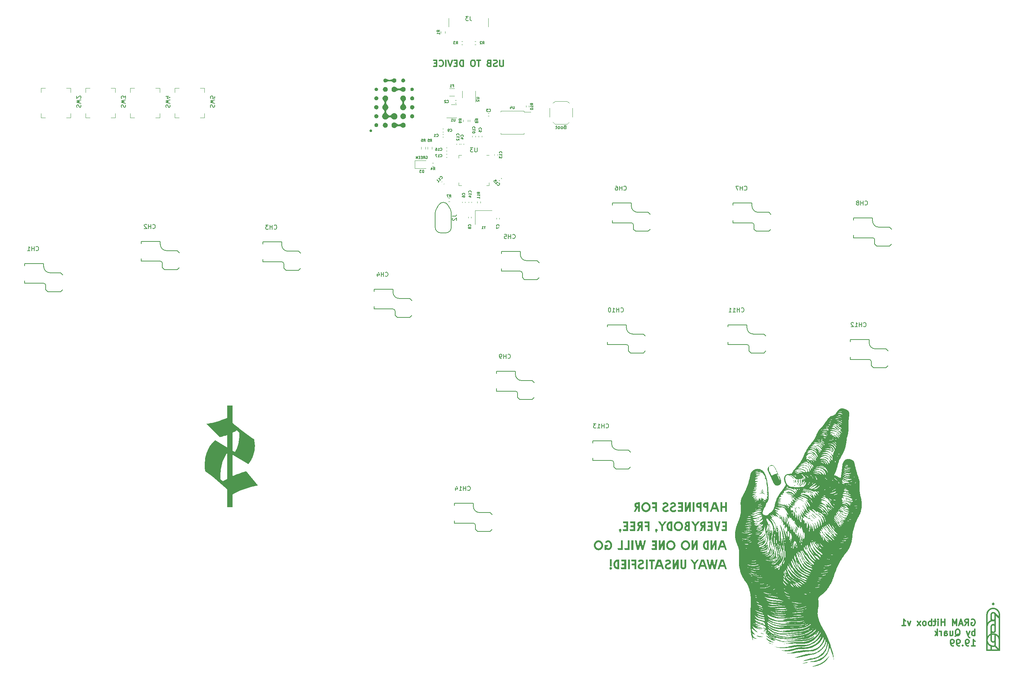
<source format=gbr>
%TF.GenerationSoftware,KiCad,Pcbnew,7.0.10*%
%TF.CreationDate,2024-01-11T05:44:04-06:00*%
%TF.ProjectId,hitbox no passthrough,68697462-6f78-4206-9e6f-207061737374,rev?*%
%TF.SameCoordinates,Original*%
%TF.FileFunction,Legend,Bot*%
%TF.FilePolarity,Positive*%
%FSLAX46Y46*%
G04 Gerber Fmt 4.6, Leading zero omitted, Abs format (unit mm)*
G04 Created by KiCad (PCBNEW 7.0.10) date 2024-01-11 05:44:04*
%MOMM*%
%LPD*%
G01*
G04 APERTURE LIST*
%ADD10C,0.000000*%
%ADD11C,0.375000*%
%ADD12C,0.300000*%
%ADD13C,0.150000*%
%ADD14C,0.120000*%
%ADD15C,0.200000*%
%ADD16C,0.010000*%
G04 APERTURE END LIST*
D10*
G36*
X207920656Y-132189254D02*
G01*
X207487268Y-132189254D01*
X207283541Y-131596584D01*
X206318600Y-131596584D01*
X206114868Y-132189254D01*
X205681480Y-132189254D01*
X206034136Y-131163202D01*
X206468617Y-131163202D01*
X207127959Y-131163202D01*
X206848295Y-130359397D01*
X206748282Y-130359397D01*
X206468617Y-131163202D01*
X206034136Y-131163202D01*
X206459362Y-129926009D01*
X207142780Y-129926009D01*
X207568002Y-131163202D01*
X207920656Y-132189254D01*
G37*
G36*
X231348464Y-132894154D02*
G01*
X231359173Y-132895795D01*
X231369269Y-132898367D01*
X231378789Y-132901814D01*
X231387770Y-132906079D01*
X231396251Y-132911107D01*
X231404267Y-132916842D01*
X231411857Y-132923227D01*
X231419057Y-132930208D01*
X231425905Y-132937727D01*
X231438695Y-132954158D01*
X231450525Y-132972074D01*
X231461692Y-132991026D01*
X231472496Y-133010566D01*
X231494207Y-133049624D01*
X231505711Y-133068245D01*
X231518045Y-133085665D01*
X231502000Y-133092262D01*
X231486829Y-133097506D01*
X231472495Y-133101456D01*
X231458960Y-133104168D01*
X231446188Y-133105702D01*
X231434141Y-133106115D01*
X231422781Y-133105465D01*
X231412072Y-133103811D01*
X231401977Y-133101209D01*
X231392457Y-133097718D01*
X231383475Y-133093397D01*
X231374995Y-133088303D01*
X231366979Y-133082494D01*
X231359389Y-133076027D01*
X231352189Y-133068962D01*
X231345340Y-133061357D01*
X231332550Y-133044754D01*
X231320721Y-133026684D01*
X231309553Y-133007610D01*
X231298749Y-132987996D01*
X231277038Y-132949004D01*
X231265534Y-132930554D01*
X231253201Y-132913421D01*
X231269246Y-132906981D01*
X231284417Y-132901864D01*
X231298751Y-132898013D01*
X231312286Y-132895373D01*
X231325058Y-132893887D01*
X231337105Y-132893499D01*
X231348464Y-132894154D01*
G37*
G36*
X229342487Y-133161600D02*
G01*
X229348564Y-133161945D01*
X229354513Y-133162617D01*
X229360326Y-133163601D01*
X229365992Y-133164880D01*
X229371502Y-133166440D01*
X229376846Y-133168264D01*
X229382016Y-133170337D01*
X229387000Y-133172643D01*
X229391791Y-133175167D01*
X229396379Y-133177893D01*
X229400753Y-133180805D01*
X229404905Y-133183889D01*
X229408825Y-133187128D01*
X229412504Y-133190506D01*
X229415932Y-133194009D01*
X229419099Y-133197620D01*
X229421996Y-133201325D01*
X229424614Y-133205106D01*
X229426943Y-133208949D01*
X229428973Y-133212839D01*
X229430696Y-133216758D01*
X229432101Y-133220693D01*
X229433179Y-133224627D01*
X229433921Y-133228545D01*
X229434317Y-133232431D01*
X229434357Y-133236269D01*
X229434033Y-133240045D01*
X229433334Y-133243741D01*
X229432252Y-133247343D01*
X229430776Y-133250836D01*
X229428897Y-133254203D01*
X229423242Y-133262318D01*
X229417732Y-133269333D01*
X229412362Y-133275297D01*
X229407124Y-133280263D01*
X229402012Y-133284278D01*
X229397020Y-133287394D01*
X229392141Y-133289661D01*
X229387370Y-133291129D01*
X229382698Y-133291848D01*
X229378120Y-133291869D01*
X229373630Y-133291241D01*
X229369221Y-133290015D01*
X229364887Y-133288241D01*
X229360621Y-133285969D01*
X229356416Y-133283249D01*
X229352267Y-133280132D01*
X229344109Y-133272906D01*
X229336094Y-133264693D01*
X229320290Y-133246910D01*
X229312397Y-133238143D01*
X229304442Y-133229995D01*
X229296373Y-133222867D01*
X229292280Y-133219811D01*
X229288138Y-133217161D01*
X229336292Y-133161597D01*
X229342487Y-133161600D01*
G37*
G36*
X218597670Y-160331896D02*
G01*
X218596062Y-160337231D01*
X218592361Y-160329818D01*
X218598035Y-160329189D01*
X218597670Y-160331896D01*
G37*
G36*
X217599638Y-135187774D02*
G01*
X217574925Y-135186417D01*
X217550558Y-135185231D01*
X217526192Y-135184392D01*
X217513900Y-135184157D01*
X217501479Y-135184073D01*
X217498638Y-135175660D01*
X217496354Y-135167772D01*
X217494607Y-135160393D01*
X217493380Y-135153506D01*
X217492653Y-135147094D01*
X217492408Y-135141139D01*
X217492627Y-135135626D01*
X217493290Y-135130536D01*
X217494379Y-135125853D01*
X217495875Y-135121560D01*
X217497760Y-135117640D01*
X217500015Y-135114077D01*
X217502621Y-135110852D01*
X217505560Y-135107950D01*
X217508813Y-135105352D01*
X217512361Y-135103043D01*
X217516186Y-135101006D01*
X217520269Y-135099223D01*
X217524592Y-135097677D01*
X217529135Y-135096351D01*
X217538809Y-135094294D01*
X217549143Y-135092915D01*
X217559986Y-135092078D01*
X217571190Y-135091649D01*
X217594084Y-135091468D01*
X217599638Y-135187774D01*
G37*
G36*
X237233575Y-133396818D02*
G01*
X237172455Y-133476456D01*
X237027995Y-133352363D01*
X237094669Y-133285691D01*
X237233575Y-133396818D01*
G37*
G36*
X237690483Y-124825005D02*
G01*
X237701833Y-124825779D01*
X237713040Y-124827142D01*
X237724105Y-124829090D01*
X237735027Y-124831621D01*
X237745809Y-124834732D01*
X237756450Y-124838422D01*
X237766952Y-124842687D01*
X237777314Y-124847526D01*
X237787538Y-124852937D01*
X237797624Y-124858915D01*
X237807574Y-124865460D01*
X237817387Y-124872570D01*
X237827064Y-124880240D01*
X237836606Y-124888470D01*
X237846015Y-124897257D01*
X237855289Y-124906598D01*
X237864430Y-124916491D01*
X237873440Y-124926934D01*
X237882317Y-124937925D01*
X237891064Y-124949460D01*
X237877939Y-124955770D01*
X237864954Y-124961505D01*
X237852112Y-124966663D01*
X237839412Y-124971244D01*
X237826854Y-124975247D01*
X237814439Y-124978671D01*
X237802167Y-124981517D01*
X237790039Y-124983782D01*
X237778054Y-124985466D01*
X237766214Y-124986570D01*
X237754518Y-124987091D01*
X237742967Y-124987030D01*
X237731560Y-124986386D01*
X237720300Y-124985157D01*
X237709185Y-124983344D01*
X237698217Y-124980945D01*
X237687394Y-124977961D01*
X237676719Y-124974390D01*
X237666191Y-124970231D01*
X237655810Y-124965484D01*
X237645578Y-124960149D01*
X237635493Y-124954224D01*
X237625557Y-124947710D01*
X237615770Y-124940604D01*
X237606132Y-124932907D01*
X237596644Y-124924618D01*
X237587305Y-124915736D01*
X237578117Y-124906261D01*
X237569079Y-124896191D01*
X237560192Y-124885527D01*
X237551456Y-124874267D01*
X237542872Y-124862411D01*
X237555992Y-124855948D01*
X237568962Y-124850102D01*
X237581780Y-124844869D01*
X237594449Y-124840248D01*
X237606969Y-124836236D01*
X237619339Y-124832830D01*
X237631563Y-124830029D01*
X237643638Y-124827830D01*
X237655568Y-124826230D01*
X237667351Y-124825227D01*
X237678990Y-124824820D01*
X237690483Y-124825005D01*
G37*
G36*
X227388367Y-132015153D02*
G01*
X227386692Y-132018505D01*
X227382346Y-132028119D01*
X227387900Y-132015152D01*
X227388367Y-132015153D01*
G37*
G36*
X185030759Y-141245942D02*
G01*
X183873206Y-141245942D01*
X183760226Y-140812555D01*
X184597372Y-140812555D01*
X184597372Y-138982697D01*
X185030759Y-138982697D01*
X185030759Y-141245942D01*
G37*
G36*
X233795764Y-129415310D02*
G01*
X233802069Y-129423983D01*
X233807696Y-129433362D01*
X233812725Y-129443365D01*
X233813011Y-129444084D01*
X233812649Y-129443746D01*
X233805528Y-129435827D01*
X233799119Y-129427179D01*
X233793489Y-129417733D01*
X233788703Y-129407423D01*
X233795764Y-129415310D01*
G37*
G36*
X226952975Y-143136596D02*
G01*
X227010184Y-143213419D01*
X227065038Y-143291442D01*
X227117554Y-143370655D01*
X227167747Y-143451052D01*
X227215635Y-143532623D01*
X227261232Y-143615360D01*
X227304556Y-143699256D01*
X227345623Y-143784303D01*
X227384449Y-143870491D01*
X227421050Y-143957814D01*
X227455443Y-144046262D01*
X227487644Y-144135828D01*
X227517669Y-144226504D01*
X227545535Y-144318282D01*
X227571258Y-144411152D01*
X227512898Y-144334926D01*
X227456595Y-144257649D01*
X227402365Y-144179314D01*
X227350223Y-144099913D01*
X227300187Y-144019438D01*
X227252273Y-143937881D01*
X227206496Y-143855233D01*
X227162874Y-143771486D01*
X227121422Y-143686633D01*
X227082157Y-143600664D01*
X227045094Y-143513572D01*
X227010251Y-143425349D01*
X226977643Y-143335986D01*
X226947287Y-143245476D01*
X226919198Y-143153810D01*
X226893394Y-143060980D01*
X226952975Y-143136596D01*
G37*
G36*
X232949994Y-119201438D02*
G01*
X233011687Y-119204322D01*
X233072247Y-119209994D01*
X233131583Y-119218423D01*
X233189603Y-119229577D01*
X233246215Y-119243425D01*
X233301329Y-119259935D01*
X233354852Y-119279076D01*
X233406694Y-119300815D01*
X233456761Y-119325122D01*
X233504964Y-119351965D01*
X233551209Y-119381313D01*
X233595407Y-119413133D01*
X233637464Y-119447395D01*
X233677290Y-119484067D01*
X233714793Y-119523117D01*
X233749882Y-119564513D01*
X233782464Y-119608225D01*
X233812449Y-119654221D01*
X233839744Y-119702469D01*
X233864259Y-119752937D01*
X233885901Y-119805594D01*
X233904579Y-119860409D01*
X233920201Y-119917350D01*
X233838918Y-119835831D01*
X233755499Y-119760049D01*
X233669937Y-119690014D01*
X233582224Y-119625733D01*
X233492352Y-119567214D01*
X233400311Y-119514466D01*
X233306095Y-119467497D01*
X233209695Y-119426315D01*
X233111103Y-119390928D01*
X233010311Y-119361344D01*
X232907310Y-119337571D01*
X232802093Y-119319618D01*
X232694651Y-119307492D01*
X232584976Y-119301202D01*
X232473060Y-119300756D01*
X232358898Y-119306161D01*
X232426664Y-119282531D01*
X232494121Y-119261973D01*
X232561179Y-119244456D01*
X232627745Y-119229948D01*
X232693727Y-119218417D01*
X232759035Y-119209832D01*
X232823577Y-119204162D01*
X232887260Y-119201375D01*
X232949994Y-119201438D01*
G37*
G36*
X218105257Y-137791802D02*
G01*
X218031178Y-137886261D01*
X217966354Y-137804769D01*
X218058960Y-137745499D01*
X218105257Y-137791802D01*
G37*
G36*
X236753634Y-133931763D02*
G01*
X236757799Y-133932949D01*
X236762203Y-133934728D01*
X236766823Y-133937072D01*
X236776619Y-133943332D01*
X236786997Y-133951495D01*
X236797772Y-133961323D01*
X236808755Y-133972580D01*
X236819760Y-133985032D01*
X236830600Y-133998441D01*
X236841087Y-134012571D01*
X236851034Y-134027188D01*
X236860254Y-134042054D01*
X236868560Y-134056933D01*
X236875764Y-134071591D01*
X236881679Y-134085789D01*
X236879829Y-134085789D01*
X236868716Y-134099651D01*
X236857604Y-134113339D01*
X236846492Y-134126680D01*
X236840935Y-134133166D01*
X236835379Y-134139499D01*
X236830918Y-134133353D01*
X236825913Y-134127404D01*
X236820428Y-134121629D01*
X236814524Y-134116008D01*
X236801719Y-134105143D01*
X236788005Y-134094643D01*
X236759881Y-134074059D01*
X236746484Y-134063640D01*
X236740175Y-134058325D01*
X236734208Y-134052912D01*
X236728649Y-134047379D01*
X236723561Y-134041706D01*
X236719006Y-134035872D01*
X236715048Y-134029855D01*
X236711751Y-134023634D01*
X236709177Y-134017189D01*
X236707392Y-134010499D01*
X236706457Y-134003542D01*
X236706436Y-133996297D01*
X236707394Y-133988744D01*
X236709392Y-133980861D01*
X236712495Y-133972628D01*
X236716765Y-133964023D01*
X236722267Y-133955025D01*
X236729064Y-133945613D01*
X236737219Y-133935767D01*
X236739836Y-133933543D01*
X236742809Y-133932061D01*
X236746116Y-133931289D01*
X236749731Y-133931200D01*
X236753634Y-133931763D01*
G37*
G36*
X227727556Y-129527780D02*
G01*
X227731811Y-129529777D01*
X227735891Y-129531948D01*
X227739798Y-129534292D01*
X227743532Y-129536809D01*
X227747092Y-129539501D01*
X227750478Y-129542366D01*
X227753690Y-129545404D01*
X227756729Y-129548617D01*
X227759594Y-129552003D01*
X227762285Y-129555562D01*
X227764803Y-129559296D01*
X227767147Y-129563203D01*
X227769317Y-129567284D01*
X227771314Y-129571538D01*
X227773137Y-129575966D01*
X227728687Y-129651904D01*
X227708922Y-129630776D01*
X227688634Y-129609303D01*
X227668000Y-129587831D01*
X227647195Y-129566706D01*
X227723128Y-129525957D01*
X227727556Y-129527780D01*
G37*
G36*
X233323222Y-138568463D02*
G01*
X233365733Y-138609500D01*
X233451620Y-138691917D01*
X233403469Y-138769699D01*
X233209000Y-138584493D01*
X233281231Y-138527076D01*
X233323222Y-138568463D01*
G37*
G36*
X233147879Y-137193583D02*
G01*
X233086762Y-137293596D01*
X232963624Y-137150242D01*
X233036753Y-137093570D01*
X233147879Y-137193583D01*
G37*
G36*
X226766794Y-144557989D02*
G01*
X226777208Y-144566468D01*
X226787410Y-144575430D01*
X226797230Y-144584813D01*
X226806496Y-144594553D01*
X226815038Y-144604590D01*
X226822685Y-144614859D01*
X226826119Y-144620062D01*
X226829266Y-144625299D01*
X226832102Y-144630564D01*
X226834609Y-144635848D01*
X226836763Y-144641144D01*
X226838544Y-144646443D01*
X226839930Y-144651738D01*
X226840901Y-144657022D01*
X226841433Y-144662285D01*
X226841507Y-144667521D01*
X226841101Y-144672722D01*
X226840193Y-144677880D01*
X226838762Y-144682987D01*
X226836787Y-144688035D01*
X226834246Y-144693017D01*
X226831118Y-144697924D01*
X226827382Y-144702750D01*
X226823016Y-144707485D01*
X226815732Y-144714368D01*
X226808800Y-144720122D01*
X226802204Y-144724800D01*
X226795926Y-144728454D01*
X226789952Y-144731139D01*
X226784263Y-144732907D01*
X226778843Y-144733811D01*
X226773676Y-144733905D01*
X226768745Y-144733242D01*
X226764034Y-144731876D01*
X226759525Y-144729859D01*
X226755203Y-144727245D01*
X226751050Y-144724087D01*
X226747050Y-144720438D01*
X226743186Y-144716352D01*
X226739442Y-144711882D01*
X226732246Y-144702001D01*
X226725330Y-144691222D01*
X226711804Y-144668675D01*
X226704928Y-144657759D01*
X226697800Y-144647648D01*
X226694100Y-144643028D01*
X226690287Y-144638769D01*
X226686344Y-144634924D01*
X226683207Y-144632334D01*
X226756339Y-144550055D01*
X226766794Y-144557989D01*
G37*
G36*
X209746812Y-141245942D02*
G01*
X209313425Y-141245942D01*
X209109698Y-140653272D01*
X208144757Y-140653272D01*
X207941025Y-141245942D01*
X207507637Y-141245942D01*
X207860295Y-140219884D01*
X208294774Y-140219884D01*
X208954116Y-140219884D01*
X208674451Y-139416085D01*
X208574438Y-139416085D01*
X208294774Y-140219884D01*
X207860295Y-140219884D01*
X208285519Y-138982697D01*
X208968936Y-138982697D01*
X209394157Y-140219884D01*
X209746812Y-141245942D01*
G37*
G36*
X194787533Y-145774286D02*
G01*
X194354145Y-145774286D01*
X194150418Y-145181616D01*
X193189184Y-145181616D01*
X192985452Y-145774286D01*
X192552069Y-145774286D01*
X192904722Y-144748234D01*
X193337347Y-144748234D01*
X193998543Y-144748234D01*
X193718878Y-143944429D01*
X193617017Y-143944429D01*
X193337347Y-144748234D01*
X192904722Y-144748234D01*
X193329945Y-143511041D01*
X194009657Y-143511041D01*
X194434879Y-144748234D01*
X194787533Y-145774286D01*
G37*
G36*
X233475779Y-138827220D02*
G01*
X233473849Y-138828974D01*
X233475700Y-138827121D01*
X233475779Y-138827220D01*
G37*
G36*
X202003249Y-144179638D02*
G01*
X202003249Y-144175937D01*
X202116229Y-144175937D01*
X202116229Y-144179638D01*
X202581094Y-143511041D01*
X203051530Y-143511041D01*
X202279208Y-144635254D01*
X202275507Y-145776134D01*
X201840266Y-145776134D01*
X201843972Y-144635254D01*
X201067949Y-143511041D01*
X201538374Y-143511041D01*
X202003249Y-144179638D01*
G37*
G36*
X227382346Y-132031820D02*
G01*
X227382346Y-132029972D01*
X227384320Y-132027870D01*
X227382346Y-132031820D01*
G37*
G36*
X218483087Y-129181466D02*
G01*
X218478948Y-129179322D01*
X218474849Y-129177050D01*
X218470799Y-129174658D01*
X218466801Y-129172153D01*
X218462856Y-129169539D01*
X218458968Y-129166822D01*
X218455140Y-129164007D01*
X218451375Y-129161100D01*
X218447674Y-129158106D01*
X218444042Y-129155030D01*
X218440479Y-129151879D01*
X218436990Y-129148657D01*
X218433578Y-129145369D01*
X218430244Y-129142023D01*
X218426991Y-129138621D01*
X218423823Y-129135171D01*
X218468272Y-129079608D01*
X218483087Y-129181466D01*
G37*
G36*
X220823844Y-141187081D02*
G01*
X220832301Y-141206578D01*
X220840067Y-141226032D01*
X220846954Y-141245486D01*
X220852774Y-141264983D01*
X220857341Y-141284568D01*
X220860468Y-141304282D01*
X220861967Y-141324170D01*
X220862047Y-141334193D01*
X220861651Y-141344276D01*
X220860754Y-141354423D01*
X220859332Y-141364641D01*
X220857364Y-141374935D01*
X220854825Y-141385311D01*
X220851691Y-141395773D01*
X220847941Y-141406328D01*
X220843549Y-141416980D01*
X220838493Y-141427736D01*
X220832749Y-141438600D01*
X220826294Y-141449577D01*
X220819104Y-141460675D01*
X220811156Y-141471897D01*
X220798500Y-141449272D01*
X220787598Y-141427204D01*
X220778427Y-141405640D01*
X220770963Y-141384529D01*
X220765181Y-141363820D01*
X220761056Y-141343461D01*
X220758564Y-141323401D01*
X220757681Y-141303587D01*
X220758382Y-141283969D01*
X220760643Y-141264495D01*
X220764440Y-141245113D01*
X220769748Y-141225772D01*
X220776542Y-141206419D01*
X220784799Y-141187005D01*
X220794494Y-141167477D01*
X220805602Y-141147783D01*
X220823844Y-141187081D01*
G37*
G36*
X227914585Y-133247334D02*
G01*
X227906486Y-133257909D01*
X227899078Y-133246801D01*
X227914585Y-133247334D01*
G37*
G36*
X237926256Y-129505588D02*
G01*
X237866986Y-129581521D01*
X237844655Y-129575937D01*
X237821603Y-129571403D01*
X237774440Y-129563782D01*
X237750883Y-129559843D01*
X237727712Y-129555249D01*
X237705202Y-129549576D01*
X237694282Y-129546202D01*
X237683631Y-129542398D01*
X237673284Y-129538110D01*
X237663276Y-129533287D01*
X237653640Y-129527874D01*
X237644412Y-129521819D01*
X237635627Y-129515068D01*
X237627318Y-129507567D01*
X237619520Y-129499264D01*
X237612269Y-129490106D01*
X237605598Y-129480039D01*
X237599542Y-129469009D01*
X237594136Y-129456964D01*
X237589415Y-129443851D01*
X237585412Y-129429616D01*
X237582163Y-129414206D01*
X237579702Y-129397567D01*
X237578064Y-129379647D01*
X237926256Y-129505588D01*
G37*
G36*
X228076880Y-132591160D02*
G01*
X228068006Y-132589398D01*
X228065768Y-132580046D01*
X228076880Y-132591160D01*
G37*
G36*
X236940944Y-134552508D02*
G01*
X236861305Y-134609924D01*
X236812978Y-134576268D01*
X236764998Y-134542092D01*
X236668689Y-134472874D01*
X236668686Y-134472874D01*
X236727953Y-134408050D01*
X236940944Y-134552508D01*
G37*
G36*
X220832830Y-134403417D02*
G01*
X220837866Y-134404042D01*
X220842379Y-134405204D01*
X220846396Y-134406876D01*
X220849945Y-134409031D01*
X220853052Y-134411642D01*
X220855747Y-134414681D01*
X220858055Y-134418122D01*
X220860005Y-134421938D01*
X220861624Y-134426100D01*
X220862939Y-134430583D01*
X220863978Y-134435359D01*
X220864769Y-134440401D01*
X220865714Y-134451173D01*
X220865995Y-134462684D01*
X220864867Y-134511764D01*
X220854829Y-134516235D01*
X220845533Y-134519942D01*
X220836951Y-134522916D01*
X220829054Y-134525184D01*
X220821814Y-134526778D01*
X220815202Y-134527725D01*
X220809189Y-134528054D01*
X220803747Y-134527796D01*
X220798848Y-134526979D01*
X220794463Y-134525632D01*
X220790564Y-134523785D01*
X220787122Y-134521466D01*
X220784108Y-134518705D01*
X220781495Y-134515531D01*
X220779253Y-134511973D01*
X220777355Y-134508061D01*
X220775771Y-134503822D01*
X220774473Y-134499288D01*
X220772623Y-134489446D01*
X220771576Y-134478769D01*
X220771103Y-134467489D01*
X220770973Y-134444055D01*
X220770859Y-134432368D01*
X220770408Y-134421012D01*
X220780619Y-134416363D01*
X220790087Y-134412468D01*
X220798840Y-134409300D01*
X220806904Y-134406832D01*
X220814308Y-134405037D01*
X220821079Y-134403887D01*
X220827244Y-134403356D01*
X220832830Y-134403417D01*
G37*
G36*
X191604218Y-131111824D02*
G01*
X191599952Y-131170865D01*
X191592927Y-131229121D01*
X191583213Y-131286514D01*
X191570877Y-131342965D01*
X191555990Y-131398397D01*
X191538621Y-131452731D01*
X191518838Y-131505890D01*
X191496711Y-131557796D01*
X191472310Y-131608370D01*
X191445702Y-131657535D01*
X191416958Y-131705213D01*
X191386147Y-131751325D01*
X191353338Y-131795794D01*
X191318600Y-131838541D01*
X191282002Y-131879489D01*
X191243613Y-131918560D01*
X191203504Y-131955675D01*
X191161742Y-131990757D01*
X191118396Y-132023727D01*
X191073538Y-132054508D01*
X191027234Y-132083022D01*
X190979555Y-132109190D01*
X190930570Y-132132935D01*
X190880347Y-132154178D01*
X190828957Y-132172842D01*
X190776468Y-132188849D01*
X190722949Y-132202120D01*
X190668470Y-132212578D01*
X190613100Y-132220145D01*
X190556908Y-132224742D01*
X190499963Y-132226291D01*
X190443018Y-132224768D01*
X190386826Y-132220246D01*
X190331455Y-132212800D01*
X190276976Y-132202500D01*
X190223457Y-132189422D01*
X190170967Y-132173636D01*
X190119577Y-132155217D01*
X190069354Y-132134238D01*
X190020368Y-132110770D01*
X189972689Y-132084888D01*
X189926385Y-132056664D01*
X189881526Y-132026170D01*
X189838181Y-131993481D01*
X189796419Y-131958668D01*
X189756309Y-131921804D01*
X189717920Y-131882964D01*
X189681322Y-131842219D01*
X189646584Y-131799642D01*
X189613774Y-131755306D01*
X189582963Y-131709285D01*
X189554219Y-131661651D01*
X189527612Y-131612476D01*
X189503210Y-131561835D01*
X189481084Y-131509799D01*
X189461301Y-131456443D01*
X189443931Y-131401838D01*
X189429044Y-131346057D01*
X189416709Y-131289174D01*
X189406994Y-131231261D01*
X189399969Y-131172392D01*
X189395704Y-131112639D01*
X189394355Y-131055781D01*
X189827660Y-131055781D01*
X189828537Y-131094065D01*
X189831140Y-131131795D01*
X189835424Y-131168928D01*
X189841348Y-131205421D01*
X189848866Y-131241231D01*
X189857937Y-131276313D01*
X189868516Y-131310625D01*
X189880560Y-131344123D01*
X189894026Y-131376764D01*
X189908869Y-131408504D01*
X189925048Y-131439300D01*
X189942518Y-131469108D01*
X189961236Y-131497886D01*
X189981159Y-131525589D01*
X190002242Y-131552175D01*
X190024444Y-131577599D01*
X190047720Y-131601819D01*
X190072026Y-131624791D01*
X190097321Y-131646471D01*
X190123559Y-131666817D01*
X190150698Y-131685784D01*
X190178694Y-131703330D01*
X190207504Y-131719411D01*
X190237085Y-131733983D01*
X190267393Y-131747004D01*
X190298384Y-131758429D01*
X190330015Y-131768216D01*
X190362244Y-131776321D01*
X190395025Y-131782700D01*
X190428317Y-131787310D01*
X190462076Y-131790108D01*
X190496257Y-131791050D01*
X190530460Y-131790098D01*
X190564281Y-131787269D01*
X190597673Y-131782611D01*
X190630590Y-131776169D01*
X190662987Y-131767987D01*
X190694816Y-131758112D01*
X190726033Y-131746589D01*
X190756590Y-131733463D01*
X190786441Y-131718780D01*
X190815542Y-131702584D01*
X190843844Y-131684923D01*
X190871303Y-131665841D01*
X190897872Y-131645383D01*
X190923505Y-131623595D01*
X190948156Y-131600522D01*
X190971779Y-131576210D01*
X190994327Y-131550705D01*
X191015755Y-131524051D01*
X191036016Y-131496295D01*
X191055065Y-131467481D01*
X191072854Y-131437655D01*
X191089339Y-131406862D01*
X191104473Y-131375149D01*
X191118209Y-131342559D01*
X191130502Y-131309140D01*
X191141306Y-131274936D01*
X191150574Y-131239992D01*
X191158261Y-131204355D01*
X191164319Y-131168069D01*
X191168704Y-131131181D01*
X191171369Y-131093734D01*
X191172267Y-131055776D01*
X191171390Y-131017818D01*
X191168785Y-130980371D01*
X191164496Y-130943482D01*
X191158565Y-130907197D01*
X191151032Y-130871559D01*
X191141941Y-130836615D01*
X191131334Y-130802411D01*
X191119252Y-130768992D01*
X191105737Y-130736402D01*
X191090832Y-130704688D01*
X191074579Y-130673896D01*
X191057019Y-130644070D01*
X191038195Y-130615255D01*
X191018149Y-130587499D01*
X190996923Y-130560845D01*
X190974558Y-130535339D01*
X190951098Y-130511027D01*
X190926583Y-130487954D01*
X190901057Y-130466166D01*
X190874561Y-130445708D01*
X190847136Y-130426625D01*
X190818826Y-130408963D01*
X190789672Y-130392768D01*
X190759717Y-130378085D01*
X190729002Y-130364958D01*
X190697569Y-130353435D01*
X190665461Y-130343560D01*
X190632719Y-130335378D01*
X190599385Y-130328935D01*
X190565503Y-130324277D01*
X190531112Y-130321449D01*
X190496257Y-130320496D01*
X190496257Y-130320501D01*
X190462075Y-130321444D01*
X190428316Y-130324242D01*
X190395024Y-130328852D01*
X190362242Y-130335231D01*
X190330014Y-130343336D01*
X190298382Y-130353123D01*
X190267390Y-130364548D01*
X190237083Y-130377569D01*
X190207502Y-130392141D01*
X190178692Y-130408222D01*
X190150695Y-130425768D01*
X190123556Y-130444736D01*
X190097318Y-130465082D01*
X190072024Y-130486762D01*
X190047717Y-130509734D01*
X190024442Y-130533954D01*
X190002241Y-130559379D01*
X189981157Y-130585965D01*
X189961235Y-130613668D01*
X189942517Y-130642446D01*
X189925047Y-130672255D01*
X189908868Y-130703051D01*
X189894025Y-130734792D01*
X189880559Y-130767433D01*
X189868515Y-130800932D01*
X189857937Y-130835245D01*
X189848866Y-130870328D01*
X189841348Y-130906138D01*
X189835424Y-130942632D01*
X189831139Y-130979766D01*
X189828537Y-131017497D01*
X189827660Y-131055781D01*
X189394355Y-131055781D01*
X189394267Y-131052075D01*
X189395704Y-130991537D01*
X189399969Y-130931862D01*
X189406994Y-130873117D01*
X189416709Y-130815373D01*
X189429044Y-130758700D01*
X189443931Y-130703166D01*
X189461301Y-130648842D01*
X189481084Y-130595797D01*
X189503210Y-130544099D01*
X189527612Y-130493820D01*
X189554219Y-130445028D01*
X189582963Y-130397794D01*
X189613774Y-130352185D01*
X189646584Y-130308273D01*
X189681322Y-130266126D01*
X189717920Y-130225814D01*
X189756309Y-130187406D01*
X189796419Y-130150973D01*
X189838181Y-130116583D01*
X189881526Y-130084306D01*
X189926385Y-130054212D01*
X189972689Y-130026370D01*
X190020368Y-130000850D01*
X190069354Y-129977721D01*
X190119577Y-129957053D01*
X190170967Y-129938915D01*
X190223457Y-129923376D01*
X190276976Y-129910507D01*
X190331455Y-129900377D01*
X190386826Y-129893055D01*
X190443018Y-129888611D01*
X190499963Y-129887114D01*
X190556908Y-129888637D01*
X190613100Y-129893156D01*
X190668470Y-129900598D01*
X190722949Y-129910887D01*
X190776468Y-129923949D01*
X190828957Y-129939708D01*
X190880347Y-129958091D01*
X190930570Y-129979023D01*
X190979555Y-130002430D01*
X191027234Y-130028236D01*
X191073538Y-130056367D01*
X191118396Y-130086748D01*
X191161742Y-130119306D01*
X191203504Y-130153964D01*
X191243613Y-130190649D01*
X191282002Y-130229286D01*
X191318600Y-130269801D01*
X191353338Y-130312118D01*
X191386147Y-130356164D01*
X191416958Y-130401863D01*
X191445702Y-130449141D01*
X191472310Y-130497924D01*
X191496711Y-130548136D01*
X191518838Y-130599703D01*
X191538621Y-130652551D01*
X191555990Y-130706605D01*
X191570877Y-130761790D01*
X191583213Y-130818032D01*
X191592927Y-130875256D01*
X191599952Y-130933388D01*
X191604218Y-130992352D01*
X191605655Y-131052075D01*
X191605566Y-131055776D01*
X191604218Y-131111824D01*
G37*
G36*
X233580504Y-136894964D02*
G01*
X233643443Y-136938167D01*
X233705190Y-136982493D01*
X233765666Y-137028026D01*
X233824797Y-137074851D01*
X233882507Y-137123050D01*
X233938718Y-137172710D01*
X233993357Y-137223912D01*
X234046346Y-137276743D01*
X234097609Y-137331286D01*
X234147071Y-137387624D01*
X234194655Y-137445843D01*
X234240287Y-137506026D01*
X234283889Y-137568257D01*
X234325385Y-137632621D01*
X234364700Y-137699202D01*
X234241805Y-137609734D01*
X234118084Y-137521373D01*
X233996360Y-137431232D01*
X233937128Y-137384592D01*
X233879454Y-137336425D01*
X233823690Y-137286370D01*
X233770188Y-137234065D01*
X233719302Y-137179150D01*
X233671384Y-137121265D01*
X233648648Y-137091096D01*
X233626787Y-137060048D01*
X233605843Y-137028078D01*
X233585863Y-136995139D01*
X233566888Y-136961187D01*
X233548965Y-136926177D01*
X233532136Y-136890063D01*
X233516446Y-136852800D01*
X233580504Y-136894964D01*
G37*
G36*
X236965719Y-132618141D02*
G01*
X237056008Y-132662667D01*
X237145950Y-132707844D01*
X237190465Y-132731186D01*
X237234503Y-132755300D01*
X237277933Y-132780391D01*
X237320625Y-132806663D01*
X237362449Y-132834318D01*
X237403275Y-132863560D01*
X237442972Y-132894592D01*
X237481410Y-132927618D01*
X237518459Y-132962842D01*
X237553988Y-133000467D01*
X237524584Y-133000186D01*
X237495750Y-132999000D01*
X237467484Y-132996914D01*
X237439780Y-132993936D01*
X237412636Y-132990070D01*
X237386046Y-132985322D01*
X237360007Y-132979700D01*
X237334515Y-132973209D01*
X237309565Y-132965855D01*
X237285154Y-132957645D01*
X237261277Y-132948584D01*
X237237931Y-132938678D01*
X237215111Y-132927934D01*
X237192814Y-132916358D01*
X237171034Y-132903956D01*
X237149769Y-132890734D01*
X237129014Y-132876698D01*
X237108765Y-132861854D01*
X237089017Y-132846208D01*
X237069768Y-132829767D01*
X237051012Y-132812536D01*
X237032746Y-132794522D01*
X237014966Y-132775730D01*
X236997667Y-132756168D01*
X236964498Y-132714754D01*
X236933206Y-132670328D01*
X236903760Y-132622940D01*
X236876125Y-132572638D01*
X236965719Y-132618141D01*
G37*
G36*
X227729075Y-129653081D02*
G01*
X227728682Y-129653752D01*
X227728687Y-129651899D01*
X227729075Y-129653081D01*
G37*
G36*
X230544191Y-134783240D02*
G01*
X230550714Y-134789595D01*
X230557787Y-134795714D01*
X230565331Y-134801632D01*
X230581522Y-134812996D01*
X230598661Y-134823958D01*
X230633294Y-134845764D01*
X230649539Y-134857150D01*
X230657120Y-134863082D01*
X230664237Y-134869219D01*
X230670811Y-134875595D01*
X230676765Y-134882243D01*
X230682020Y-134889199D01*
X230686498Y-134896494D01*
X230690122Y-134904164D01*
X230692813Y-134912242D01*
X230694494Y-134920763D01*
X230695086Y-134929760D01*
X230694511Y-134939266D01*
X230692692Y-134949317D01*
X230689550Y-134959945D01*
X230685008Y-134971186D01*
X230678987Y-134983072D01*
X230671409Y-134995637D01*
X230662197Y-135008916D01*
X230660191Y-135011492D01*
X230650126Y-135004592D01*
X230634922Y-134993268D01*
X230620543Y-134981532D01*
X230607054Y-134969350D01*
X230594520Y-134956691D01*
X230583006Y-134943522D01*
X230572577Y-134929810D01*
X230563299Y-134915523D01*
X230555235Y-134900628D01*
X230551680Y-134892943D01*
X230548453Y-134885093D01*
X230545562Y-134877075D01*
X230543016Y-134868885D01*
X230540823Y-134860519D01*
X230538990Y-134851972D01*
X230537526Y-134843241D01*
X230536440Y-134834321D01*
X230535738Y-134825208D01*
X230535430Y-134815899D01*
X230535524Y-134806389D01*
X230536027Y-134796674D01*
X230536948Y-134786751D01*
X230538295Y-134776614D01*
X230544191Y-134783240D01*
G37*
G36*
X235668565Y-114238862D02*
G01*
X235666714Y-114240716D01*
X235600040Y-114318504D01*
X235565207Y-114300247D01*
X235529656Y-114282707D01*
X235457515Y-114248125D01*
X235421484Y-114230259D01*
X235385851Y-114211460D01*
X235350897Y-114191314D01*
X235316901Y-114169411D01*
X235300349Y-114157671D01*
X235284141Y-114145338D01*
X235268313Y-114132358D01*
X235252899Y-114118681D01*
X235237933Y-114104255D01*
X235223452Y-114089030D01*
X235209489Y-114072952D01*
X235196081Y-114055971D01*
X235183261Y-114038034D01*
X235171064Y-114019092D01*
X235159527Y-113999091D01*
X235148682Y-113977981D01*
X235138567Y-113955709D01*
X235129214Y-113932225D01*
X235120660Y-113907476D01*
X235112939Y-113881412D01*
X235668565Y-114238862D01*
G37*
G36*
X233398420Y-136678788D02*
G01*
X233403872Y-136679250D01*
X233408971Y-136680067D01*
X233413725Y-136681232D01*
X233418141Y-136682739D01*
X233422227Y-136684579D01*
X233425989Y-136686747D01*
X233429437Y-136689234D01*
X233432576Y-136692033D01*
X233435415Y-136695139D01*
X233437961Y-136698542D01*
X233440222Y-136702237D01*
X233442204Y-136706216D01*
X233443916Y-136710473D01*
X233445365Y-136714999D01*
X233446558Y-136719788D01*
X233447502Y-136724832D01*
X233448206Y-136730125D01*
X233448921Y-136741429D01*
X233448763Y-136753641D01*
X233447791Y-136766705D01*
X233446065Y-136780564D01*
X233433304Y-136781517D01*
X233427250Y-136781666D01*
X233421416Y-136781595D01*
X233415802Y-136781302D01*
X233410407Y-136780788D01*
X233405234Y-136780050D01*
X233400283Y-136779088D01*
X233395555Y-136777901D01*
X233391049Y-136776488D01*
X233386767Y-136774847D01*
X233382710Y-136772978D01*
X233378878Y-136770881D01*
X233375272Y-136768552D01*
X233371892Y-136765993D01*
X233368740Y-136763201D01*
X233365815Y-136760176D01*
X233363120Y-136756916D01*
X233360653Y-136753421D01*
X233358416Y-136749690D01*
X233356410Y-136745721D01*
X233354635Y-136741514D01*
X233353092Y-136737068D01*
X233351782Y-136732381D01*
X233350705Y-136727452D01*
X233349862Y-136722281D01*
X233349254Y-136716867D01*
X233348881Y-136711207D01*
X233348744Y-136705303D01*
X233348844Y-136699152D01*
X233349181Y-136692753D01*
X233349756Y-136686105D01*
X233357885Y-136683880D01*
X233365610Y-136682060D01*
X233372937Y-136680638D01*
X233379874Y-136679607D01*
X233386429Y-136678960D01*
X233392609Y-136678689D01*
X233398420Y-136678788D01*
G37*
G36*
X225451595Y-124064149D02*
G01*
X225464666Y-124075263D01*
X225492147Y-124097759D01*
X225505748Y-124109255D01*
X225518717Y-124120993D01*
X225530649Y-124133029D01*
X225536101Y-124139177D01*
X225541141Y-124145421D01*
X225545721Y-124151768D01*
X225549788Y-124158225D01*
X225553294Y-124164800D01*
X225556186Y-124171499D01*
X225558416Y-124178329D01*
X225559931Y-124185299D01*
X225560682Y-124192414D01*
X225560618Y-124199682D01*
X225559689Y-124207110D01*
X225557843Y-124214705D01*
X225555032Y-124222475D01*
X225551203Y-124230426D01*
X225546306Y-124238565D01*
X225540292Y-124246901D01*
X225533109Y-124255439D01*
X225524706Y-124264187D01*
X225521606Y-124266910D01*
X225518220Y-124268851D01*
X225514570Y-124270041D01*
X225510674Y-124270510D01*
X225506551Y-124270290D01*
X225502221Y-124269412D01*
X225497704Y-124267908D01*
X225493017Y-124265808D01*
X225488182Y-124263143D01*
X225483217Y-124259946D01*
X225472974Y-124252076D01*
X225462443Y-124242449D01*
X225451780Y-124231313D01*
X225441138Y-124218918D01*
X225430673Y-124205514D01*
X225420539Y-124191350D01*
X225410890Y-124176676D01*
X225401882Y-124161742D01*
X225393668Y-124146797D01*
X225386404Y-124132091D01*
X225380244Y-124117874D01*
X225380238Y-124117874D01*
X225439508Y-124053050D01*
X225451595Y-124064149D01*
G37*
G36*
X228075024Y-132587453D02*
G01*
X228063913Y-132576339D01*
X228077969Y-132572233D01*
X228075024Y-132587453D01*
G37*
G36*
X232364830Y-122425841D02*
G01*
X232384735Y-122427452D01*
X232403813Y-122429880D01*
X232422085Y-122433107D01*
X232439572Y-122437112D01*
X232456294Y-122441877D01*
X232472272Y-122447380D01*
X232487527Y-122453603D01*
X232502079Y-122460527D01*
X232515949Y-122468130D01*
X232529157Y-122476394D01*
X232541725Y-122485299D01*
X232553673Y-122494825D01*
X232565022Y-122504953D01*
X232575793Y-122515663D01*
X232586005Y-122526935D01*
X232595680Y-122538750D01*
X232604839Y-122551088D01*
X232621690Y-122577253D01*
X232636723Y-122605274D01*
X232650104Y-122634993D01*
X232661999Y-122666253D01*
X232672572Y-122698897D01*
X232681989Y-122732767D01*
X232690416Y-122767706D01*
X232669227Y-122767365D01*
X232649046Y-122766015D01*
X232629839Y-122763691D01*
X232611572Y-122760428D01*
X232594211Y-122756258D01*
X232577723Y-122751216D01*
X232562073Y-122745336D01*
X232547227Y-122738651D01*
X232533151Y-122731196D01*
X232519813Y-122723004D01*
X232507176Y-122714109D01*
X232495209Y-122704546D01*
X232483877Y-122694348D01*
X232473145Y-122683549D01*
X232462981Y-122672183D01*
X232453349Y-122660284D01*
X232435550Y-122635022D01*
X232419476Y-122608035D01*
X232404857Y-122579593D01*
X232391420Y-122549969D01*
X232378896Y-122519433D01*
X232367011Y-122488257D01*
X232344077Y-122425068D01*
X232364830Y-122425841D01*
G37*
G36*
X228440634Y-121160892D02*
G01*
X228479970Y-121164569D01*
X228518703Y-121170438D01*
X228556799Y-121178619D01*
X228594222Y-121189230D01*
X228630937Y-121202392D01*
X228666908Y-121218223D01*
X228702101Y-121236844D01*
X228736479Y-121258372D01*
X228753353Y-121270264D01*
X228770009Y-121282929D01*
X228786444Y-121296379D01*
X228802654Y-121310632D01*
X228818633Y-121325701D01*
X228834379Y-121341602D01*
X228792073Y-121348173D01*
X228750562Y-121351980D01*
X228709816Y-121353123D01*
X228669805Y-121351702D01*
X228630499Y-121347818D01*
X228591869Y-121341570D01*
X228553885Y-121333060D01*
X228516516Y-121322388D01*
X228479734Y-121309653D01*
X228443508Y-121294957D01*
X228407807Y-121278400D01*
X228372604Y-121260082D01*
X228337867Y-121240104D01*
X228303567Y-121218566D01*
X228269673Y-121195568D01*
X228236157Y-121171211D01*
X228277975Y-121165717D01*
X228319367Y-121161820D01*
X228360297Y-121159637D01*
X228400732Y-121159287D01*
X228440634Y-121160892D01*
G37*
G36*
X203694199Y-132187401D02*
G01*
X203260816Y-132187401D01*
X203260816Y-131244693D01*
X203180209Y-131243088D01*
X203099966Y-131238012D01*
X203020754Y-131229078D01*
X202943241Y-131215899D01*
X202868093Y-131198086D01*
X202795978Y-131175250D01*
X202727565Y-131147005D01*
X202694954Y-131130733D01*
X202663519Y-131112963D01*
X202633342Y-131093646D01*
X202604508Y-131072735D01*
X202577100Y-131050180D01*
X202551201Y-131025933D01*
X202526894Y-130999946D01*
X202504263Y-130972169D01*
X202483392Y-130942556D01*
X202464363Y-130911057D01*
X202447261Y-130877623D01*
X202432168Y-130842206D01*
X202419169Y-130804758D01*
X202408346Y-130765231D01*
X202399782Y-130723574D01*
X202393562Y-130679742D01*
X202389769Y-130633683D01*
X202388486Y-130585351D01*
X202388535Y-130583498D01*
X202827428Y-130583498D01*
X202827931Y-130598975D01*
X202829411Y-130613811D01*
X202831825Y-130628015D01*
X202835130Y-130641597D01*
X202839282Y-130654568D01*
X202844239Y-130666937D01*
X202849958Y-130678713D01*
X202856396Y-130689908D01*
X202863509Y-130700529D01*
X202871254Y-130710589D01*
X202879589Y-130720095D01*
X202888470Y-130729058D01*
X202897854Y-130737489D01*
X202907699Y-130745396D01*
X202917961Y-130752789D01*
X202928596Y-130759679D01*
X202939563Y-130766075D01*
X202950818Y-130771987D01*
X202962317Y-130777425D01*
X202974018Y-130782399D01*
X202985878Y-130786919D01*
X202997854Y-130790993D01*
X203021980Y-130797849D01*
X203046051Y-130803043D01*
X203069724Y-130806656D01*
X203092654Y-130808767D01*
X203114495Y-130809453D01*
X203260816Y-130809453D01*
X203260816Y-130357544D01*
X203114495Y-130357544D01*
X203092654Y-130358230D01*
X203069724Y-130360340D01*
X203046051Y-130363953D01*
X203021980Y-130369148D01*
X202997854Y-130376004D01*
X202974018Y-130384598D01*
X202950818Y-130395011D01*
X202928596Y-130407319D01*
X202917961Y-130414209D01*
X202907699Y-130421603D01*
X202897854Y-130429510D01*
X202888470Y-130437940D01*
X202879589Y-130446904D01*
X202871254Y-130456410D01*
X202863509Y-130466469D01*
X202856396Y-130477091D01*
X202849958Y-130488285D01*
X202844239Y-130500061D01*
X202839282Y-130512430D01*
X202835130Y-130525400D01*
X202831825Y-130538983D01*
X202829411Y-130553186D01*
X202827931Y-130568022D01*
X202827428Y-130583498D01*
X202388535Y-130583498D01*
X202389764Y-130537030D01*
X202393542Y-130491001D01*
X202399738Y-130447215D01*
X202408270Y-130405620D01*
X202419054Y-130366166D01*
X202432010Y-130328802D01*
X202447054Y-130293476D01*
X202464103Y-130260138D01*
X202483077Y-130228738D01*
X202503891Y-130199223D01*
X202526464Y-130171544D01*
X202550714Y-130145649D01*
X202576557Y-130121488D01*
X202603912Y-130099010D01*
X202632695Y-130078163D01*
X202662826Y-130058898D01*
X202694221Y-130041163D01*
X202726797Y-130024907D01*
X202760473Y-130010079D01*
X202795166Y-129996629D01*
X202830794Y-129984505D01*
X202867274Y-129973657D01*
X202942461Y-129955585D01*
X203020068Y-129942006D01*
X203099436Y-129932513D01*
X203179905Y-129926699D01*
X203260816Y-129924156D01*
X203694199Y-129924156D01*
X203694199Y-130357544D01*
X203694199Y-132187401D01*
G37*
G36*
X205064745Y-145774286D02*
G01*
X204631358Y-145774286D01*
X204427631Y-145181616D01*
X203466396Y-145181616D01*
X203262669Y-145774286D01*
X202829282Y-145774286D01*
X203181935Y-144748234D01*
X203614560Y-144748234D01*
X204275755Y-144748234D01*
X203996091Y-143944429D01*
X203894230Y-143944429D01*
X203614560Y-144748234D01*
X203181935Y-144748234D01*
X203607158Y-143511041D01*
X204286869Y-143511041D01*
X204712091Y-144748234D01*
X205064745Y-145774286D01*
G37*
G36*
X221997448Y-145829307D02*
G01*
X222001738Y-145832559D01*
X222005659Y-145835894D01*
X222009224Y-145839306D01*
X222012445Y-145842795D01*
X222015333Y-145846357D01*
X222017900Y-145849989D01*
X222020156Y-145853689D01*
X222022114Y-145857455D01*
X222023785Y-145861282D01*
X222025181Y-145865170D01*
X222026313Y-145869114D01*
X222027192Y-145873112D01*
X222027831Y-145877163D01*
X222028241Y-145881261D01*
X222028433Y-145885406D01*
X222028418Y-145889595D01*
X222028209Y-145893824D01*
X222027254Y-145902393D01*
X222025658Y-145911093D01*
X222023513Y-145919901D01*
X222020914Y-145928796D01*
X222017950Y-145937757D01*
X222011301Y-145955786D01*
X221933511Y-145898375D01*
X221951109Y-145876147D01*
X221970093Y-145852531D01*
X221978586Y-145842156D01*
X221985603Y-145833778D01*
X221990537Y-145828178D01*
X221992033Y-145826664D01*
X221992505Y-145826272D01*
X221992780Y-145826138D01*
X221997448Y-145829307D01*
G37*
G36*
X226683207Y-144632334D02*
G01*
X226682255Y-144633406D01*
X226682255Y-144631547D01*
X226683207Y-144632334D01*
G37*
G36*
X224976232Y-130657045D02*
G01*
X224976491Y-130663137D01*
X224965377Y-130652028D01*
X224976232Y-130657045D01*
G37*
G36*
X228141664Y-131206191D02*
G01*
X228161049Y-131224017D01*
X228179552Y-131242548D01*
X228197240Y-131261728D01*
X228230446Y-131301821D01*
X228261216Y-131343860D01*
X228290098Y-131387407D01*
X228317639Y-131432025D01*
X228370894Y-131522731D01*
X228397703Y-131567943D01*
X228425364Y-131612481D01*
X228454425Y-131655906D01*
X228485434Y-131697782D01*
X228518939Y-131737672D01*
X228536799Y-131756736D01*
X228555488Y-131775140D01*
X228575075Y-131792829D01*
X228595629Y-131809748D01*
X228617218Y-131825843D01*
X228639910Y-131841060D01*
X228640934Y-131849807D01*
X228642263Y-131858343D01*
X228643890Y-131866674D01*
X228645805Y-131874805D01*
X228648000Y-131882742D01*
X228650465Y-131890491D01*
X228653192Y-131898057D01*
X228656172Y-131905447D01*
X228659397Y-131912666D01*
X228662856Y-131919720D01*
X228666542Y-131926614D01*
X228670446Y-131933355D01*
X228678872Y-131946398D01*
X228688063Y-131958897D01*
X228697949Y-131970896D01*
X228708458Y-131982442D01*
X228719521Y-131993581D01*
X228731067Y-132004360D01*
X228743025Y-132014823D01*
X228755325Y-132025018D01*
X228780669Y-132044787D01*
X228865864Y-132117023D01*
X228864014Y-132117023D01*
X229088578Y-132331864D01*
X229343702Y-132574486D01*
X228332463Y-132305930D01*
X228975138Y-132898601D01*
X228161623Y-132660946D01*
X228162421Y-132658986D01*
X228165912Y-132649592D01*
X228168851Y-132640751D01*
X228171248Y-132632453D01*
X228173114Y-132624686D01*
X228174461Y-132617441D01*
X228175301Y-132610705D01*
X228175643Y-132604469D01*
X228175500Y-132598721D01*
X228174882Y-132593450D01*
X228173801Y-132588646D01*
X228172268Y-132584298D01*
X228170295Y-132580395D01*
X228167891Y-132576926D01*
X228165069Y-132573880D01*
X228161840Y-132571247D01*
X228158215Y-132569015D01*
X228154204Y-132567173D01*
X228149821Y-132565712D01*
X228145074Y-132564619D01*
X228139976Y-132563885D01*
X228134538Y-132563498D01*
X228128771Y-132563447D01*
X228122687Y-132563722D01*
X228109609Y-132565205D01*
X228095394Y-132567860D01*
X228080132Y-132571601D01*
X228077969Y-132572233D01*
X228080836Y-132557415D01*
X228083118Y-132543079D01*
X228084718Y-132529459D01*
X228085439Y-132516751D01*
X228085408Y-132510800D01*
X228085083Y-132505150D01*
X228084439Y-132499826D01*
X228083452Y-132494852D01*
X228082096Y-132490252D01*
X228080348Y-132486050D01*
X228078181Y-132482272D01*
X228075572Y-132478942D01*
X228072496Y-132476084D01*
X228068927Y-132473722D01*
X228064842Y-132471881D01*
X228060216Y-132470586D01*
X228055022Y-132469860D01*
X228049238Y-132469728D01*
X228042838Y-132470215D01*
X228035797Y-132471345D01*
X228028091Y-132473142D01*
X228019695Y-132475631D01*
X228010584Y-132478837D01*
X228000734Y-132482783D01*
X227993178Y-132486136D01*
X227992233Y-132428283D01*
X227986529Y-132350049D01*
X227976830Y-132272965D01*
X227963551Y-132196890D01*
X227947103Y-132121684D01*
X227927898Y-132047205D01*
X227906349Y-131973312D01*
X227882869Y-131899864D01*
X227831762Y-131753738D01*
X227777878Y-131607699D01*
X227724515Y-131460618D01*
X227674972Y-131311365D01*
X228197261Y-132063308D01*
X228212223Y-132056365D01*
X228226663Y-132049420D01*
X228240756Y-132042474D01*
X228254675Y-132035531D01*
X228058356Y-131248395D01*
X228066607Y-131241366D01*
X228074706Y-131234184D01*
X228082675Y-131226873D01*
X228090535Y-131219453D01*
X228098309Y-131211946D01*
X228106017Y-131204374D01*
X228121326Y-131189125D01*
X228141664Y-131206191D01*
G37*
G36*
X180337989Y-140170365D02*
G01*
X180333724Y-140229407D01*
X180326699Y-140287663D01*
X180316984Y-140345056D01*
X180304649Y-140401508D01*
X180289762Y-140456940D01*
X180272393Y-140511275D01*
X180252610Y-140564434D01*
X180230484Y-140616340D01*
X180206082Y-140666914D01*
X180179475Y-140716079D01*
X180150731Y-140763756D01*
X180119920Y-140809868D01*
X180087111Y-140854337D01*
X180052373Y-140897084D01*
X180015775Y-140938032D01*
X179977387Y-140977103D01*
X179937277Y-141014218D01*
X179895515Y-141049299D01*
X179852170Y-141082270D01*
X179807311Y-141113050D01*
X179761008Y-141141564D01*
X179713329Y-141167732D01*
X179664343Y-141191477D01*
X179614121Y-141212720D01*
X179562730Y-141231384D01*
X179510241Y-141247390D01*
X179456722Y-141260662D01*
X179402243Y-141271119D01*
X179346873Y-141278686D01*
X179290680Y-141283283D01*
X179233735Y-141284833D01*
X179176790Y-141283309D01*
X179120597Y-141278788D01*
X179065227Y-141271341D01*
X179010747Y-141261041D01*
X178957229Y-141247963D01*
X178904739Y-141232177D01*
X178853349Y-141213759D01*
X178803126Y-141192779D01*
X178754141Y-141169311D01*
X178706462Y-141143429D01*
X178660158Y-141115205D01*
X178615299Y-141084711D01*
X178571954Y-141052022D01*
X178530192Y-141017209D01*
X178490083Y-140980346D01*
X178451694Y-140941505D01*
X178415097Y-140900760D01*
X178380358Y-140858183D01*
X178347549Y-140813847D01*
X178316738Y-140767826D01*
X178287995Y-140720192D01*
X178261388Y-140671017D01*
X178236986Y-140620376D01*
X178214860Y-140568341D01*
X178195077Y-140514984D01*
X178177708Y-140460379D01*
X178162821Y-140404598D01*
X178150485Y-140347715D01*
X178140771Y-140289803D01*
X178133746Y-140230933D01*
X178129481Y-140171180D01*
X178128175Y-140116170D01*
X178563279Y-140116170D01*
X178564156Y-140154454D01*
X178566758Y-140192185D01*
X178571042Y-140229319D01*
X178576964Y-140265812D01*
X178584479Y-140301622D01*
X178593544Y-140336705D01*
X178604116Y-140371017D01*
X178616151Y-140404515D01*
X178629604Y-140437156D01*
X178644432Y-140468896D01*
X178660592Y-140499693D01*
X178678040Y-140529501D01*
X178696732Y-140558279D01*
X178716623Y-140585982D01*
X178737671Y-140612568D01*
X178759832Y-140637993D01*
X178783062Y-140662212D01*
X178807317Y-140685184D01*
X178832553Y-140706865D01*
X178858727Y-140727211D01*
X178885795Y-140746178D01*
X178913713Y-140763724D01*
X178942437Y-140779805D01*
X178971925Y-140794378D01*
X179002131Y-140807398D01*
X179033012Y-140818824D01*
X179064525Y-140828610D01*
X179096625Y-140836715D01*
X179129269Y-140843094D01*
X179162414Y-140847704D01*
X179196015Y-140850502D01*
X179230029Y-140851445D01*
X179264884Y-140850492D01*
X179299275Y-140847664D01*
X179333158Y-140843006D01*
X179366492Y-140836563D01*
X179399234Y-140828382D01*
X179431342Y-140818506D01*
X179462775Y-140806983D01*
X179493491Y-140793857D01*
X179523446Y-140779174D01*
X179552600Y-140762979D01*
X179580910Y-140745317D01*
X179608334Y-140726235D01*
X179634831Y-140705777D01*
X179660357Y-140683989D01*
X179684872Y-140660916D01*
X179708332Y-140636605D01*
X179730696Y-140611099D01*
X179751922Y-140584446D01*
X179771968Y-140556689D01*
X179790792Y-140527875D01*
X179808352Y-140498049D01*
X179824605Y-140467257D01*
X179839510Y-140435543D01*
X179853024Y-140402954D01*
X179865106Y-140369534D01*
X179875713Y-140335330D01*
X179884804Y-140300387D01*
X179892336Y-140264749D01*
X179898268Y-140228464D01*
X179902557Y-140191575D01*
X179905161Y-140154129D01*
X179906039Y-140116170D01*
X179905161Y-140078212D01*
X179902557Y-140040765D01*
X179898268Y-140003877D01*
X179892336Y-139967591D01*
X179884804Y-139931953D01*
X179875713Y-139897010D01*
X179865106Y-139862805D01*
X179853024Y-139829386D01*
X179839510Y-139796797D01*
X179824605Y-139765083D01*
X179808352Y-139734290D01*
X179790792Y-139704464D01*
X179771968Y-139675650D01*
X179751922Y-139647893D01*
X179730696Y-139621239D01*
X179708332Y-139595733D01*
X179684872Y-139571421D01*
X179660357Y-139548348D01*
X179634831Y-139526560D01*
X179608334Y-139506102D01*
X179580910Y-139487019D01*
X179552600Y-139469358D01*
X179523446Y-139453162D01*
X179493491Y-139438479D01*
X179462775Y-139425353D01*
X179431342Y-139413829D01*
X179399234Y-139403954D01*
X179366492Y-139395772D01*
X179333158Y-139389330D01*
X179299275Y-139384671D01*
X179264884Y-139381843D01*
X179230029Y-139380890D01*
X179195200Y-139381833D01*
X179160888Y-139384631D01*
X179127130Y-139389241D01*
X179093966Y-139395620D01*
X179061434Y-139403725D01*
X179029573Y-139413512D01*
X178998422Y-139424937D01*
X178968018Y-139437958D01*
X178938401Y-139452530D01*
X178909610Y-139468611D01*
X178881682Y-139486157D01*
X178854657Y-139505125D01*
X178828574Y-139525471D01*
X178803471Y-139547151D01*
X178779387Y-139570123D01*
X178756359Y-139594343D01*
X178734428Y-139619768D01*
X178713632Y-139646354D01*
X178694009Y-139674057D01*
X178675598Y-139702835D01*
X178658438Y-139732644D01*
X178642567Y-139763440D01*
X178628024Y-139795181D01*
X178614848Y-139827822D01*
X178603077Y-139861321D01*
X178592751Y-139895633D01*
X178583906Y-139930717D01*
X178576584Y-139966527D01*
X178570821Y-140003021D01*
X178566657Y-140040155D01*
X178564130Y-140077886D01*
X178563279Y-140116170D01*
X178128175Y-140116170D01*
X178128043Y-140110616D01*
X178129481Y-140050078D01*
X178133746Y-139990402D01*
X178140771Y-139931657D01*
X178150485Y-139873913D01*
X178162821Y-139817239D01*
X178177708Y-139761705D01*
X178195077Y-139707380D01*
X178214860Y-139654335D01*
X178236986Y-139602637D01*
X178261388Y-139552358D01*
X178287995Y-139503566D01*
X178316738Y-139456331D01*
X178347549Y-139410722D01*
X178380358Y-139366809D01*
X178415097Y-139324662D01*
X178451694Y-139284350D01*
X178490083Y-139245943D01*
X178530192Y-139209509D01*
X178571954Y-139175119D01*
X178615299Y-139142843D01*
X178660158Y-139112748D01*
X178706462Y-139084906D01*
X178754141Y-139059386D01*
X178803126Y-139036257D01*
X178853349Y-139015589D01*
X178904739Y-138997450D01*
X178957229Y-138981912D01*
X179010747Y-138969043D01*
X179065227Y-138958913D01*
X179120597Y-138951591D01*
X179176790Y-138947146D01*
X179233735Y-138945649D01*
X179290680Y-138947173D01*
X179346873Y-138951692D01*
X179402243Y-138959134D01*
X179456722Y-138969423D01*
X179510241Y-138982484D01*
X179562730Y-138998244D01*
X179614121Y-139016627D01*
X179664343Y-139037559D01*
X179713329Y-139060966D01*
X179761008Y-139086772D01*
X179807311Y-139114903D01*
X179852170Y-139145284D01*
X179895515Y-139177842D01*
X179937277Y-139212500D01*
X179977387Y-139249186D01*
X180015775Y-139287823D01*
X180052373Y-139328338D01*
X180087111Y-139370655D01*
X180119920Y-139414701D01*
X180150731Y-139460400D01*
X180179475Y-139507678D01*
X180206082Y-139556461D01*
X180230484Y-139606674D01*
X180252610Y-139658241D01*
X180272393Y-139711090D01*
X180289762Y-139765144D01*
X180304649Y-139820329D01*
X180316984Y-139876572D01*
X180326699Y-139933796D01*
X180333724Y-139991928D01*
X180337989Y-140050893D01*
X180339426Y-140110616D01*
X180339293Y-140116170D01*
X180337989Y-140170365D01*
G37*
G36*
X231087378Y-134382847D02*
G01*
X231135127Y-134432824D01*
X231225416Y-134528438D01*
X231225416Y-134530291D01*
X231147631Y-134621043D01*
X231136086Y-134606281D01*
X231123864Y-134591761D01*
X231098491Y-134562847D01*
X231085895Y-134548155D01*
X231073727Y-134533108D01*
X231062264Y-134517556D01*
X231051784Y-134501351D01*
X231042562Y-134484342D01*
X231038510Y-134475490D01*
X231034876Y-134466381D01*
X231031696Y-134456997D01*
X231029003Y-134447319D01*
X231026832Y-134437328D01*
X231025218Y-134427006D01*
X231024196Y-134416334D01*
X231023799Y-134405294D01*
X231024063Y-134393866D01*
X231025023Y-134382032D01*
X231026712Y-134369774D01*
X231029165Y-134357072D01*
X231032418Y-134343909D01*
X231036504Y-134330265D01*
X231087378Y-134382847D01*
G37*
G36*
X230249662Y-119145473D02*
G01*
X230254349Y-119160138D01*
X230259211Y-119175237D01*
X230263726Y-119189945D01*
X230265690Y-119196895D01*
X230267372Y-119203438D01*
X230268707Y-119209471D01*
X230269630Y-119214891D01*
X230270075Y-119219594D01*
X230270098Y-119221645D01*
X230269977Y-119223478D01*
X230269705Y-119225081D01*
X230269272Y-119226440D01*
X230268671Y-119227542D01*
X230267894Y-119228376D01*
X230261777Y-119232253D01*
X230255923Y-119235564D01*
X230250325Y-119238327D01*
X230244973Y-119240562D01*
X230239861Y-119242289D01*
X230234978Y-119243526D01*
X230230319Y-119244294D01*
X230225873Y-119244610D01*
X230221634Y-119244495D01*
X230217593Y-119243968D01*
X230213742Y-119243049D01*
X230210073Y-119241756D01*
X230206577Y-119240109D01*
X230203247Y-119238127D01*
X230200074Y-119235830D01*
X230197050Y-119233237D01*
X230194168Y-119230367D01*
X230191418Y-119227239D01*
X230188793Y-119223874D01*
X230186285Y-119220290D01*
X230181586Y-119212543D01*
X230177256Y-119204153D01*
X230173230Y-119195274D01*
X230169443Y-119186062D01*
X230162324Y-119167256D01*
X230160471Y-119167256D01*
X230171501Y-119163009D01*
X230182379Y-119158632D01*
X230203766Y-119149661D01*
X230224805Y-119140690D01*
X230235248Y-119136313D01*
X230245669Y-119132066D01*
X230249662Y-119145473D01*
G37*
G36*
X233117254Y-135936712D02*
G01*
X233116397Y-135937864D01*
X233116394Y-135936016D01*
X233117254Y-135936712D01*
G37*
G36*
X195164267Y-129888431D02*
G01*
X195204720Y-129891640D01*
X195244106Y-129896669D01*
X195282408Y-129903445D01*
X195319609Y-129911897D01*
X195355690Y-129921952D01*
X195390635Y-129933537D01*
X195424426Y-129946582D01*
X195457044Y-129961012D01*
X195488473Y-129976757D01*
X195518694Y-129993744D01*
X195547690Y-130011900D01*
X195575444Y-130031154D01*
X195601938Y-130051433D01*
X195627154Y-130072665D01*
X195651074Y-130094777D01*
X195673681Y-130117698D01*
X195694958Y-130141356D01*
X195733448Y-130190590D01*
X195766403Y-130241903D01*
X195793683Y-130294716D01*
X195815147Y-130348452D01*
X195823653Y-130375485D01*
X195830652Y-130402532D01*
X195836127Y-130429520D01*
X195840059Y-130456378D01*
X195842431Y-130483033D01*
X195843226Y-130509414D01*
X195840303Y-130568028D01*
X195831783Y-130622491D01*
X195818037Y-130673047D01*
X195799434Y-130719940D01*
X195776347Y-130763412D01*
X195749147Y-130803709D01*
X195718204Y-130841073D01*
X195683889Y-130875749D01*
X195646574Y-130907981D01*
X195606629Y-130938012D01*
X195564425Y-130966087D01*
X195520334Y-130992448D01*
X195427974Y-131041008D01*
X195332515Y-131085642D01*
X195144174Y-131170935D01*
X195057229Y-131215496D01*
X195016861Y-131239108D01*
X194979057Y-131263933D01*
X194944189Y-131290216D01*
X194912628Y-131318199D01*
X194884744Y-131348126D01*
X194860909Y-131380242D01*
X194841493Y-131414790D01*
X194826867Y-131452015D01*
X194817403Y-131492159D01*
X194813472Y-131535467D01*
X194813426Y-131549662D01*
X194813998Y-131563759D01*
X194815209Y-131577734D01*
X194817078Y-131591564D01*
X194819627Y-131605226D01*
X194822876Y-131618696D01*
X194826846Y-131631952D01*
X194831558Y-131644971D01*
X194837032Y-131657729D01*
X194843290Y-131670204D01*
X194850351Y-131682372D01*
X194858236Y-131694210D01*
X194866967Y-131705696D01*
X194876564Y-131716806D01*
X194887046Y-131727518D01*
X194898437Y-131737807D01*
X194910754Y-131747651D01*
X194924021Y-131757028D01*
X194938257Y-131765913D01*
X194953482Y-131774285D01*
X194969718Y-131782119D01*
X194986986Y-131789393D01*
X195005305Y-131796083D01*
X195024697Y-131802167D01*
X195045183Y-131807622D01*
X195066782Y-131812425D01*
X195089516Y-131816551D01*
X195113406Y-131819980D01*
X195138471Y-131822686D01*
X195164734Y-131824648D01*
X195192213Y-131825842D01*
X195220924Y-131826245D01*
X195256814Y-131825194D01*
X195290941Y-131822096D01*
X195323403Y-131817027D01*
X195354299Y-131810068D01*
X195383730Y-131801296D01*
X195411796Y-131790791D01*
X195438599Y-131778631D01*
X195464237Y-131764894D01*
X195488812Y-131749660D01*
X195512424Y-131733007D01*
X195535174Y-131715014D01*
X195557161Y-131695759D01*
X195578486Y-131675321D01*
X195599249Y-131653780D01*
X195619552Y-131631212D01*
X195639494Y-131607698D01*
X195941380Y-131872548D01*
X195907143Y-131916633D01*
X195871150Y-131958537D01*
X195833470Y-131998163D01*
X195794170Y-132035412D01*
X195753318Y-132070187D01*
X195710982Y-132102390D01*
X195667230Y-132131924D01*
X195622130Y-132158691D01*
X195575749Y-132182593D01*
X195528155Y-132203532D01*
X195479416Y-132221412D01*
X195429600Y-132236133D01*
X195378775Y-132247599D01*
X195353005Y-132252080D01*
X195327008Y-132255711D01*
X195300793Y-132258480D01*
X195274367Y-132260373D01*
X195247740Y-132261379D01*
X195220921Y-132261486D01*
X195133567Y-132257504D01*
X195048891Y-132247081D01*
X194967313Y-132230418D01*
X194889254Y-132207716D01*
X194851676Y-132194164D01*
X194815134Y-132179176D01*
X194779683Y-132162780D01*
X194745374Y-132144998D01*
X194712260Y-132125858D01*
X194680394Y-132105384D01*
X194649828Y-132083601D01*
X194620615Y-132060533D01*
X194592807Y-132036207D01*
X194566457Y-132010647D01*
X194541618Y-131983879D01*
X194518341Y-131955927D01*
X194496680Y-131926816D01*
X194476688Y-131896572D01*
X194458416Y-131865220D01*
X194441917Y-131832785D01*
X194427244Y-131799292D01*
X194414450Y-131764765D01*
X194403586Y-131729231D01*
X194394706Y-131692714D01*
X194387862Y-131655239D01*
X194383107Y-131616832D01*
X194380494Y-131577517D01*
X194380074Y-131537320D01*
X194384331Y-131465543D01*
X194394080Y-131398685D01*
X194408950Y-131336511D01*
X194428574Y-131278784D01*
X194452583Y-131225269D01*
X194480606Y-131175731D01*
X194512276Y-131129933D01*
X194547223Y-131087640D01*
X194585079Y-131048616D01*
X194625474Y-131012625D01*
X194668039Y-130979433D01*
X194712406Y-130948802D01*
X194758206Y-130920498D01*
X194805068Y-130894285D01*
X194900509Y-130847187D01*
X194995775Y-130805624D01*
X195087917Y-130767710D01*
X195173981Y-130731560D01*
X195251016Y-130695287D01*
X195285226Y-130676516D01*
X195316071Y-130657007D01*
X195343183Y-130636525D01*
X195366193Y-130614834D01*
X195384732Y-130591699D01*
X195398431Y-130566883D01*
X195406921Y-130540151D01*
X195409833Y-130511267D01*
X195409361Y-130497852D01*
X195407972Y-130485033D01*
X195405702Y-130472800D01*
X195402587Y-130461141D01*
X195398665Y-130450045D01*
X195393973Y-130439500D01*
X195388548Y-130429497D01*
X195382427Y-130420022D01*
X195375646Y-130411066D01*
X195368243Y-130402617D01*
X195360255Y-130394664D01*
X195351719Y-130387195D01*
X195342671Y-130380200D01*
X195333148Y-130373667D01*
X195323188Y-130367584D01*
X195312828Y-130361942D01*
X195302104Y-130356729D01*
X195291054Y-130351933D01*
X195279713Y-130347543D01*
X195268121Y-130343548D01*
X195256312Y-130339937D01*
X195244325Y-130336699D01*
X195219963Y-130331297D01*
X195195330Y-130327250D01*
X195170721Y-130324471D01*
X195146433Y-130322869D01*
X195122761Y-130322355D01*
X195088046Y-130323363D01*
X195054708Y-130326344D01*
X195022687Y-130331230D01*
X194991929Y-130337952D01*
X194962374Y-130346444D01*
X194933968Y-130356636D01*
X194906652Y-130368461D01*
X194880369Y-130381852D01*
X194855064Y-130396740D01*
X194830678Y-130413059D01*
X194807155Y-130430739D01*
X194784437Y-130449713D01*
X194762469Y-130469914D01*
X194741192Y-130491273D01*
X194720551Y-130513723D01*
X194700487Y-130537195D01*
X194402301Y-130276052D01*
X194436539Y-130232005D01*
X194472531Y-130190211D01*
X194510212Y-130150750D01*
X194549512Y-130113703D01*
X194590364Y-130079153D01*
X194632701Y-130047180D01*
X194676453Y-130017866D01*
X194721554Y-129991292D01*
X194767936Y-129967540D01*
X194815530Y-129946691D01*
X194864269Y-129928826D01*
X194914086Y-129914026D01*
X194964911Y-129902374D01*
X195016679Y-129893950D01*
X195069319Y-129888836D01*
X195122766Y-129887114D01*
X195164267Y-129888431D01*
G37*
G36*
X234982234Y-113193299D02*
G01*
X234986693Y-113194483D01*
X234991125Y-113195960D01*
X234995537Y-113197703D01*
X234999939Y-113199684D01*
X235004338Y-113201877D01*
X235008742Y-113204255D01*
X235013160Y-113206790D01*
X235022070Y-113212223D01*
X235031131Y-113217960D01*
X235040410Y-113223784D01*
X235049971Y-113229477D01*
X235046867Y-113233050D01*
X235043804Y-113236785D01*
X235040778Y-113240628D01*
X235037788Y-113244526D01*
X235031903Y-113252267D01*
X235029002Y-113256002D01*
X235026126Y-113259574D01*
X235023271Y-113262929D01*
X235020435Y-113266013D01*
X235019024Y-113267436D01*
X235017616Y-113268772D01*
X235016212Y-113270012D01*
X235014810Y-113271150D01*
X235013412Y-113272180D01*
X235012015Y-113273094D01*
X235010621Y-113273887D01*
X235009228Y-113274550D01*
X235007837Y-113275078D01*
X235006447Y-113275464D01*
X235005057Y-113275700D01*
X235003668Y-113275780D01*
X235001753Y-113275721D01*
X234999827Y-113275549D01*
X234997892Y-113275267D01*
X234995948Y-113274883D01*
X234993997Y-113274401D01*
X234992037Y-113273827D01*
X234988099Y-113272423D01*
X234984139Y-113270716D01*
X234980162Y-113268748D01*
X234976175Y-113266563D01*
X234972183Y-113264204D01*
X234964203Y-113259140D01*
X234956267Y-113253902D01*
X234948417Y-113248838D01*
X234944538Y-113246480D01*
X234940697Y-113244295D01*
X234943148Y-113240660D01*
X234945631Y-113236749D01*
X234950652Y-113228378D01*
X234955673Y-113219747D01*
X234960607Y-113211420D01*
X234963015Y-113207546D01*
X234965368Y-113203960D01*
X234967656Y-113200733D01*
X234969868Y-113197934D01*
X234970942Y-113196717D01*
X234971993Y-113195634D01*
X234973020Y-113194693D01*
X234974021Y-113193904D01*
X234974995Y-113193275D01*
X234975940Y-113192814D01*
X234976855Y-113192531D01*
X234977740Y-113192435D01*
X234982234Y-113193299D01*
G37*
G36*
X236661513Y-134343224D02*
G01*
X236694648Y-134375810D01*
X236727956Y-134408050D01*
X236668689Y-134472874D01*
X236658769Y-134466514D01*
X236648533Y-134460545D01*
X236627596Y-134449258D01*
X236617133Y-134443680D01*
X236606833Y-134437971D01*
X236596815Y-134432003D01*
X236587198Y-134425643D01*
X236582577Y-134422277D01*
X236578102Y-134418763D01*
X236573787Y-134415087D01*
X236569646Y-134411232D01*
X236565696Y-134407182D01*
X236561950Y-134402920D01*
X236558425Y-134398430D01*
X236555133Y-134393696D01*
X236552092Y-134388701D01*
X236549315Y-134383430D01*
X236546817Y-134377866D01*
X236544614Y-134371992D01*
X236542720Y-134365793D01*
X236541151Y-134359252D01*
X236539920Y-134352353D01*
X236539044Y-134345080D01*
X236540894Y-134345074D01*
X236596458Y-134278397D01*
X236661513Y-134343224D01*
G37*
G36*
X238904155Y-130301980D02*
G01*
X238902302Y-130301980D01*
X238828218Y-130364951D01*
X238715936Y-130262857D01*
X238702556Y-130246737D01*
X238696233Y-130238060D01*
X238690199Y-130228923D01*
X238684486Y-130219290D01*
X238679128Y-130209127D01*
X238674157Y-130198398D01*
X238669606Y-130187066D01*
X238665508Y-130175097D01*
X238661896Y-130162455D01*
X238658803Y-130149104D01*
X238656262Y-130135009D01*
X238654305Y-130120134D01*
X238652966Y-130104443D01*
X238652278Y-130087901D01*
X238652272Y-130070472D01*
X238904155Y-130301980D01*
G37*
G36*
X202192162Y-135121103D02*
G01*
X202192162Y-135117396D01*
X202305136Y-135117396D01*
X202305136Y-135121103D01*
X202770012Y-134454348D01*
X203240437Y-134454348D01*
X202468120Y-135578566D01*
X202464413Y-136717593D01*
X202029178Y-136717593D01*
X202032884Y-135578566D01*
X201256856Y-134454348D01*
X201727291Y-134454348D01*
X202192162Y-135121103D01*
G37*
G36*
X227995385Y-132507815D02*
G01*
X227995388Y-132511516D01*
X227980573Y-132496701D01*
X227981348Y-132501997D01*
X227982285Y-132507122D01*
X227983381Y-132512077D01*
X227984635Y-132516865D01*
X227986045Y-132521487D01*
X227987609Y-132525946D01*
X227989326Y-132530243D01*
X227991193Y-132534381D01*
X227993210Y-132538362D01*
X227995374Y-132542187D01*
X227997685Y-132545859D01*
X228000139Y-132549380D01*
X228002736Y-132552751D01*
X228005473Y-132555975D01*
X228008350Y-132559055D01*
X228011364Y-132561991D01*
X228014513Y-132564786D01*
X228017797Y-132567441D01*
X228021212Y-132569960D01*
X228024759Y-132572344D01*
X228032236Y-132576715D01*
X228040215Y-132580570D01*
X228048683Y-132583926D01*
X228057625Y-132586798D01*
X228067029Y-132589204D01*
X228068006Y-132589398D01*
X228083825Y-132655520D01*
X228085680Y-132659568D01*
X228087791Y-132663359D01*
X228090188Y-132666862D01*
X228092897Y-132670047D01*
X228095949Y-132672885D01*
X228099371Y-132675347D01*
X228103191Y-132677401D01*
X228107439Y-132679018D01*
X228112143Y-132680169D01*
X228117331Y-132680823D01*
X228123032Y-132680951D01*
X228129274Y-132680523D01*
X228136086Y-132679508D01*
X228143496Y-132677878D01*
X228150358Y-132675935D01*
X228149655Y-132680052D01*
X228147769Y-132697768D01*
X228147100Y-132714722D01*
X228147590Y-132730952D01*
X228149180Y-132746493D01*
X228151812Y-132761384D01*
X228155427Y-132775661D01*
X228159965Y-132789361D01*
X228165369Y-132802521D01*
X228171580Y-132815179D01*
X228178539Y-132827370D01*
X228186188Y-132839132D01*
X228194467Y-132850503D01*
X228203318Y-132861518D01*
X228222502Y-132882631D01*
X228243271Y-132902767D01*
X228265155Y-132922223D01*
X228310390Y-132960273D01*
X228332803Y-132979460D01*
X228354453Y-132999149D01*
X228374872Y-133019635D01*
X228384472Y-133030270D01*
X228393589Y-133041215D01*
X228406428Y-133056499D01*
X228419906Y-133071134D01*
X228433966Y-133085177D01*
X228448553Y-133098685D01*
X228479084Y-133124320D01*
X228511049Y-133148493D01*
X228644311Y-133239622D01*
X228676739Y-133263280D01*
X228707915Y-133288193D01*
X228722894Y-133301262D01*
X228737393Y-133314815D01*
X228751356Y-133328909D01*
X228764725Y-133343600D01*
X228777447Y-133358945D01*
X228789464Y-133375000D01*
X228800721Y-133391823D01*
X228811162Y-133409469D01*
X228820730Y-133427995D01*
X228829370Y-133447459D01*
X228837026Y-133467916D01*
X228843642Y-133489423D01*
X228778818Y-133567214D01*
X228673257Y-133514627D01*
X228568433Y-133460109D01*
X228463349Y-133406416D01*
X228410397Y-133380740D01*
X228357006Y-133356305D01*
X228303050Y-133333453D01*
X228248405Y-133312531D01*
X228192947Y-133293882D01*
X228136550Y-133277852D01*
X228079089Y-133264784D01*
X228020440Y-133255023D01*
X227960478Y-133248914D01*
X227914585Y-133247334D01*
X227915314Y-133246382D01*
X227923067Y-133235402D01*
X227929778Y-133224954D01*
X227935479Y-133215020D01*
X227940202Y-133205584D01*
X227943979Y-133196629D01*
X227946842Y-133188138D01*
X227948824Y-133180096D01*
X227949956Y-133172484D01*
X227950272Y-133165288D01*
X227949803Y-133158490D01*
X227948581Y-133152073D01*
X227946640Y-133146021D01*
X227944010Y-133140317D01*
X227940724Y-133134945D01*
X227936814Y-133129888D01*
X227932313Y-133125129D01*
X227927253Y-133120652D01*
X227921666Y-133116440D01*
X227915584Y-133112477D01*
X227909039Y-133108746D01*
X227902065Y-133105230D01*
X227886953Y-133098777D01*
X227870506Y-133092987D01*
X227852982Y-133087725D01*
X227834638Y-133082860D01*
X227825603Y-133080660D01*
X227473098Y-132089247D01*
X227499258Y-132057528D01*
X227526808Y-132024423D01*
X227995385Y-132507815D01*
G37*
G36*
X234266238Y-118838812D02*
G01*
X234316631Y-118873158D01*
X234363855Y-118909295D01*
X234407759Y-118947379D01*
X234448190Y-118987569D01*
X234484997Y-119030022D01*
X234518027Y-119074894D01*
X234547128Y-119122344D01*
X234572149Y-119172528D01*
X234592938Y-119225604D01*
X234601698Y-119253276D01*
X234609343Y-119281730D01*
X234615853Y-119310986D01*
X234621211Y-119341063D01*
X234625397Y-119371981D01*
X234628391Y-119403759D01*
X234630731Y-119469977D01*
X234628080Y-119539874D01*
X234620284Y-119613608D01*
X234135040Y-118865369D01*
X234212828Y-118806099D01*
X234266238Y-118838812D01*
G37*
G36*
X236823334Y-133508164D02*
G01*
X236838215Y-133514949D01*
X236852480Y-133522030D01*
X236865865Y-133529534D01*
X236872146Y-133533484D01*
X236878109Y-133537588D01*
X236883720Y-133541862D01*
X236888947Y-133546321D01*
X236893757Y-133550982D01*
X236898116Y-133555860D01*
X236901993Y-133560971D01*
X236905354Y-133566332D01*
X236908167Y-133571958D01*
X236910397Y-133577864D01*
X236912013Y-133584068D01*
X236912982Y-133590585D01*
X236913271Y-133597431D01*
X236912846Y-133604622D01*
X236911675Y-133612174D01*
X236909725Y-133620102D01*
X236906964Y-133628423D01*
X236903357Y-133637153D01*
X236898873Y-133646307D01*
X236893479Y-133655902D01*
X236887140Y-133665953D01*
X236879826Y-133676477D01*
X236848739Y-133663284D01*
X236833703Y-133656500D01*
X236819345Y-133649419D01*
X236805920Y-133641915D01*
X236799637Y-133637965D01*
X236793683Y-133633860D01*
X236788090Y-133629587D01*
X236782890Y-133625128D01*
X236778114Y-133620467D01*
X236773795Y-133615589D01*
X236769964Y-133610478D01*
X236766653Y-133605117D01*
X236763895Y-133599491D01*
X236761720Y-133593584D01*
X236760161Y-133587380D01*
X236759250Y-133580863D01*
X236759019Y-133574017D01*
X236759499Y-133566827D01*
X236760722Y-133559275D01*
X236762720Y-133551347D01*
X236765526Y-133543026D01*
X236769171Y-133534296D01*
X236773686Y-133525142D01*
X236779105Y-133515547D01*
X236785458Y-133505496D01*
X236792777Y-133494972D01*
X236823334Y-133508164D01*
G37*
G36*
X223952196Y-133539773D02*
G01*
X223993903Y-133621154D01*
X224032455Y-133703870D01*
X224066725Y-133788258D01*
X224095589Y-133874653D01*
X224117919Y-133963392D01*
X224126283Y-134008745D01*
X224132591Y-134054811D01*
X224136703Y-134101631D01*
X224138478Y-134149247D01*
X224137776Y-134197702D01*
X224134455Y-134247037D01*
X224128374Y-134297294D01*
X224119394Y-134348516D01*
X224107374Y-134400744D01*
X224092172Y-134454021D01*
X224073648Y-134508388D01*
X224051661Y-134563888D01*
X224026070Y-134620563D01*
X223996735Y-134678454D01*
X223776335Y-133220867D01*
X223952196Y-133539773D01*
G37*
G36*
X232356955Y-131394739D02*
G01*
X232367203Y-131395579D01*
X232376988Y-131396875D01*
X232386292Y-131398647D01*
X232395093Y-131400914D01*
X232403372Y-131403694D01*
X232411108Y-131407008D01*
X232418283Y-131410875D01*
X232424875Y-131415314D01*
X232430864Y-131420345D01*
X232436232Y-131425986D01*
X232440957Y-131432257D01*
X232445020Y-131439178D01*
X232448400Y-131446767D01*
X232451078Y-131455044D01*
X232453034Y-131464029D01*
X232454248Y-131473741D01*
X232454699Y-131484198D01*
X232454367Y-131495422D01*
X232453234Y-131507429D01*
X232451278Y-131520241D01*
X232448479Y-131533877D01*
X232444819Y-131548355D01*
X232440275Y-131563695D01*
X232434830Y-131579916D01*
X232404332Y-131566579D01*
X232389296Y-131559646D01*
X232374550Y-131552396D01*
X232360206Y-131544722D01*
X232346375Y-131536519D01*
X232333167Y-131527682D01*
X232320695Y-131518104D01*
X232314770Y-131513004D01*
X232309070Y-131507679D01*
X232303609Y-131502116D01*
X232298401Y-131496302D01*
X232293461Y-131490223D01*
X232288802Y-131483867D01*
X232284438Y-131477220D01*
X232280383Y-131470268D01*
X232276651Y-131462999D01*
X232273255Y-131455400D01*
X232270210Y-131447456D01*
X232267530Y-131439156D01*
X232265228Y-131430485D01*
X232263319Y-131421430D01*
X232261815Y-131411979D01*
X232260732Y-131402118D01*
X232286881Y-131398194D01*
X232311741Y-131395553D01*
X232335152Y-131394350D01*
X232346265Y-131394336D01*
X232356955Y-131394739D01*
G37*
G36*
X236149609Y-132118391D02*
G01*
X236158432Y-132123872D01*
X236167158Y-132129733D01*
X236175629Y-132135947D01*
X236183687Y-132142487D01*
X236191176Y-132149325D01*
X236194657Y-132152847D01*
X236197938Y-132156434D01*
X236200997Y-132160082D01*
X236203815Y-132163788D01*
X236206373Y-132167548D01*
X236208650Y-132171359D01*
X236210628Y-132175217D01*
X236212287Y-132179119D01*
X236213606Y-132183062D01*
X236214567Y-132187042D01*
X236215149Y-132191057D01*
X236215333Y-132195101D01*
X236215099Y-132199173D01*
X236214428Y-132203269D01*
X236213300Y-132207384D01*
X236211694Y-132211517D01*
X236209593Y-132215664D01*
X236206975Y-132219820D01*
X236203821Y-132223983D01*
X236200112Y-132228150D01*
X236193541Y-132234708D01*
X236187025Y-132240509D01*
X236180565Y-132245575D01*
X236174161Y-132249932D01*
X236167814Y-132253602D01*
X236161524Y-132256610D01*
X236155293Y-132258979D01*
X236149121Y-132260732D01*
X236143009Y-132261894D01*
X236136957Y-132262489D01*
X236130966Y-132262539D01*
X236125037Y-132262070D01*
X236119170Y-132261103D01*
X236113366Y-132259665D01*
X236107627Y-132257777D01*
X236101951Y-132255464D01*
X236096341Y-132252749D01*
X236090796Y-132249657D01*
X236085318Y-132246210D01*
X236079907Y-132242434D01*
X236074564Y-132238351D01*
X236069289Y-132233985D01*
X236058948Y-132224499D01*
X236048890Y-132214168D01*
X236039118Y-132203179D01*
X236029640Y-132191725D01*
X236020461Y-132179994D01*
X236140845Y-132113317D01*
X236149609Y-132118391D01*
G37*
G36*
X232314394Y-137704497D02*
G01*
X232321214Y-137709958D01*
X232327516Y-137715578D01*
X232333323Y-137721349D01*
X232338658Y-137727264D01*
X232343544Y-137733315D01*
X232348004Y-137739495D01*
X232352061Y-137745796D01*
X232355738Y-137752212D01*
X232359059Y-137758733D01*
X232362046Y-137765354D01*
X232364722Y-137772066D01*
X232369234Y-137785735D01*
X232372781Y-137799681D01*
X232375547Y-137813844D01*
X232377715Y-137828164D01*
X232381000Y-137857038D01*
X232384111Y-137885825D01*
X232386063Y-137900037D01*
X232388523Y-137914043D01*
X232299625Y-137986274D01*
X232286042Y-137950162D01*
X232279729Y-137932113D01*
X232273956Y-137914073D01*
X232268889Y-137896043D01*
X232264692Y-137878026D01*
X232261532Y-137860026D01*
X232259573Y-137842045D01*
X232258982Y-137824085D01*
X232259251Y-137815114D01*
X232259924Y-137806150D01*
X232261022Y-137797192D01*
X232262564Y-137788242D01*
X232264573Y-137779299D01*
X232267068Y-137770363D01*
X232270071Y-137761436D01*
X232273602Y-137752517D01*
X232277681Y-137743608D01*
X232282330Y-137734707D01*
X232287569Y-137725815D01*
X232293418Y-137716934D01*
X232299899Y-137708063D01*
X232307032Y-137699202D01*
X232314394Y-137704497D01*
G37*
G36*
X222426864Y-133144232D02*
G01*
X222442212Y-133242736D01*
X222456410Y-133341392D01*
X222469088Y-133440266D01*
X222479878Y-133539422D01*
X222481191Y-133548656D01*
X222483327Y-133558274D01*
X222486188Y-133568237D01*
X222489674Y-133578504D01*
X222498126Y-133599798D01*
X222507891Y-133621840D01*
X222528192Y-133666912D01*
X222537144Y-133689312D01*
X222540973Y-133700341D01*
X222544240Y-133711203D01*
X222546844Y-133721858D01*
X222548687Y-133732268D01*
X222549671Y-133742393D01*
X222549695Y-133752194D01*
X222548661Y-133761631D01*
X222546470Y-133770666D01*
X222543023Y-133779258D01*
X222538221Y-133787369D01*
X222531965Y-133794959D01*
X222524155Y-133801988D01*
X222514693Y-133808419D01*
X222503480Y-133814210D01*
X222490417Y-133819323D01*
X222475404Y-133823719D01*
X222458343Y-133827357D01*
X222439135Y-133830200D01*
X222422449Y-133831735D01*
X222406421Y-133832198D01*
X222391046Y-133831622D01*
X222376320Y-133830040D01*
X222362238Y-133827487D01*
X222348796Y-133823997D01*
X222335989Y-133819603D01*
X222323814Y-133814340D01*
X222312265Y-133808241D01*
X222301339Y-133801341D01*
X222291030Y-133793673D01*
X222281335Y-133785271D01*
X222272249Y-133776169D01*
X222263768Y-133766401D01*
X222255887Y-133756001D01*
X222248602Y-133745002D01*
X222241908Y-133733440D01*
X222235801Y-133721347D01*
X222230277Y-133708757D01*
X222225331Y-133695705D01*
X222217156Y-133668348D01*
X222211241Y-133639549D01*
X222207551Y-133609577D01*
X222206050Y-133578704D01*
X222206703Y-133547202D01*
X222209474Y-133515341D01*
X222234913Y-133324260D01*
X222262955Y-133134046D01*
X222320355Y-132755759D01*
X222324220Y-132755215D01*
X222329568Y-132754336D01*
X222340045Y-132752514D01*
X222345262Y-132751700D01*
X222350522Y-132751039D01*
X222353181Y-132750785D01*
X222355868Y-132750594D01*
X222358587Y-132750474D01*
X222361344Y-132750432D01*
X222426864Y-133144232D01*
G37*
G36*
X236798528Y-134842887D02*
G01*
X236794102Y-134846385D01*
X236792777Y-134845144D01*
X236805744Y-134837732D01*
X236798528Y-134842887D01*
G37*
G36*
X225995883Y-131534334D02*
G01*
X225991620Y-131547891D01*
X225984504Y-131563494D01*
X225974762Y-131579911D01*
X225967355Y-131572503D01*
X225967355Y-131572509D01*
X225966086Y-131562497D01*
X225966369Y-131554249D01*
X225968082Y-131547631D01*
X225971105Y-131542507D01*
X225975318Y-131538741D01*
X225980600Y-131536201D01*
X225986831Y-131534749D01*
X225993890Y-131534252D01*
X225995883Y-131534334D01*
G37*
G36*
X231740203Y-117365837D02*
G01*
X231743128Y-117366206D01*
X231746027Y-117366973D01*
X231748900Y-117368169D01*
X231751744Y-117369825D01*
X231754556Y-117371970D01*
X231757335Y-117374635D01*
X231760078Y-117377851D01*
X231762785Y-117381648D01*
X231765452Y-117386057D01*
X231768077Y-117391108D01*
X231769218Y-117393571D01*
X231770214Y-117396096D01*
X231771073Y-117398681D01*
X231771800Y-117401323D01*
X231772893Y-117406768D01*
X231773548Y-117412407D01*
X231773823Y-117418220D01*
X231773776Y-117424186D01*
X231773462Y-117430281D01*
X231772940Y-117436485D01*
X231769901Y-117461952D01*
X231768609Y-117474771D01*
X231768220Y-117481127D01*
X231768077Y-117487417D01*
X231760322Y-117489433D01*
X231753018Y-117490976D01*
X231746153Y-117492062D01*
X231739711Y-117492706D01*
X231733679Y-117492925D01*
X231728043Y-117492733D01*
X231722788Y-117492146D01*
X231717899Y-117491180D01*
X231713364Y-117489850D01*
X231709166Y-117488173D01*
X231705293Y-117486163D01*
X231701730Y-117483837D01*
X231698463Y-117481209D01*
X231695477Y-117478296D01*
X231692758Y-117475113D01*
X231690292Y-117471675D01*
X231688065Y-117467999D01*
X231686063Y-117464100D01*
X231684271Y-117459993D01*
X231682674Y-117455694D01*
X231680013Y-117446583D01*
X231677965Y-117436891D01*
X231676416Y-117426744D01*
X231675252Y-117416265D01*
X231673762Y-117396634D01*
X231676586Y-117395997D01*
X231679568Y-117395056D01*
X231682568Y-117393872D01*
X231685583Y-117392476D01*
X231688612Y-117390898D01*
X231691652Y-117389169D01*
X231697759Y-117385379D01*
X231710021Y-117377326D01*
X231716145Y-117373552D01*
X231719197Y-117371836D01*
X231722241Y-117370272D01*
X231725273Y-117368894D01*
X231728293Y-117367730D01*
X231731298Y-117366812D01*
X231734286Y-117366170D01*
X231737255Y-117365835D01*
X231740203Y-117365837D01*
G37*
G36*
X205338850Y-132187401D02*
G01*
X204905463Y-132187401D01*
X204905463Y-131244693D01*
X204824857Y-131243088D01*
X204744614Y-131238012D01*
X204665403Y-131229078D01*
X204587889Y-131215899D01*
X204512742Y-131198086D01*
X204440627Y-131175250D01*
X204372213Y-131147005D01*
X204339603Y-131130733D01*
X204308167Y-131112963D01*
X204277991Y-131093646D01*
X204249157Y-131072735D01*
X204221748Y-131050180D01*
X204195849Y-131025933D01*
X204171542Y-130999946D01*
X204148911Y-130972169D01*
X204128039Y-130942556D01*
X204109011Y-130911057D01*
X204091908Y-130877623D01*
X204076815Y-130842206D01*
X204063815Y-130804758D01*
X204052992Y-130765231D01*
X204044429Y-130723574D01*
X204038209Y-130679742D01*
X204034416Y-130633683D01*
X204033133Y-130585351D01*
X204033182Y-130583498D01*
X204472080Y-130583498D01*
X204472583Y-130598975D01*
X204474063Y-130613811D01*
X204476477Y-130628015D01*
X204479781Y-130641597D01*
X204483934Y-130654568D01*
X204488891Y-130666937D01*
X204494610Y-130678713D01*
X204501047Y-130689908D01*
X204508160Y-130700529D01*
X204515906Y-130710589D01*
X204524241Y-130720095D01*
X204533122Y-130729058D01*
X204542506Y-130737489D01*
X204552351Y-130745396D01*
X204562612Y-130752789D01*
X204573248Y-130759679D01*
X204584215Y-130766075D01*
X204595469Y-130771987D01*
X204606969Y-130777425D01*
X204618670Y-130782399D01*
X204630530Y-130786919D01*
X204642506Y-130790993D01*
X204666632Y-130797849D01*
X204690703Y-130803043D01*
X204714376Y-130806656D01*
X204737305Y-130808767D01*
X204759147Y-130809453D01*
X204905463Y-130809453D01*
X204905463Y-130357544D01*
X204759147Y-130357544D01*
X204737305Y-130358230D01*
X204714376Y-130360340D01*
X204690703Y-130363953D01*
X204666632Y-130369148D01*
X204642506Y-130376004D01*
X204618670Y-130384598D01*
X204595469Y-130395011D01*
X204573248Y-130407319D01*
X204562612Y-130414209D01*
X204552351Y-130421603D01*
X204542506Y-130429510D01*
X204533122Y-130437940D01*
X204524241Y-130446904D01*
X204515906Y-130456410D01*
X204508160Y-130466469D01*
X204501047Y-130477091D01*
X204494610Y-130488285D01*
X204488891Y-130500061D01*
X204483934Y-130512430D01*
X204479781Y-130525400D01*
X204476477Y-130538983D01*
X204474063Y-130553186D01*
X204472583Y-130568022D01*
X204472080Y-130583498D01*
X204033182Y-130583498D01*
X204034411Y-130537030D01*
X204038189Y-130491001D01*
X204044385Y-130447215D01*
X204052916Y-130405620D01*
X204063701Y-130366166D01*
X204076657Y-130328802D01*
X204091701Y-130293476D01*
X204108751Y-130260138D01*
X204127724Y-130228738D01*
X204148539Y-130199223D01*
X204171112Y-130171544D01*
X204195361Y-130145649D01*
X204221205Y-130121488D01*
X204248560Y-130099010D01*
X204277344Y-130078163D01*
X204307474Y-130058898D01*
X204338869Y-130041163D01*
X204371446Y-130024907D01*
X204405122Y-130010079D01*
X204439815Y-129996629D01*
X204475443Y-129984505D01*
X204511923Y-129973657D01*
X204587110Y-129955585D01*
X204664716Y-129942006D01*
X204744084Y-129932513D01*
X204824552Y-129926699D01*
X204905463Y-129924156D01*
X205338850Y-129924156D01*
X205338850Y-130357544D01*
X205338850Y-132187401D01*
G37*
G36*
X217930655Y-160951768D02*
G01*
X217983106Y-160958590D01*
X218035576Y-160969469D01*
X218088198Y-160984492D01*
X218141105Y-161003751D01*
X218194430Y-161027334D01*
X218248305Y-161055332D01*
X218302864Y-161087832D01*
X218358240Y-161124926D01*
X218414565Y-161166703D01*
X218471973Y-161213251D01*
X217608904Y-160990998D01*
X217664033Y-160975364D01*
X217718383Y-160963249D01*
X217772087Y-160954742D01*
X217825279Y-160949934D01*
X217878091Y-160948912D01*
X217930655Y-160951768D01*
G37*
G36*
X225141328Y-130240863D02*
G01*
X225141322Y-130240863D01*
X225136279Y-130241043D01*
X225134908Y-130239574D01*
X225128361Y-130231602D01*
X225141328Y-130240863D01*
G37*
G36*
X233451622Y-138691919D02*
G01*
X233451620Y-138691917D01*
X233451622Y-138691913D01*
X233451622Y-138691919D01*
G37*
G36*
X223580016Y-138836381D02*
G01*
X223579595Y-138834822D01*
X223580016Y-138834523D01*
X223580016Y-138836381D01*
G37*
G36*
X225015383Y-145448322D02*
G01*
X225015381Y-145448324D01*
X225015381Y-145448319D01*
X225015383Y-145448322D01*
G37*
G36*
X233279380Y-138527087D02*
G01*
X233279010Y-138525528D01*
X233279380Y-138525234D01*
X233279380Y-138527087D01*
G37*
G36*
X219401546Y-141204163D02*
G01*
X219408298Y-141205140D01*
X219415562Y-141206638D01*
X219423358Y-141208678D01*
X219431703Y-141211277D01*
X219440615Y-141214454D01*
X219443928Y-141229901D01*
X219446810Y-141244869D01*
X219449090Y-141259187D01*
X219450597Y-141272679D01*
X219451007Y-141279062D01*
X219451159Y-141285173D01*
X219451033Y-141290992D01*
X219450607Y-141296495D01*
X219449860Y-141301662D01*
X219448769Y-141306472D01*
X219447315Y-141310901D01*
X219445474Y-141314929D01*
X219443227Y-141318533D01*
X219440552Y-141321693D01*
X219437427Y-141324386D01*
X219433830Y-141326591D01*
X219429742Y-141328285D01*
X219425139Y-141329448D01*
X219420002Y-141330058D01*
X219414308Y-141330092D01*
X219408036Y-141329530D01*
X219401164Y-141328349D01*
X219393673Y-141326528D01*
X219385539Y-141324045D01*
X219376742Y-141320879D01*
X219367260Y-141317007D01*
X219357072Y-141312408D01*
X219346156Y-141307060D01*
X219345658Y-141282950D01*
X219345776Y-141271268D01*
X219346332Y-141260034D01*
X219347475Y-141249396D01*
X219348311Y-141244348D01*
X219349350Y-141239505D01*
X219350608Y-141234886D01*
X219352104Y-141230509D01*
X219353856Y-141226393D01*
X219355883Y-141222557D01*
X219358203Y-141219020D01*
X219360834Y-141215800D01*
X219363795Y-141212915D01*
X219367104Y-141210385D01*
X219370779Y-141208228D01*
X219374839Y-141206462D01*
X219379301Y-141205107D01*
X219384185Y-141204181D01*
X219389508Y-141203702D01*
X219395289Y-141203690D01*
X219401546Y-141204163D01*
G37*
G36*
X205411087Y-141245942D02*
G01*
X205014736Y-141245942D01*
X204941841Y-141243658D01*
X204872429Y-141236957D01*
X204806423Y-141226068D01*
X204743747Y-141211220D01*
X204684323Y-141192639D01*
X204628076Y-141170555D01*
X204574928Y-141145195D01*
X204524804Y-141116789D01*
X204477625Y-141085563D01*
X204433316Y-141051747D01*
X204391801Y-141015569D01*
X204353001Y-140977257D01*
X204316841Y-140937039D01*
X204283245Y-140895143D01*
X204252135Y-140851797D01*
X204223434Y-140807231D01*
X204197067Y-140761671D01*
X204172957Y-140715347D01*
X204151026Y-140668486D01*
X204131199Y-140621317D01*
X204097547Y-140526968D01*
X204071389Y-140434124D01*
X204052111Y-140344611D01*
X204039100Y-140260256D01*
X204031743Y-140182885D01*
X204029427Y-140114322D01*
X204029427Y-140114317D01*
X204462814Y-140114317D01*
X204463634Y-140155322D01*
X204466053Y-140194993D01*
X204470008Y-140233334D01*
X204475439Y-140270347D01*
X204482283Y-140306033D01*
X204490479Y-140340394D01*
X204499965Y-140373433D01*
X204510679Y-140405151D01*
X204522559Y-140435550D01*
X204535545Y-140464633D01*
X204549574Y-140492402D01*
X204564584Y-140518859D01*
X204580514Y-140544005D01*
X204597302Y-140567842D01*
X204614886Y-140590374D01*
X204633205Y-140611601D01*
X204652196Y-140631526D01*
X204671799Y-140650150D01*
X204712591Y-140683507D01*
X204755087Y-140711688D01*
X204798792Y-140734708D01*
X204843214Y-140752584D01*
X204887859Y-140765333D01*
X204932232Y-140772970D01*
X204975841Y-140775512D01*
X204975841Y-139454975D01*
X204954163Y-139455605D01*
X204932232Y-139457496D01*
X204910110Y-139460652D01*
X204887859Y-139465074D01*
X204865540Y-139470767D01*
X204843214Y-139477732D01*
X204820945Y-139485971D01*
X204798792Y-139495489D01*
X204776819Y-139506287D01*
X204755087Y-139518369D01*
X204733657Y-139531736D01*
X204712591Y-139546392D01*
X204691951Y-139562340D01*
X204671799Y-139579581D01*
X204652196Y-139598120D01*
X204633205Y-139617958D01*
X204614886Y-139639098D01*
X204597302Y-139661543D01*
X204580514Y-139685296D01*
X204564584Y-139710359D01*
X204549574Y-139736736D01*
X204535545Y-139764428D01*
X204522559Y-139793439D01*
X204510679Y-139823771D01*
X204499965Y-139855427D01*
X204490479Y-139888409D01*
X204482283Y-139922721D01*
X204475439Y-139958365D01*
X204470008Y-139995344D01*
X204466053Y-140033661D01*
X204463634Y-140073317D01*
X204462814Y-140114317D01*
X204029427Y-140114317D01*
X204031743Y-140045755D01*
X204039099Y-139968383D01*
X204052110Y-139884028D01*
X204071388Y-139794516D01*
X204097546Y-139701672D01*
X204131197Y-139607322D01*
X204172955Y-139513292D01*
X204197065Y-139466968D01*
X204223432Y-139421409D01*
X204252133Y-139376842D01*
X204283243Y-139333497D01*
X204316839Y-139291601D01*
X204352999Y-139251383D01*
X204391798Y-139213070D01*
X204433314Y-139176892D01*
X204477623Y-139143076D01*
X204524801Y-139111851D01*
X204574926Y-139083444D01*
X204628074Y-139058085D01*
X204684322Y-139036001D01*
X204743746Y-139017420D01*
X204806422Y-139002571D01*
X204872428Y-138991682D01*
X204941841Y-138984981D01*
X205014736Y-138982697D01*
X205411087Y-138982697D01*
X205411087Y-139454975D01*
X205411087Y-141245942D01*
G37*
G36*
X225897313Y-124492660D02*
G01*
X225934912Y-124535403D01*
X225969024Y-124579477D01*
X225999648Y-124624882D01*
X226026786Y-124671619D01*
X226050436Y-124719686D01*
X226070600Y-124769085D01*
X226087276Y-124819814D01*
X226100465Y-124871875D01*
X226110167Y-124925267D01*
X226116382Y-124979991D01*
X226119110Y-125036045D01*
X226118351Y-125093431D01*
X226114104Y-125152147D01*
X226106370Y-125212195D01*
X226095149Y-125273574D01*
X226052096Y-125203032D01*
X226013779Y-125138196D01*
X225979988Y-125078389D01*
X225950511Y-125022936D01*
X225925136Y-124971163D01*
X225903651Y-124922392D01*
X225885846Y-124875949D01*
X225871507Y-124831159D01*
X225860425Y-124787345D01*
X225852386Y-124743832D01*
X225847180Y-124699945D01*
X225844594Y-124655008D01*
X225844418Y-124608345D01*
X225846439Y-124559281D01*
X225850447Y-124507141D01*
X225856228Y-124451248D01*
X225897313Y-124492660D01*
G37*
G36*
X227824571Y-125141695D02*
G01*
X227826782Y-125172148D01*
X227827926Y-125201954D01*
X227828004Y-125231116D01*
X227827020Y-125259634D01*
X227824977Y-125287511D01*
X227821879Y-125314749D01*
X227817727Y-125341350D01*
X227812525Y-125367317D01*
X227806276Y-125392651D01*
X227798984Y-125417354D01*
X227790650Y-125441428D01*
X227781280Y-125464876D01*
X227770874Y-125487699D01*
X227759437Y-125509899D01*
X227746971Y-125531479D01*
X227733479Y-125552440D01*
X227718966Y-125572784D01*
X227703432Y-125592515D01*
X227686883Y-125611632D01*
X227669320Y-125630140D01*
X227650747Y-125648038D01*
X227631166Y-125665331D01*
X227610582Y-125682019D01*
X227588996Y-125698105D01*
X227566412Y-125713591D01*
X227542834Y-125728478D01*
X227518263Y-125742769D01*
X227492704Y-125756467D01*
X227466158Y-125769572D01*
X227438630Y-125782086D01*
X227410122Y-125794013D01*
X227321223Y-125731043D01*
X227541623Y-125506939D01*
X227556817Y-125499215D01*
X227570849Y-125490666D01*
X227583794Y-125481343D01*
X227595727Y-125471300D01*
X227606723Y-125460590D01*
X227616855Y-125449265D01*
X227626201Y-125437379D01*
X227634834Y-125424983D01*
X227642830Y-125412132D01*
X227650263Y-125398879D01*
X227663740Y-125371374D01*
X227675867Y-125342893D01*
X227687242Y-125313858D01*
X227710137Y-125255821D01*
X227722855Y-125227665D01*
X227737220Y-125200649D01*
X227745208Y-125187700D01*
X227753832Y-125175195D01*
X227763168Y-125163187D01*
X227773290Y-125151728D01*
X227784273Y-125140871D01*
X227796193Y-125130670D01*
X227809124Y-125121176D01*
X227821585Y-125113413D01*
X227824571Y-125141695D01*
G37*
G36*
X234754361Y-117596598D02*
G01*
X234759582Y-117607457D01*
X234765492Y-117618171D01*
X234771986Y-117628759D01*
X234786299Y-117649637D01*
X234801676Y-117670250D01*
X234817270Y-117690754D01*
X234832235Y-117711307D01*
X234845724Y-117732066D01*
X234851651Y-117742572D01*
X234856891Y-117753189D01*
X234861339Y-117763936D01*
X234864889Y-117774833D01*
X234867435Y-117785899D01*
X234868871Y-117797155D01*
X234869092Y-117808619D01*
X234867992Y-117820312D01*
X234865465Y-117832253D01*
X234861405Y-117844463D01*
X234855706Y-117856959D01*
X234848263Y-117869763D01*
X234838970Y-117882894D01*
X234827720Y-117896372D01*
X234814409Y-117910215D01*
X234798930Y-117924445D01*
X234781178Y-117939080D01*
X234761046Y-117954141D01*
X234744533Y-117965403D01*
X234729003Y-117974934D01*
X234714417Y-117982815D01*
X234700736Y-117989129D01*
X234687925Y-117993955D01*
X234675943Y-117997376D01*
X234664753Y-117999474D01*
X234654318Y-118000328D01*
X234644599Y-118000022D01*
X234635558Y-117998636D01*
X234627158Y-117996251D01*
X234619360Y-117992949D01*
X234612126Y-117988812D01*
X234605419Y-117983921D01*
X234599200Y-117978356D01*
X234593431Y-117972200D01*
X234588074Y-117965535D01*
X234583093Y-117958440D01*
X234574100Y-117943291D01*
X234566149Y-117927403D01*
X234558936Y-117911429D01*
X234545508Y-117881824D01*
X234538685Y-117869496D01*
X234535114Y-117864235D01*
X234531385Y-117859685D01*
X234511052Y-117836977D01*
X234495016Y-117817338D01*
X234483007Y-117800572D01*
X234474752Y-117786481D01*
X234469981Y-117774868D01*
X234468422Y-117765537D01*
X234469804Y-117758290D01*
X234473855Y-117752930D01*
X234480305Y-117749261D01*
X234488882Y-117747085D01*
X234499314Y-117746204D01*
X234511331Y-117746423D01*
X234539033Y-117749370D01*
X234569816Y-117754349D01*
X234631948Y-117764098D01*
X234658955Y-117765715D01*
X234670494Y-117765020D01*
X234680362Y-117763060D01*
X234688288Y-117759637D01*
X234694000Y-117754555D01*
X234697226Y-117747617D01*
X234697696Y-117738625D01*
X234695139Y-117727383D01*
X234689282Y-117713693D01*
X234679856Y-117697359D01*
X234666587Y-117678183D01*
X234668440Y-117678180D01*
X234678248Y-117666453D01*
X234688207Y-117654855D01*
X234708494Y-117631877D01*
X234749935Y-117585574D01*
X234754361Y-117596598D01*
G37*
G36*
X237489171Y-131791055D02*
G01*
X237489164Y-131791061D01*
X237489164Y-131791050D01*
X237489171Y-131791055D01*
G37*
G36*
X225801297Y-135846066D02*
G01*
X225877320Y-135939497D01*
X225946957Y-136037541D01*
X226009922Y-136139225D01*
X226065930Y-136243579D01*
X226114698Y-136349631D01*
X226155940Y-136456411D01*
X226189371Y-136562946D01*
X226214706Y-136668266D01*
X226231661Y-136771399D01*
X226239951Y-136871374D01*
X226240757Y-136919874D01*
X226239290Y-136967220D01*
X226235514Y-137013292D01*
X226229394Y-137057966D01*
X226220894Y-137101123D01*
X226209978Y-137142641D01*
X226196611Y-137182397D01*
X226180757Y-137220272D01*
X226162381Y-137256143D01*
X226141447Y-137289889D01*
X226104555Y-137193861D01*
X226073166Y-137096910D01*
X226046400Y-136999244D01*
X226023377Y-136901067D01*
X225985048Y-136704009D01*
X225951146Y-136507385D01*
X225914640Y-136312844D01*
X225893212Y-136216871D01*
X225868497Y-136122037D01*
X225839614Y-136028548D01*
X225805685Y-135936611D01*
X225765831Y-135846432D01*
X225719173Y-135758217D01*
X225801297Y-135846066D01*
G37*
G36*
X227175517Y-142487509D02*
G01*
X227200211Y-142502044D01*
X227223007Y-142517513D01*
X227243843Y-142533948D01*
X227262662Y-142551382D01*
X227271295Y-142560483D01*
X227279402Y-142569846D01*
X227286974Y-142579476D01*
X227294004Y-142589375D01*
X227300485Y-142599548D01*
X227306409Y-142609999D01*
X227311769Y-142620732D01*
X227316557Y-142631752D01*
X227320766Y-142643062D01*
X227324388Y-142654666D01*
X227327416Y-142666569D01*
X227329842Y-142678774D01*
X227331659Y-142691286D01*
X227332860Y-142704108D01*
X227333437Y-142717245D01*
X227333382Y-142730701D01*
X227332688Y-142744480D01*
X227331348Y-142758585D01*
X227329354Y-142773022D01*
X227326699Y-142787793D01*
X227323375Y-142802904D01*
X227319375Y-142818358D01*
X227295954Y-142803318D01*
X227273084Y-142787983D01*
X227251011Y-142772230D01*
X227229983Y-142755937D01*
X227210247Y-142738983D01*
X227192049Y-142721244D01*
X227175635Y-142702599D01*
X227168176Y-142692899D01*
X227161254Y-142682926D01*
X227154903Y-142672666D01*
X227149152Y-142662102D01*
X227144033Y-142651221D01*
X227139576Y-142640007D01*
X227135812Y-142628443D01*
X227132772Y-142616516D01*
X227130487Y-142604210D01*
X227128988Y-142591509D01*
X227128305Y-142578399D01*
X227128470Y-142564864D01*
X227129513Y-142550888D01*
X227131466Y-142536458D01*
X227134358Y-142521556D01*
X227138221Y-142506168D01*
X227143086Y-142490280D01*
X227148984Y-142473874D01*
X227175517Y-142487509D01*
G37*
G36*
X228469658Y-142367856D02*
G01*
X228474061Y-142380402D01*
X228483498Y-142405490D01*
X228488007Y-142417994D01*
X228492024Y-142430447D01*
X228495287Y-142442829D01*
X228496554Y-142448987D01*
X228497533Y-142455121D01*
X228498193Y-142461228D01*
X228498499Y-142467305D01*
X228498419Y-142473350D01*
X228497920Y-142479361D01*
X228496970Y-142485335D01*
X228495535Y-142491270D01*
X228493583Y-142497164D01*
X228491080Y-142503014D01*
X228487993Y-142508818D01*
X228484291Y-142514573D01*
X228479940Y-142520277D01*
X228474906Y-142525929D01*
X228469158Y-142531524D01*
X228462661Y-142537062D01*
X228455384Y-142542539D01*
X228447294Y-142547954D01*
X228383134Y-142417806D01*
X228465818Y-142355335D01*
X228469658Y-142367856D01*
G37*
G36*
X182148116Y-145285728D02*
G01*
X182163760Y-145286893D01*
X182179161Y-145288812D01*
X182194300Y-145291463D01*
X182209161Y-145294828D01*
X182223723Y-145298887D01*
X182237969Y-145303620D01*
X182251881Y-145309007D01*
X182265440Y-145315029D01*
X182278628Y-145321667D01*
X182291427Y-145328900D01*
X182303818Y-145336709D01*
X182315783Y-145345074D01*
X182327304Y-145353975D01*
X182338362Y-145363393D01*
X182348940Y-145373309D01*
X182359018Y-145383701D01*
X182368578Y-145394552D01*
X182377603Y-145405841D01*
X182386074Y-145417548D01*
X182393972Y-145429654D01*
X182401279Y-145442139D01*
X182407978Y-145454984D01*
X182414049Y-145468168D01*
X182419474Y-145481673D01*
X182424236Y-145495478D01*
X182428315Y-145509564D01*
X182431693Y-145523911D01*
X182434353Y-145538499D01*
X182436275Y-145553309D01*
X182437442Y-145568321D01*
X182437835Y-145583516D01*
X182437442Y-145598731D01*
X182436275Y-145613806D01*
X182434352Y-145628716D01*
X182431693Y-145643439D01*
X182428314Y-145657954D01*
X182424235Y-145672237D01*
X182419473Y-145686267D01*
X182414047Y-145700021D01*
X182407976Y-145713477D01*
X182401277Y-145726611D01*
X182393970Y-145739403D01*
X182386071Y-145751829D01*
X182377600Y-145763867D01*
X182368575Y-145775494D01*
X182359014Y-145786689D01*
X182348936Y-145797429D01*
X182338358Y-145807692D01*
X182327300Y-145817454D01*
X182315779Y-145826694D01*
X182303814Y-145835390D01*
X182291422Y-145843519D01*
X182278624Y-145851058D01*
X182265436Y-145857985D01*
X182251877Y-145864279D01*
X182237965Y-145869915D01*
X182223719Y-145874873D01*
X182209157Y-145879130D01*
X182194297Y-145882662D01*
X182179158Y-145885449D01*
X182163758Y-145887467D01*
X182148115Y-145888695D01*
X182132247Y-145889109D01*
X182116401Y-145888716D01*
X182100820Y-145887549D01*
X182085519Y-145885626D01*
X182070515Y-145882967D01*
X182055823Y-145879588D01*
X182041458Y-145875508D01*
X182027437Y-145870747D01*
X182013774Y-145865321D01*
X182000486Y-145859250D01*
X181987587Y-145852551D01*
X181975094Y-145845243D01*
X181963023Y-145837345D01*
X181951388Y-145828874D01*
X181940205Y-145819848D01*
X181929491Y-145810287D01*
X181919260Y-145800209D01*
X181909528Y-145789631D01*
X181900311Y-145778573D01*
X181891624Y-145767052D01*
X181883483Y-145755086D01*
X181875904Y-145742695D01*
X181868902Y-145729896D01*
X181862493Y-145716708D01*
X181856692Y-145703148D01*
X181851516Y-145689236D01*
X181846979Y-145674990D01*
X181843097Y-145660428D01*
X181839886Y-145645567D01*
X181837361Y-145630428D01*
X181835538Y-145615027D01*
X181834433Y-145599384D01*
X181834061Y-145583516D01*
X181834454Y-145567669D01*
X181835620Y-145552088D01*
X181837538Y-145536788D01*
X181840189Y-145521784D01*
X181843554Y-145507092D01*
X181847613Y-145492727D01*
X181852346Y-145478706D01*
X181857733Y-145465043D01*
X181863756Y-145451755D01*
X181870393Y-145438857D01*
X181877626Y-145426364D01*
X181885435Y-145414293D01*
X181893800Y-145402658D01*
X181902702Y-145391476D01*
X181912120Y-145380762D01*
X181922035Y-145370531D01*
X181932428Y-145360799D01*
X181943279Y-145351582D01*
X181954568Y-145342896D01*
X181966276Y-145334755D01*
X181978382Y-145327177D01*
X181990867Y-145320175D01*
X182003712Y-145313766D01*
X182016897Y-145307965D01*
X182030402Y-145302789D01*
X182044207Y-145298252D01*
X182058293Y-145294370D01*
X182072640Y-145291159D01*
X182087229Y-145288635D01*
X182102040Y-145286812D01*
X182117052Y-145285707D01*
X182132247Y-145285335D01*
X182148116Y-145285728D01*
G37*
G36*
X192983999Y-136206823D02*
G01*
X192999074Y-136207989D01*
X193013984Y-136209907D01*
X193028707Y-136212558D01*
X193043222Y-136215923D01*
X193057505Y-136219982D01*
X193071535Y-136224715D01*
X193085289Y-136230102D01*
X193098744Y-136236125D01*
X193111879Y-136242762D01*
X193124671Y-136249995D01*
X193137096Y-136257804D01*
X193149134Y-136266169D01*
X193160762Y-136275070D01*
X193171957Y-136284488D01*
X193182697Y-136294404D01*
X193192959Y-136304797D01*
X193202722Y-136315647D01*
X193211962Y-136326936D01*
X193220658Y-136338643D01*
X193228787Y-136350750D01*
X193236326Y-136363235D01*
X193243253Y-136376079D01*
X193249547Y-136389264D01*
X193255183Y-136402768D01*
X193260141Y-136416573D01*
X193264398Y-136430659D01*
X193267930Y-136445006D01*
X193270717Y-136459594D01*
X193272735Y-136474404D01*
X193273963Y-136489416D01*
X193274377Y-136504611D01*
X193274112Y-136517567D01*
X193273326Y-136530382D01*
X193272028Y-136543047D01*
X193270228Y-136555551D01*
X193265160Y-136580036D01*
X193258201Y-136603756D01*
X193249429Y-136626630D01*
X193238925Y-136648576D01*
X193226765Y-136669512D01*
X193213029Y-136689358D01*
X193197795Y-136708032D01*
X193181143Y-136725452D01*
X193163150Y-136741538D01*
X193143895Y-136756207D01*
X193123458Y-136769379D01*
X193101916Y-136780972D01*
X193079349Y-136790905D01*
X193055835Y-136799096D01*
X193054906Y-136798166D01*
X193053982Y-136797237D01*
X193118806Y-137058386D01*
X192881738Y-137058386D01*
X192692825Y-136621297D01*
X192690134Y-136614329D01*
X192687617Y-136607318D01*
X192685273Y-136600263D01*
X192683103Y-136593166D01*
X192681107Y-136586025D01*
X192679284Y-136578841D01*
X192677634Y-136571613D01*
X192676159Y-136564342D01*
X192674857Y-136557028D01*
X192673728Y-136549670D01*
X192672773Y-136542269D01*
X192671992Y-136534824D01*
X192671384Y-136527336D01*
X192670950Y-136519805D01*
X192670690Y-136512230D01*
X192670603Y-136504611D01*
X192670996Y-136489416D01*
X192672161Y-136474403D01*
X192674080Y-136459593D01*
X192676731Y-136445004D01*
X192680096Y-136430657D01*
X192684155Y-136416571D01*
X192688888Y-136402766D01*
X192694275Y-136389262D01*
X192700297Y-136376077D01*
X192706935Y-136363232D01*
X192714168Y-136350747D01*
X192721977Y-136338641D01*
X192730341Y-136326934D01*
X192739243Y-136315645D01*
X192748661Y-136304795D01*
X192758576Y-136294402D01*
X192768969Y-136284487D01*
X192779820Y-136275069D01*
X192791109Y-136266167D01*
X192802816Y-136257802D01*
X192814922Y-136249994D01*
X192827407Y-136242761D01*
X192840252Y-136236124D01*
X192853436Y-136230102D01*
X192866941Y-136224714D01*
X192880746Y-136219982D01*
X192894832Y-136215923D01*
X192909179Y-136212558D01*
X192923767Y-136209907D01*
X192938577Y-136207989D01*
X192953589Y-136206823D01*
X192968784Y-136206431D01*
X192983999Y-136206823D01*
G37*
G36*
X237284338Y-129660228D02*
G01*
X237283579Y-129661165D01*
X237283582Y-129659311D01*
X237284338Y-129660228D01*
G37*
G36*
X233964908Y-119152955D02*
G01*
X233970362Y-119153273D01*
X233975569Y-119153845D01*
X233980532Y-119154668D01*
X233985253Y-119155739D01*
X233989735Y-119157054D01*
X233993982Y-119158610D01*
X233997995Y-119160404D01*
X234001777Y-119162431D01*
X234005332Y-119164689D01*
X234008661Y-119167174D01*
X234011768Y-119169883D01*
X234014655Y-119172813D01*
X234017325Y-119175959D01*
X234019781Y-119179319D01*
X234022025Y-119182890D01*
X234024060Y-119186667D01*
X234025889Y-119190648D01*
X234027515Y-119194829D01*
X234028939Y-119199207D01*
X234030166Y-119203777D01*
X234031198Y-119208538D01*
X234032036Y-119213486D01*
X234032685Y-119218616D01*
X234033147Y-119223926D01*
X234033520Y-119235072D01*
X234033176Y-119246897D01*
X234030082Y-119247533D01*
X234027048Y-119248384D01*
X234024066Y-119249426D01*
X234021131Y-119250634D01*
X234015377Y-119253453D01*
X234009737Y-119256649D01*
X233998603Y-119263403D01*
X233993011Y-119266575D01*
X233987338Y-119269353D01*
X233984456Y-119270534D01*
X233981535Y-119271545D01*
X233978569Y-119272362D01*
X233975553Y-119272959D01*
X233972479Y-119273314D01*
X233969343Y-119273402D01*
X233966137Y-119273199D01*
X233962856Y-119272680D01*
X233959493Y-119271823D01*
X233956043Y-119270603D01*
X233952499Y-119268995D01*
X233948856Y-119266976D01*
X233945107Y-119264521D01*
X233941246Y-119261607D01*
X233937266Y-119258210D01*
X233933163Y-119254304D01*
X233929263Y-119250201D01*
X233925881Y-119246222D01*
X233922990Y-119242361D01*
X233920568Y-119238612D01*
X233918587Y-119234969D01*
X233917023Y-119231426D01*
X233915852Y-119227976D01*
X233915047Y-119224613D01*
X233914585Y-119221332D01*
X233914439Y-119218127D01*
X233914584Y-119214990D01*
X233914997Y-119211917D01*
X233915650Y-119208900D01*
X233916520Y-119205934D01*
X233917582Y-119203014D01*
X233918809Y-119200131D01*
X233920178Y-119197282D01*
X233921662Y-119194459D01*
X233924879Y-119188867D01*
X233931600Y-119177733D01*
X233934703Y-119172093D01*
X233936102Y-119169234D01*
X233937366Y-119166339D01*
X233938470Y-119163404D01*
X233939389Y-119160422D01*
X233940097Y-119157388D01*
X233940570Y-119154294D01*
X233947039Y-119153561D01*
X233953250Y-119153095D01*
X233959205Y-119152894D01*
X233964908Y-119152955D01*
G37*
G36*
X200994275Y-140170365D02*
G01*
X200990010Y-140229407D01*
X200982985Y-140287663D01*
X200973270Y-140345056D01*
X200960935Y-140401508D01*
X200946048Y-140456940D01*
X200928679Y-140511275D01*
X200908896Y-140564434D01*
X200886769Y-140616340D01*
X200862368Y-140666914D01*
X200835761Y-140716079D01*
X200807017Y-140763756D01*
X200776206Y-140809868D01*
X200743397Y-140854337D01*
X200708659Y-140897084D01*
X200672061Y-140938032D01*
X200633673Y-140977103D01*
X200593563Y-141014218D01*
X200551801Y-141049299D01*
X200508456Y-141082270D01*
X200463597Y-141113050D01*
X200417294Y-141141564D01*
X200369615Y-141167732D01*
X200320629Y-141191477D01*
X200270407Y-141212720D01*
X200219016Y-141231384D01*
X200166527Y-141247390D01*
X200113008Y-141260662D01*
X200058529Y-141271119D01*
X200003159Y-141278686D01*
X199946966Y-141283283D01*
X199890021Y-141284833D01*
X199833075Y-141283309D01*
X199776883Y-141278788D01*
X199721512Y-141271341D01*
X199667033Y-141261041D01*
X199613514Y-141247963D01*
X199561025Y-141232177D01*
X199509634Y-141213759D01*
X199459411Y-141192779D01*
X199410426Y-141169311D01*
X199362747Y-141143429D01*
X199316443Y-141115205D01*
X199271584Y-141084711D01*
X199228238Y-141052022D01*
X199186476Y-141017209D01*
X199146366Y-140980346D01*
X199107977Y-140941505D01*
X199071379Y-140900760D01*
X199036641Y-140858183D01*
X199003832Y-140813847D01*
X198973021Y-140767826D01*
X198944277Y-140720192D01*
X198917669Y-140671017D01*
X198893268Y-140620376D01*
X198871141Y-140568341D01*
X198851358Y-140514984D01*
X198833989Y-140460379D01*
X198819102Y-140404598D01*
X198806766Y-140347715D01*
X198797051Y-140289803D01*
X198790027Y-140230933D01*
X198785761Y-140171180D01*
X198784412Y-140114317D01*
X199215864Y-140114317D01*
X199216741Y-140152601D01*
X199219344Y-140190332D01*
X199223629Y-140227465D01*
X199229552Y-140263959D01*
X199237071Y-140299769D01*
X199246141Y-140334851D01*
X199256720Y-140369164D01*
X199268764Y-140402662D01*
X199282230Y-140435303D01*
X199297074Y-140467043D01*
X199313252Y-140497840D01*
X199330722Y-140527648D01*
X199349440Y-140556426D01*
X199369363Y-140584129D01*
X199390447Y-140610715D01*
X199412648Y-140636139D01*
X199435924Y-140660359D01*
X199460230Y-140683331D01*
X199485525Y-140705012D01*
X199511763Y-140725358D01*
X199538902Y-140744325D01*
X199566898Y-140761871D01*
X199595708Y-140777952D01*
X199625289Y-140792524D01*
X199655597Y-140805545D01*
X199686588Y-140816970D01*
X199718220Y-140826757D01*
X199750448Y-140834862D01*
X199783230Y-140841241D01*
X199816521Y-140845851D01*
X199850280Y-140848649D01*
X199884461Y-140849592D01*
X199918664Y-140848639D01*
X199952485Y-140845811D01*
X199985877Y-140841152D01*
X200018795Y-140834710D01*
X200051191Y-140826528D01*
X200083020Y-140816653D01*
X200114237Y-140805130D01*
X200144794Y-140792004D01*
X200174646Y-140777321D01*
X200203746Y-140761126D01*
X200232048Y-140743464D01*
X200259507Y-140724382D01*
X200286076Y-140703924D01*
X200311709Y-140682136D01*
X200336360Y-140659063D01*
X200359983Y-140634752D01*
X200382531Y-140609246D01*
X200403959Y-140582592D01*
X200424220Y-140554836D01*
X200443269Y-140526022D01*
X200461059Y-140496196D01*
X200477543Y-140465403D01*
X200492677Y-140433690D01*
X200506413Y-140401101D01*
X200518707Y-140367681D01*
X200529510Y-140333477D01*
X200538778Y-140298534D01*
X200546465Y-140262896D01*
X200552524Y-140226611D01*
X200556908Y-140189722D01*
X200559573Y-140152275D01*
X200560471Y-140114317D01*
X200559594Y-140076033D01*
X200556990Y-140038302D01*
X200552701Y-140001167D01*
X200546769Y-139964673D01*
X200539237Y-139928863D01*
X200530146Y-139893780D01*
X200519538Y-139859468D01*
X200507456Y-139825969D01*
X200493941Y-139793328D01*
X200479036Y-139761587D01*
X200462783Y-139730791D01*
X200445223Y-139700982D01*
X200426399Y-139672204D01*
X200406353Y-139644500D01*
X200385127Y-139617915D01*
X200362763Y-139592490D01*
X200339302Y-139568270D01*
X200314788Y-139545298D01*
X200289261Y-139523617D01*
X200262765Y-139503272D01*
X200235340Y-139484304D01*
X200207030Y-139466758D01*
X200177877Y-139450677D01*
X200147921Y-139436105D01*
X200117206Y-139423084D01*
X200085773Y-139411658D01*
X200053665Y-139401872D01*
X200020923Y-139393767D01*
X199987590Y-139387388D01*
X199953707Y-139382778D01*
X199919317Y-139379980D01*
X199884461Y-139379037D01*
X199849628Y-139379980D01*
X199815300Y-139382778D01*
X199781517Y-139387388D01*
X199748320Y-139393767D01*
X199715746Y-139401872D01*
X199683835Y-139411658D01*
X199652628Y-139423084D01*
X199622162Y-139436105D01*
X199592477Y-139450677D01*
X199563614Y-139466758D01*
X199535610Y-139484304D01*
X199508505Y-139503272D01*
X199482340Y-139523617D01*
X199457152Y-139545298D01*
X199432982Y-139568270D01*
X199409868Y-139592490D01*
X199387851Y-139617915D01*
X199366969Y-139644500D01*
X199347261Y-139672204D01*
X199328768Y-139700982D01*
X199311528Y-139730791D01*
X199295581Y-139761587D01*
X199280966Y-139793328D01*
X199267722Y-139825969D01*
X199255889Y-139859468D01*
X199245506Y-139893780D01*
X199236613Y-139928863D01*
X199229248Y-139964673D01*
X199223451Y-140001167D01*
X199219262Y-140038302D01*
X199216720Y-140076033D01*
X199215864Y-140114317D01*
X198784412Y-140114317D01*
X198784324Y-140110616D01*
X198785761Y-140050893D01*
X198790027Y-139991929D01*
X198797051Y-139933797D01*
X198806766Y-139876573D01*
X198819102Y-139820331D01*
X198833989Y-139765146D01*
X198851358Y-139711092D01*
X198871141Y-139658244D01*
X198893268Y-139606676D01*
X198917669Y-139556464D01*
X198944277Y-139507681D01*
X198973021Y-139460403D01*
X199003832Y-139414703D01*
X199036641Y-139370657D01*
X199071379Y-139328340D01*
X199107977Y-139287825D01*
X199146366Y-139249187D01*
X199186476Y-139212502D01*
X199228238Y-139177843D01*
X199271584Y-139145286D01*
X199316443Y-139114904D01*
X199362747Y-139086773D01*
X199410426Y-139060967D01*
X199459411Y-139037560D01*
X199509634Y-139016628D01*
X199561025Y-138998244D01*
X199613514Y-138982485D01*
X199667033Y-138969423D01*
X199721512Y-138959134D01*
X199776883Y-138951692D01*
X199833075Y-138947173D01*
X199890021Y-138945649D01*
X199946966Y-138947173D01*
X200003159Y-138951692D01*
X200058529Y-138959134D01*
X200113008Y-138969423D01*
X200166527Y-138982484D01*
X200219016Y-138998244D01*
X200270407Y-139016627D01*
X200320629Y-139037559D01*
X200369615Y-139060966D01*
X200417294Y-139086772D01*
X200463597Y-139114903D01*
X200508456Y-139145284D01*
X200551801Y-139177842D01*
X200593563Y-139212500D01*
X200633673Y-139249186D01*
X200672061Y-139287823D01*
X200708659Y-139328338D01*
X200743397Y-139370655D01*
X200776206Y-139414701D01*
X200807017Y-139460400D01*
X200835761Y-139507678D01*
X200862368Y-139556461D01*
X200886769Y-139606674D01*
X200908896Y-139658241D01*
X200928679Y-139711090D01*
X200946048Y-139765144D01*
X200960935Y-139820329D01*
X200973270Y-139876572D01*
X200982985Y-139933796D01*
X200990010Y-139991928D01*
X200994275Y-140050893D01*
X200995712Y-140110616D01*
X200995623Y-140114317D01*
X200994275Y-140170365D01*
G37*
G36*
X191311176Y-136717593D02*
G01*
X190877782Y-136717593D01*
X190877782Y-135848970D01*
X190235108Y-135848970D01*
X190235108Y-135415582D01*
X190877782Y-135415582D01*
X190877782Y-134887735D01*
X190122134Y-134887735D01*
X190122134Y-134454348D01*
X191311176Y-134454348D01*
X191311176Y-136717593D01*
G37*
G36*
X227825603Y-133080660D02*
G01*
X227828700Y-133089371D01*
X227815733Y-133078257D01*
X227825603Y-133080660D01*
G37*
G36*
X228160225Y-132672651D02*
G01*
X228151533Y-132675603D01*
X228150358Y-132675935D01*
X228152817Y-132661538D01*
X228160225Y-132672651D01*
G37*
G36*
X220478177Y-140326267D02*
G01*
X220497495Y-140344343D01*
X220516036Y-140362614D01*
X220533384Y-140381189D01*
X220549120Y-140400176D01*
X220556254Y-140409858D01*
X220562828Y-140419684D01*
X220568790Y-140429668D01*
X220574088Y-140439822D01*
X220578669Y-140450161D01*
X220582483Y-140460697D01*
X220585475Y-140471446D01*
X220587595Y-140482419D01*
X220588790Y-140493632D01*
X220589007Y-140505096D01*
X220588194Y-140516827D01*
X220586300Y-140528837D01*
X220583272Y-140541140D01*
X220579057Y-140553749D01*
X220573604Y-140566679D01*
X220566860Y-140579942D01*
X220558773Y-140593553D01*
X220549291Y-140607524D01*
X220538361Y-140621870D01*
X220525932Y-140636604D01*
X220513393Y-140628152D01*
X220501800Y-140619469D01*
X220491120Y-140610563D01*
X220481324Y-140601442D01*
X220472380Y-140592113D01*
X220464256Y-140582584D01*
X220456921Y-140572863D01*
X220450345Y-140562958D01*
X220444496Y-140552877D01*
X220439343Y-140542627D01*
X220434855Y-140532216D01*
X220431000Y-140521652D01*
X220427747Y-140510943D01*
X220425065Y-140500097D01*
X220422923Y-140489121D01*
X220421290Y-140478024D01*
X220419426Y-140455494D01*
X220419221Y-140432572D01*
X220420427Y-140409318D01*
X220422795Y-140385795D01*
X220426074Y-140362067D01*
X220430016Y-140338194D01*
X220438886Y-140290268D01*
X220478177Y-140326267D01*
G37*
G36*
X236440928Y-133158701D02*
G01*
X236451227Y-133159618D01*
X236461027Y-133161023D01*
X236470327Y-133162917D01*
X236479128Y-133165299D01*
X236487430Y-133168169D01*
X236495232Y-133171528D01*
X236502536Y-133175375D01*
X236509340Y-133179710D01*
X236515645Y-133184534D01*
X236521451Y-133189846D01*
X236526758Y-133195647D01*
X236531565Y-133201935D01*
X236535873Y-133208713D01*
X236539682Y-133215978D01*
X236542992Y-133223732D01*
X236545803Y-133231974D01*
X236548114Y-133240705D01*
X236549926Y-133249923D01*
X236551240Y-133259631D01*
X236552053Y-133269826D01*
X236552368Y-133280510D01*
X236552184Y-133291682D01*
X236551500Y-133303343D01*
X236550317Y-133315492D01*
X236548635Y-133328129D01*
X236546454Y-133341254D01*
X236529155Y-133336022D01*
X236512682Y-133330044D01*
X236497033Y-133323312D01*
X236482209Y-133315817D01*
X236468209Y-133307552D01*
X236455035Y-133298508D01*
X236442685Y-133288677D01*
X236431161Y-133278052D01*
X236420460Y-133266623D01*
X236410585Y-133254383D01*
X236401535Y-133241324D01*
X236393309Y-133227438D01*
X236385908Y-133212716D01*
X236379331Y-133197150D01*
X236373580Y-133180733D01*
X236368653Y-133163456D01*
X236381947Y-133161442D01*
X236394742Y-133159917D01*
X236407037Y-133158881D01*
X236418833Y-133158332D01*
X236430131Y-133158273D01*
X236440928Y-133158701D01*
G37*
G36*
X229434122Y-127625826D02*
G01*
X229445580Y-127626471D01*
X229456766Y-127627509D01*
X229467681Y-127628934D01*
X229478330Y-127630744D01*
X229488715Y-127632934D01*
X229498839Y-127635503D01*
X229508706Y-127638446D01*
X229518318Y-127641760D01*
X229527678Y-127645442D01*
X229536789Y-127649488D01*
X229545655Y-127653895D01*
X229554279Y-127658659D01*
X229562663Y-127663777D01*
X229570811Y-127669246D01*
X229578725Y-127675062D01*
X229586410Y-127681222D01*
X229593867Y-127687723D01*
X229601099Y-127694560D01*
X229608111Y-127701732D01*
X229614905Y-127709233D01*
X229621484Y-127717062D01*
X229627850Y-127725214D01*
X229639960Y-127742475D01*
X229651258Y-127760989D01*
X229661770Y-127780730D01*
X229671519Y-127801669D01*
X229657030Y-127805770D01*
X229643070Y-127809054D01*
X229629629Y-127811541D01*
X229616694Y-127813253D01*
X229604253Y-127814207D01*
X229592293Y-127814424D01*
X229580803Y-127813923D01*
X229569769Y-127812725D01*
X229559181Y-127810848D01*
X229549026Y-127808312D01*
X229539291Y-127805138D01*
X229529964Y-127801344D01*
X229521033Y-127796951D01*
X229512487Y-127791978D01*
X229504312Y-127786445D01*
X229496496Y-127780371D01*
X229489028Y-127773776D01*
X229481895Y-127766680D01*
X229475084Y-127759102D01*
X229468585Y-127751063D01*
X229462383Y-127742581D01*
X229456468Y-127733677D01*
X229445448Y-127714679D01*
X229435426Y-127694228D01*
X229426305Y-127672479D01*
X229417986Y-127649591D01*
X229410373Y-127625721D01*
X229422387Y-127625574D01*
X229434122Y-127625826D01*
G37*
G36*
X238085404Y-129224130D02*
G01*
X238103695Y-129225176D01*
X238121634Y-129226897D01*
X238139237Y-129229293D01*
X238156524Y-129232364D01*
X238173510Y-129236107D01*
X238190214Y-129240524D01*
X238206654Y-129245613D01*
X238222847Y-129251373D01*
X238238811Y-129257805D01*
X238254563Y-129264906D01*
X238270121Y-129272677D01*
X238285502Y-129281116D01*
X238300725Y-129290224D01*
X238330765Y-129310440D01*
X238360382Y-129333321D01*
X238389717Y-129358861D01*
X238418911Y-129387054D01*
X238399671Y-129390393D01*
X238380825Y-129392801D01*
X238362345Y-129394323D01*
X238344201Y-129395004D01*
X238326366Y-129394891D01*
X238308810Y-129394028D01*
X238274419Y-129390236D01*
X238240799Y-129383991D01*
X238207719Y-129375658D01*
X238174948Y-129365599D01*
X238142256Y-129354178D01*
X238007661Y-129302146D01*
X237971904Y-129289368D01*
X237934841Y-129277410D01*
X237896242Y-129266635D01*
X237855878Y-129257406D01*
X237902001Y-129245229D01*
X237946008Y-129235782D01*
X237988039Y-129229058D01*
X238008359Y-129226716D01*
X238028237Y-129225053D01*
X238047692Y-129224068D01*
X238066742Y-129223760D01*
X238085404Y-129224130D01*
G37*
G36*
X185804929Y-145776134D02*
G01*
X184615887Y-145776134D01*
X184502913Y-145340893D01*
X185369688Y-145340893D01*
X185369688Y-144851948D01*
X184728867Y-144851948D01*
X184728867Y-144416707D01*
X185369688Y-144416707D01*
X185369688Y-143946277D01*
X184615887Y-143946277D01*
X184615887Y-143511041D01*
X185804929Y-143511041D01*
X185804929Y-145776134D01*
G37*
G36*
X233202747Y-136516760D02*
G01*
X233223499Y-136518576D01*
X233243346Y-136521293D01*
X233262158Y-136525036D01*
X233271137Y-136527331D01*
X233279810Y-136529929D01*
X233288160Y-136532847D01*
X233296173Y-136536098D01*
X233303831Y-136539699D01*
X233311119Y-136543666D01*
X233318022Y-136548015D01*
X233324522Y-136552760D01*
X233330605Y-136557917D01*
X233336254Y-136563502D01*
X233341453Y-136569531D01*
X233346186Y-136576019D01*
X233350438Y-136582982D01*
X233354193Y-136590436D01*
X233357434Y-136598395D01*
X233360146Y-136606876D01*
X233362312Y-136615894D01*
X233363917Y-136625465D01*
X233364945Y-136635604D01*
X233365380Y-136646327D01*
X233365206Y-136657650D01*
X233364407Y-136669587D01*
X233362967Y-136682156D01*
X233360870Y-136695371D01*
X233350456Y-136694498D01*
X233340397Y-136693272D01*
X233330686Y-136691697D01*
X233321321Y-136689779D01*
X233312296Y-136687521D01*
X233303607Y-136684929D01*
X233295250Y-136682007D01*
X233287220Y-136678760D01*
X233279513Y-136675193D01*
X233272124Y-136671311D01*
X233265050Y-136667118D01*
X233258285Y-136662619D01*
X233251825Y-136657819D01*
X233245666Y-136652723D01*
X233239803Y-136647335D01*
X233234233Y-136641660D01*
X233228949Y-136635703D01*
X233223950Y-136629469D01*
X233219228Y-136622962D01*
X233214782Y-136616187D01*
X233210605Y-136609148D01*
X233206694Y-136601852D01*
X233199650Y-136586503D01*
X233193616Y-136570177D01*
X233188555Y-136552912D01*
X233184434Y-136534747D01*
X233181215Y-136515719D01*
X233202747Y-136516760D01*
G37*
G36*
X232963624Y-137150242D02*
G01*
X232962671Y-137150981D01*
X232962671Y-137149133D01*
X232963624Y-137150242D01*
G37*
G36*
X232894525Y-137690109D02*
G01*
X232904597Y-137690847D01*
X232914074Y-137692189D01*
X232922978Y-137694114D01*
X232931331Y-137696598D01*
X232939155Y-137699619D01*
X232946472Y-137703155D01*
X232953304Y-137707184D01*
X232959673Y-137711682D01*
X232965601Y-137716629D01*
X232971111Y-137722000D01*
X232976223Y-137727775D01*
X232980961Y-137733929D01*
X232985347Y-137740443D01*
X232989401Y-137747291D01*
X232996606Y-137761907D01*
X233002754Y-137777596D01*
X233008019Y-137794181D01*
X233012579Y-137811482D01*
X233016611Y-137829320D01*
X233023791Y-137865892D01*
X233007780Y-137871132D01*
X232992718Y-137875413D01*
X232978579Y-137878761D01*
X232965335Y-137881204D01*
X232952959Y-137882769D01*
X232941424Y-137883484D01*
X232930703Y-137883376D01*
X232920769Y-137882473D01*
X232911594Y-137880802D01*
X232903152Y-137878391D01*
X232895416Y-137875267D01*
X232888357Y-137871458D01*
X232881950Y-137866991D01*
X232876167Y-137861893D01*
X232870981Y-137856193D01*
X232866364Y-137849917D01*
X232862290Y-137843093D01*
X232858731Y-137835748D01*
X232855661Y-137827910D01*
X232853052Y-137819607D01*
X232850877Y-137810866D01*
X232849109Y-137801713D01*
X232846686Y-137782287D01*
X232845564Y-137761547D01*
X232845528Y-137739714D01*
X232846360Y-137717008D01*
X232847843Y-137693648D01*
X232860517Y-137691744D01*
X232872507Y-137690535D01*
X232883835Y-137689997D01*
X232894525Y-137690109D01*
G37*
G36*
X186642070Y-141245942D02*
G01*
X185484516Y-141245942D01*
X185371542Y-140812555D01*
X186208682Y-140812555D01*
X186208682Y-138982697D01*
X186642070Y-138982697D01*
X186642070Y-141245942D01*
G37*
G36*
X217631132Y-135493373D02*
G01*
X217567931Y-135532498D01*
X217563892Y-135534243D01*
X217559848Y-135535724D01*
X217555801Y-135536912D01*
X217551751Y-135537776D01*
X217547700Y-135538285D01*
X217543648Y-135538411D01*
X217539597Y-135538122D01*
X217535548Y-135537389D01*
X217531502Y-135536180D01*
X217527459Y-135534467D01*
X217523421Y-135532219D01*
X217519389Y-135529405D01*
X217515363Y-135525996D01*
X217511345Y-135521961D01*
X217507336Y-135517271D01*
X217503337Y-135511894D01*
X217499344Y-135505804D01*
X217496028Y-135500027D01*
X217493361Y-135494551D01*
X217491313Y-135489364D01*
X217489857Y-135484454D01*
X217488963Y-135479809D01*
X217488604Y-135475416D01*
X217488752Y-135471263D01*
X217489376Y-135467337D01*
X217490450Y-135463628D01*
X217491944Y-135460122D01*
X217493830Y-135456807D01*
X217496080Y-135453671D01*
X217498665Y-135450703D01*
X217501556Y-135447889D01*
X217504726Y-135445217D01*
X217511785Y-135440252D01*
X217519614Y-135435710D01*
X217527987Y-135431494D01*
X217536673Y-135427507D01*
X217554079Y-135419824D01*
X217562343Y-135415934D01*
X217570009Y-135411881D01*
X217570014Y-135411881D01*
X217631132Y-135493373D01*
G37*
G36*
X230610330Y-132406842D02*
G01*
X230615736Y-132407169D01*
X230620917Y-132407722D01*
X230625875Y-132408502D01*
X230630609Y-132409507D01*
X230635121Y-132410737D01*
X230639411Y-132412192D01*
X230643480Y-132413871D01*
X230647328Y-132415775D01*
X230650957Y-132417903D01*
X230654367Y-132420254D01*
X230657558Y-132422828D01*
X230660532Y-132425625D01*
X230663288Y-132428645D01*
X230665828Y-132431886D01*
X230668153Y-132435350D01*
X230670263Y-132439034D01*
X230672158Y-132442940D01*
X230673839Y-132447067D01*
X230675308Y-132451414D01*
X230676564Y-132455982D01*
X230677609Y-132460769D01*
X230678443Y-132465775D01*
X230679066Y-132471001D01*
X230679480Y-132476445D01*
X230679685Y-132482107D01*
X230679682Y-132487988D01*
X230679054Y-132500402D01*
X230680904Y-132502260D01*
X230674593Y-132502403D01*
X230668179Y-132502792D01*
X230655150Y-132504083D01*
X230642033Y-132505678D01*
X230629047Y-132507121D01*
X230622670Y-132507643D01*
X230616408Y-132507956D01*
X230610286Y-132508004D01*
X230604333Y-132507728D01*
X230598575Y-132507073D01*
X230593039Y-132505982D01*
X230590364Y-132505254D01*
X230587754Y-132504396D01*
X230585213Y-132503401D01*
X230582745Y-132502260D01*
X230577693Y-132499634D01*
X230573284Y-132496966D01*
X230569485Y-132494259D01*
X230566267Y-132491515D01*
X230563598Y-132488736D01*
X230561448Y-132485923D01*
X230559786Y-132483079D01*
X230558580Y-132480207D01*
X230557800Y-132477307D01*
X230557415Y-132474382D01*
X230557395Y-132471433D01*
X230557708Y-132468464D01*
X230558324Y-132465476D01*
X230559211Y-132462471D01*
X230560339Y-132459452D01*
X230561676Y-132456419D01*
X230564858Y-132450323D01*
X230568510Y-132444200D01*
X230576233Y-132431937D01*
X230579811Y-132425830D01*
X230581421Y-132422790D01*
X230582871Y-132419761D01*
X230584129Y-132416746D01*
X230585166Y-132413746D01*
X230585949Y-132410764D01*
X230586448Y-132407802D01*
X230592759Y-132407221D01*
X230598842Y-132406867D01*
X230604699Y-132406741D01*
X230610330Y-132406842D01*
G37*
G36*
X231589355Y-117733536D02*
G01*
X231588426Y-117733743D01*
X231588426Y-117731890D01*
X231589355Y-117733536D01*
G37*
G36*
X228998448Y-133664462D02*
G01*
X228988071Y-133677375D01*
X228982446Y-133684252D01*
X228976756Y-133691065D01*
X228970979Y-133697790D01*
X228965093Y-133704406D01*
X228959078Y-133710892D01*
X228952910Y-133717225D01*
X228780669Y-133561649D01*
X228845493Y-133483858D01*
X228998448Y-133664462D01*
G37*
G36*
X236721011Y-134752538D02*
G01*
X236759559Y-134801272D01*
X236793305Y-134843484D01*
X236780771Y-134847918D01*
X236768551Y-134851557D01*
X236757086Y-134854253D01*
X236746343Y-134856023D01*
X236736293Y-134856887D01*
X236726904Y-134856862D01*
X236718146Y-134855967D01*
X236709986Y-134854220D01*
X236702396Y-134851640D01*
X236695344Y-134848244D01*
X236688798Y-134844052D01*
X236682729Y-134839081D01*
X236677105Y-134833349D01*
X236671895Y-134826876D01*
X236667069Y-134819679D01*
X236662596Y-134811776D01*
X236658444Y-134803186D01*
X236650983Y-134784019D01*
X236644439Y-134762324D01*
X236638565Y-134738246D01*
X236633114Y-134711932D01*
X236627840Y-134683530D01*
X236616832Y-134621043D01*
X236721011Y-134752538D01*
G37*
G36*
X237222464Y-131398411D02*
G01*
X237212819Y-131404052D01*
X237203305Y-131409844D01*
X237193878Y-131415766D01*
X237184494Y-131421796D01*
X237146526Y-131446567D01*
X237058816Y-131353372D01*
X237077392Y-131344237D01*
X237097679Y-131334515D01*
X237139119Y-131315066D01*
X237222464Y-131398411D01*
G37*
G36*
X235531512Y-133507939D02*
G01*
X235611151Y-133594985D01*
X235672271Y-133698704D01*
X235672271Y-133700552D01*
X235711166Y-133841308D01*
X235690887Y-133835619D01*
X235671364Y-133829321D01*
X235652583Y-133822428D01*
X235634532Y-133814950D01*
X235617195Y-133806898D01*
X235600560Y-133798283D01*
X235584611Y-133789117D01*
X235569336Y-133779410D01*
X235554720Y-133769175D01*
X235540749Y-133758421D01*
X235527409Y-133747161D01*
X235514688Y-133735406D01*
X235502570Y-133723166D01*
X235491041Y-133710453D01*
X235469698Y-133683653D01*
X235450547Y-133655094D01*
X235433477Y-133624867D01*
X235418377Y-133593061D01*
X235405135Y-133559766D01*
X235393641Y-133525070D01*
X235383782Y-133489065D01*
X235375449Y-133451838D01*
X235368528Y-133413480D01*
X235531512Y-133507939D01*
G37*
G36*
X236062911Y-134265768D02*
G01*
X236085956Y-134281388D01*
X236107927Y-134297572D01*
X236128634Y-134314407D01*
X236147887Y-134331980D01*
X236165495Y-134350378D01*
X236181270Y-134369688D01*
X236188410Y-134379712D01*
X236195020Y-134389996D01*
X236201077Y-134400551D01*
X236206557Y-134411389D01*
X236211436Y-134422519D01*
X236215690Y-134433954D01*
X236219296Y-134445703D01*
X236222229Y-134457778D01*
X236224467Y-134470189D01*
X236225985Y-134482947D01*
X236226759Y-134496063D01*
X236226767Y-134509549D01*
X236225984Y-134523414D01*
X236224386Y-134537669D01*
X236221949Y-134552327D01*
X236218651Y-134567396D01*
X236214467Y-134582889D01*
X236209373Y-134598816D01*
X236129618Y-134530348D01*
X236110466Y-134512838D01*
X236092301Y-134494833D01*
X236075461Y-134476167D01*
X236060281Y-134456670D01*
X236053418Y-134446558D01*
X236047097Y-134436175D01*
X236041359Y-134425501D01*
X236036247Y-134414513D01*
X236031802Y-134403193D01*
X236028066Y-134391517D01*
X236025082Y-134379466D01*
X236022892Y-134367018D01*
X236021537Y-134354152D01*
X236021060Y-134340847D01*
X236021502Y-134327082D01*
X236022906Y-134312837D01*
X236025314Y-134298090D01*
X236028768Y-134282819D01*
X236033310Y-134267005D01*
X236038982Y-134250626D01*
X236062911Y-134265768D01*
G37*
G36*
X233199937Y-135849464D02*
G01*
X233209529Y-135857232D01*
X233228968Y-135872495D01*
X233248494Y-135887627D01*
X233267803Y-135902910D01*
X233277282Y-135910697D01*
X233286592Y-135918628D01*
X233295696Y-135926737D01*
X233304556Y-135935061D01*
X233313133Y-135943635D01*
X233321391Y-135952493D01*
X233329291Y-135961671D01*
X233336794Y-135971205D01*
X233340688Y-135976722D01*
X233344044Y-135982154D01*
X233346882Y-135987491D01*
X233349216Y-135992726D01*
X233351065Y-135997847D01*
X233352445Y-136002847D01*
X233353374Y-136007716D01*
X233353868Y-136012445D01*
X233353944Y-136017024D01*
X233353619Y-136021445D01*
X233352911Y-136025699D01*
X233351835Y-136029776D01*
X233350409Y-136033667D01*
X233348651Y-136037363D01*
X233346576Y-136040855D01*
X233344202Y-136044134D01*
X233341546Y-136047190D01*
X233338625Y-136050014D01*
X233335456Y-136052598D01*
X233332055Y-136054932D01*
X233328440Y-136057007D01*
X233324628Y-136058813D01*
X233320635Y-136060342D01*
X233316479Y-136061585D01*
X233312177Y-136062531D01*
X233307744Y-136063173D01*
X233303200Y-136063501D01*
X233298559Y-136063506D01*
X233293840Y-136063178D01*
X233289059Y-136062509D01*
X233284234Y-136061489D01*
X233279380Y-136060109D01*
X233274035Y-136058261D01*
X233268760Y-136056193D01*
X233258399Y-136051435D01*
X233248256Y-136045907D01*
X233238286Y-136039678D01*
X233228447Y-136032820D01*
X233218694Y-136025404D01*
X233208985Y-136017499D01*
X233199276Y-136009176D01*
X233179684Y-135991559D01*
X233159572Y-135973117D01*
X233138591Y-135954414D01*
X233127666Y-135945142D01*
X233117254Y-135936712D01*
X233127784Y-135922561D01*
X233138390Y-135908495D01*
X233157606Y-135883464D01*
X233190481Y-135841557D01*
X233199937Y-135849464D01*
G37*
G36*
X193085470Y-141245942D02*
G01*
X191896428Y-141245942D01*
X191783453Y-140812555D01*
X192650229Y-140812555D01*
X192650229Y-140321756D01*
X192009408Y-140321756D01*
X192009408Y-139888363D01*
X192650229Y-139888363D01*
X192650229Y-139416085D01*
X191896428Y-139416085D01*
X191896428Y-138982697D01*
X193085470Y-138982697D01*
X193085470Y-141245942D01*
G37*
G36*
X230530741Y-118915822D02*
G01*
X230558127Y-118928936D01*
X230583483Y-118943553D01*
X230606881Y-118959622D01*
X230628390Y-118977091D01*
X230648082Y-118995908D01*
X230666026Y-119016021D01*
X230682294Y-119037380D01*
X230696956Y-119059933D01*
X230710083Y-119083628D01*
X230721744Y-119108413D01*
X230732011Y-119134238D01*
X230740954Y-119161050D01*
X230748644Y-119188798D01*
X230755151Y-119217431D01*
X230760546Y-119246897D01*
X230739118Y-119246250D01*
X230718913Y-119244677D01*
X230699894Y-119242203D01*
X230682025Y-119238859D01*
X230665269Y-119234670D01*
X230649591Y-119229666D01*
X230634954Y-119223873D01*
X230621322Y-119217321D01*
X230608659Y-119210035D01*
X230596927Y-119202045D01*
X230586092Y-119193378D01*
X230576116Y-119184062D01*
X230566964Y-119174125D01*
X230558599Y-119163594D01*
X230550985Y-119152498D01*
X230544085Y-119140864D01*
X230537863Y-119128719D01*
X230532284Y-119116093D01*
X230522905Y-119089505D01*
X230515659Y-119061321D01*
X230510255Y-119031765D01*
X230506403Y-119001058D01*
X230503813Y-118969424D01*
X230502194Y-118937084D01*
X230501255Y-118904262D01*
X230530741Y-118915822D01*
G37*
G36*
X228236847Y-143728214D02*
G01*
X228236138Y-143727735D01*
X228236143Y-143725887D01*
X228236847Y-143728214D01*
G37*
G36*
X220548476Y-134089957D02*
G01*
X220574216Y-134096372D01*
X220599109Y-134103388D01*
X220622819Y-134111222D01*
X220645010Y-134120086D01*
X220655430Y-134124972D01*
X220665345Y-134130196D01*
X220674712Y-134135784D01*
X220683488Y-134141765D01*
X220691632Y-134148164D01*
X220699103Y-134155008D01*
X220705856Y-134162324D01*
X220711852Y-134170139D01*
X220717047Y-134178480D01*
X220721400Y-134187373D01*
X220724869Y-134196845D01*
X220727411Y-134206924D01*
X220728984Y-134217635D01*
X220729547Y-134229006D01*
X220729057Y-134241063D01*
X220727473Y-134253833D01*
X220724751Y-134267344D01*
X220720851Y-134281621D01*
X220715730Y-134296691D01*
X220709347Y-134312582D01*
X220701658Y-134329321D01*
X220692622Y-134346933D01*
X220675407Y-134334782D01*
X220657344Y-134323173D01*
X220620157Y-134300630D01*
X220601769Y-134289217D01*
X220584011Y-134277391D01*
X220567251Y-134264915D01*
X220559361Y-134258358D01*
X220551859Y-134251549D01*
X220544791Y-134244457D01*
X220538203Y-134237054D01*
X220532142Y-134229308D01*
X220526653Y-134221191D01*
X220521782Y-134212673D01*
X220517576Y-134203723D01*
X220514082Y-134194312D01*
X220511344Y-134184409D01*
X220509409Y-134173986D01*
X220508323Y-134163012D01*
X220508133Y-134151458D01*
X220508884Y-134139292D01*
X220510623Y-134126487D01*
X220513396Y-134113012D01*
X220517248Y-134098836D01*
X220522226Y-134083931D01*
X220548476Y-134089957D01*
G37*
G36*
X238089635Y-127550767D02*
G01*
X238128133Y-127554646D01*
X238166023Y-127561065D01*
X238203273Y-127570182D01*
X238239849Y-127582160D01*
X238257875Y-127589271D01*
X238275721Y-127597157D01*
X238293382Y-127605838D01*
X238310854Y-127615334D01*
X238328134Y-127625665D01*
X238345217Y-127636850D01*
X238362099Y-127648911D01*
X238378777Y-127661867D01*
X238395245Y-127675737D01*
X238411501Y-127690543D01*
X238411501Y-127690545D01*
X238405333Y-127696879D01*
X238399318Y-127703365D01*
X238393432Y-127709981D01*
X238387655Y-127716706D01*
X238381965Y-127723517D01*
X238376340Y-127730394D01*
X238365198Y-127744256D01*
X237805869Y-127581272D01*
X237847709Y-127571857D01*
X237889170Y-127563861D01*
X237930218Y-127557444D01*
X237970821Y-127552766D01*
X238010947Y-127549987D01*
X238050562Y-127549267D01*
X238089635Y-127550767D01*
G37*
G36*
X200917921Y-135748951D02*
G01*
X200917921Y-136715740D01*
X200347484Y-136715740D01*
X200299586Y-136714915D01*
X200253462Y-136712462D01*
X200209095Y-136708412D01*
X200166469Y-136702797D01*
X200125567Y-136695650D01*
X200086372Y-136687001D01*
X200048869Y-136676884D01*
X200013039Y-136665329D01*
X199978867Y-136652369D01*
X199946337Y-136638036D01*
X199915431Y-136622360D01*
X199886132Y-136605376D01*
X199858425Y-136587113D01*
X199832292Y-136567605D01*
X199807717Y-136546882D01*
X199784684Y-136524977D01*
X199763175Y-136501922D01*
X199743175Y-136477749D01*
X199724665Y-136452489D01*
X199707631Y-136426174D01*
X199692055Y-136398836D01*
X199677920Y-136370508D01*
X199665211Y-136341220D01*
X199653910Y-136311006D01*
X199644001Y-136279896D01*
X199635467Y-136247922D01*
X199628291Y-136215117D01*
X199622457Y-136181513D01*
X199614749Y-136112032D01*
X199612209Y-136039735D01*
X199612382Y-136032322D01*
X200010403Y-136032322D01*
X200010949Y-136053015D01*
X200012560Y-136072741D01*
X200015193Y-136091520D01*
X200018806Y-136109372D01*
X200023356Y-136126318D01*
X200028801Y-136142379D01*
X200035099Y-136157574D01*
X200042206Y-136171924D01*
X200050082Y-136185449D01*
X200058683Y-136198170D01*
X200067967Y-136210106D01*
X200077892Y-136221279D01*
X200088414Y-136231709D01*
X200099493Y-136241415D01*
X200111085Y-136250419D01*
X200123148Y-136258741D01*
X200135640Y-136266400D01*
X200148518Y-136273418D01*
X200161740Y-136279815D01*
X200175264Y-136285611D01*
X200189046Y-136290826D01*
X200203045Y-136295481D01*
X200231524Y-136303192D01*
X200260361Y-136308905D01*
X200289218Y-136312785D01*
X200317754Y-136314993D01*
X200345631Y-136315693D01*
X200516027Y-136315693D01*
X200516027Y-135748951D01*
X200345631Y-135748951D01*
X200317754Y-135749651D01*
X200289218Y-135751860D01*
X200260361Y-135755740D01*
X200231524Y-135761453D01*
X200203045Y-135769164D01*
X200175264Y-135779034D01*
X200161740Y-135784830D01*
X200148518Y-135791226D01*
X200135640Y-135798244D01*
X200123148Y-135805904D01*
X200111085Y-135814226D01*
X200099493Y-135823230D01*
X200088414Y-135832936D01*
X200077892Y-135843366D01*
X200067967Y-135854539D01*
X200058683Y-135866475D01*
X200050082Y-135879196D01*
X200042206Y-135892721D01*
X200035099Y-135907071D01*
X200028801Y-135922266D01*
X200023356Y-135938326D01*
X200018806Y-135955273D01*
X200015193Y-135973125D01*
X200012560Y-135991904D01*
X200010949Y-136011630D01*
X200010403Y-136032322D01*
X199612382Y-136032322D01*
X199612905Y-136009929D01*
X199614950Y-135980606D01*
X199618286Y-135951794D01*
X199622851Y-135923520D01*
X199628586Y-135895811D01*
X199635430Y-135868696D01*
X199643322Y-135842202D01*
X199652202Y-135816355D01*
X199672686Y-135766716D01*
X199696399Y-135719999D01*
X199722857Y-135676424D01*
X199751578Y-135636211D01*
X199782078Y-135599578D01*
X199813875Y-135566747D01*
X199846486Y-135537936D01*
X199879428Y-135513366D01*
X199912219Y-135493256D01*
X199944374Y-135477826D01*
X199975412Y-135467296D01*
X199990360Y-135463937D01*
X200004848Y-135461885D01*
X199993555Y-135457015D01*
X199982264Y-135451446D01*
X199970997Y-135445194D01*
X199959779Y-135438277D01*
X199948633Y-135430712D01*
X199937583Y-135422515D01*
X199926651Y-135413704D01*
X199915861Y-135404296D01*
X199905236Y-135394306D01*
X199894801Y-135383753D01*
X199884578Y-135372654D01*
X199874590Y-135361025D01*
X199864862Y-135348883D01*
X199855416Y-135336245D01*
X199846276Y-135323128D01*
X199837465Y-135309550D01*
X199829008Y-135295526D01*
X199820926Y-135281075D01*
X199813243Y-135266212D01*
X199805984Y-135250956D01*
X199799171Y-135235322D01*
X199792827Y-135219328D01*
X199786977Y-135202991D01*
X199781643Y-135186328D01*
X199776849Y-135169355D01*
X199772618Y-135152090D01*
X199768974Y-135134550D01*
X199765940Y-135116752D01*
X199763539Y-135098711D01*
X199761796Y-135080447D01*
X199760733Y-135061975D01*
X199760695Y-135059980D01*
X200158572Y-135059980D01*
X200158952Y-135073763D01*
X200160074Y-135086990D01*
X200161909Y-135099668D01*
X200164428Y-135111805D01*
X200167602Y-135123409D01*
X200171403Y-135134488D01*
X200175801Y-135145049D01*
X200180768Y-135155100D01*
X200186275Y-135164650D01*
X200192293Y-135173706D01*
X200198793Y-135182275D01*
X200205746Y-135190366D01*
X200213124Y-135197986D01*
X200220898Y-135205143D01*
X200229039Y-135211845D01*
X200237518Y-135218100D01*
X200246306Y-135223915D01*
X200255375Y-135229298D01*
X200264695Y-135234258D01*
X200274238Y-135238801D01*
X200283975Y-135242937D01*
X200293877Y-135246671D01*
X200314062Y-135252970D01*
X200334561Y-135257761D01*
X200355144Y-135261106D01*
X200375580Y-135263067D01*
X200395640Y-135263707D01*
X200516027Y-135263707D01*
X200516027Y-134852546D01*
X200395640Y-134852546D01*
X200375580Y-134853228D01*
X200355144Y-134855307D01*
X200334561Y-134858834D01*
X200314062Y-134863862D01*
X200293877Y-134870441D01*
X200274238Y-134878624D01*
X200264695Y-134883333D01*
X200255375Y-134888462D01*
X200246306Y-134894018D01*
X200237518Y-134900007D01*
X200229039Y-134906435D01*
X200220898Y-134913309D01*
X200213124Y-134920636D01*
X200205746Y-134928421D01*
X200198793Y-134936672D01*
X200192293Y-134945394D01*
X200186275Y-134954595D01*
X200180768Y-134964280D01*
X200175801Y-134974456D01*
X200171403Y-134985130D01*
X200167602Y-134996307D01*
X200164428Y-135007995D01*
X200161909Y-135020200D01*
X200160074Y-135032928D01*
X200158952Y-135046186D01*
X200158572Y-135059980D01*
X199760695Y-135059980D01*
X199760373Y-135043312D01*
X199759909Y-135043774D01*
X199759447Y-135044238D01*
X199758525Y-135045165D01*
X199759768Y-135000619D01*
X199763435Y-134958279D01*
X199769430Y-134918090D01*
X199777661Y-134880001D01*
X199788032Y-134843958D01*
X199800449Y-134809910D01*
X199814818Y-134777804D01*
X199831045Y-134747588D01*
X199849036Y-134719208D01*
X199868696Y-134692612D01*
X199889930Y-134667748D01*
X199912645Y-134644562D01*
X199936747Y-134623003D01*
X199962141Y-134603019D01*
X199988732Y-134584555D01*
X200016427Y-134567560D01*
X200045131Y-134551981D01*
X200074750Y-134537766D01*
X200105190Y-134524862D01*
X200136356Y-134513216D01*
X200168155Y-134502777D01*
X200200491Y-134493490D01*
X200266400Y-134478167D01*
X200333329Y-134466826D01*
X200400524Y-134459048D01*
X200467231Y-134454411D01*
X200532695Y-134452495D01*
X200917921Y-134452495D01*
X200917921Y-134852546D01*
X200917921Y-135748951D01*
G37*
G36*
X225871753Y-131205920D02*
G01*
X225891951Y-131218064D01*
X225911297Y-131231071D01*
X225929821Y-131244894D01*
X225947553Y-131259488D01*
X225964522Y-131274806D01*
X225980759Y-131290803D01*
X225996293Y-131307431D01*
X226011155Y-131324646D01*
X226025373Y-131342400D01*
X226038978Y-131360648D01*
X226052000Y-131379344D01*
X226064468Y-131398441D01*
X226076413Y-131417894D01*
X226087864Y-131437656D01*
X226098850Y-131457681D01*
X226108024Y-131475767D01*
X226115137Y-131491567D01*
X226120309Y-131505218D01*
X226123662Y-131516853D01*
X226125314Y-131526609D01*
X226125388Y-131534619D01*
X226124002Y-131541019D01*
X226121278Y-131545944D01*
X226117336Y-131549528D01*
X226112296Y-131551908D01*
X226106278Y-131553217D01*
X226099404Y-131553591D01*
X226091793Y-131553164D01*
X226083566Y-131552072D01*
X226065745Y-131548432D01*
X226028005Y-131539106D01*
X226010013Y-131535580D01*
X226001658Y-131534574D01*
X225995883Y-131534334D01*
X225996286Y-131533051D01*
X225998677Y-131518919D01*
X225998966Y-131505442D01*
X225997328Y-131492567D01*
X225993938Y-131480241D01*
X225988971Y-131468410D01*
X225982602Y-131457022D01*
X225975005Y-131446022D01*
X225966354Y-131435359D01*
X225956824Y-131424977D01*
X225935828Y-131404850D01*
X225913413Y-131385213D01*
X225890976Y-131365641D01*
X225869914Y-131345709D01*
X225860336Y-131335474D01*
X225851625Y-131324989D01*
X225843957Y-131314202D01*
X225837507Y-131303058D01*
X225832447Y-131291504D01*
X225828955Y-131279487D01*
X225827203Y-131266954D01*
X225827367Y-131253852D01*
X225829622Y-131240127D01*
X225834141Y-131225726D01*
X225841100Y-131210597D01*
X225850674Y-131194684D01*
X225871753Y-131205920D01*
G37*
G36*
X220398848Y-136547813D02*
G01*
X220415613Y-136618731D01*
X220430782Y-136689751D01*
X220444216Y-136760837D01*
X220455771Y-136831949D01*
X220465309Y-136903051D01*
X220472686Y-136974104D01*
X220477763Y-137045071D01*
X220480398Y-137115912D01*
X220480450Y-137186591D01*
X220477779Y-137257069D01*
X220472242Y-137327308D01*
X220463700Y-137397270D01*
X220452011Y-137466918D01*
X220437033Y-137536213D01*
X220359680Y-137879507D01*
X220326700Y-138050805D01*
X220298127Y-138221890D01*
X220274415Y-138392780D01*
X220256021Y-138563491D01*
X220243399Y-138734039D01*
X220237007Y-138904441D01*
X220237300Y-139074712D01*
X220244733Y-139244870D01*
X220259763Y-139414929D01*
X220282844Y-139584908D01*
X220314434Y-139754821D01*
X220354988Y-139924686D01*
X220404961Y-140094518D01*
X220464809Y-140264334D01*
X220464935Y-140265219D01*
X220464968Y-140266134D01*
X220464913Y-140267080D01*
X220464774Y-140268054D01*
X220464556Y-140269055D01*
X220464265Y-140270082D01*
X220463479Y-140272208D01*
X220462455Y-140274420D01*
X220461230Y-140276709D01*
X220459841Y-140279062D01*
X220458329Y-140281469D01*
X220451788Y-140291423D01*
X220450221Y-140293939D01*
X220448756Y-140296443D01*
X220447433Y-140298926D01*
X220446288Y-140301376D01*
X220399847Y-140240845D01*
X220356952Y-140179432D01*
X220317440Y-140117177D01*
X220281146Y-140054121D01*
X220217553Y-139925766D01*
X220164859Y-139794689D01*
X220121748Y-139661214D01*
X220086902Y-139525664D01*
X220059008Y-139388361D01*
X220036749Y-139249628D01*
X220018809Y-139109788D01*
X220003872Y-138969164D01*
X219977744Y-138686855D01*
X219947840Y-138405285D01*
X219928182Y-138265583D01*
X219903632Y-138127035D01*
X219882113Y-138269956D01*
X219865173Y-138412660D01*
X219853398Y-138555277D01*
X219847375Y-138697939D01*
X219846703Y-138769327D01*
X219847689Y-138840774D01*
X219850406Y-138912297D01*
X219854927Y-138983913D01*
X219861326Y-139055637D01*
X219869675Y-139127486D01*
X219880048Y-139199475D01*
X219892519Y-139271622D01*
X219926525Y-139469693D01*
X219940616Y-139568680D01*
X219952045Y-139667504D01*
X219960273Y-139766067D01*
X219964760Y-139864273D01*
X219964966Y-139962023D01*
X219960351Y-140059219D01*
X219950374Y-140155764D01*
X219934497Y-140251561D01*
X219912180Y-140346511D01*
X219882882Y-140440517D01*
X219846063Y-140533482D01*
X219801184Y-140625306D01*
X219775553Y-140670761D01*
X219747705Y-140715894D01*
X219717571Y-140760694D01*
X219686712Y-140802922D01*
X219678222Y-140793883D01*
X219669042Y-140782694D01*
X219661185Y-140771568D01*
X219654587Y-140760503D01*
X219649183Y-140749500D01*
X219644908Y-140738557D01*
X219641696Y-140727673D01*
X219639482Y-140716846D01*
X219638202Y-140706077D01*
X219637789Y-140695364D01*
X219638180Y-140684705D01*
X219639309Y-140674101D01*
X219641111Y-140663549D01*
X219643520Y-140653049D01*
X219646472Y-140642600D01*
X219649901Y-140632201D01*
X219657931Y-140611549D01*
X219667091Y-140591083D01*
X219686711Y-140550682D01*
X219696130Y-140530729D01*
X219704594Y-140510931D01*
X219711582Y-140491280D01*
X219714360Y-140481507D01*
X219716573Y-140471767D01*
X219744983Y-140315193D01*
X219767446Y-140158186D01*
X219783572Y-140001004D01*
X219789137Y-139922430D01*
X219792970Y-139843910D01*
X219795024Y-139765476D01*
X219795250Y-139687162D01*
X219793598Y-139609000D01*
X219790020Y-139531023D01*
X219784467Y-139453262D01*
X219776890Y-139375751D01*
X219767240Y-139298522D01*
X219755469Y-139221608D01*
X219728977Y-139044921D01*
X219708573Y-138867191D01*
X219694311Y-138688716D01*
X219686246Y-138509800D01*
X219684431Y-138330743D01*
X219688922Y-138151846D01*
X219699772Y-137973410D01*
X219717036Y-137795736D01*
X219740767Y-137619126D01*
X219771021Y-137443880D01*
X219807851Y-137270301D01*
X219851311Y-137098688D01*
X219901457Y-136929343D01*
X219958341Y-136762568D01*
X220022019Y-136598662D01*
X220092545Y-136437929D01*
X220099525Y-136463633D01*
X220105236Y-136489359D01*
X220113161Y-136540908D01*
X220116935Y-136592652D01*
X220117174Y-136644668D01*
X220114493Y-136697031D01*
X220109508Y-136749817D01*
X220095093Y-136856963D01*
X220078854Y-136966714D01*
X220071590Y-137022756D01*
X220065719Y-137079677D01*
X220061855Y-137137553D01*
X220060615Y-137196460D01*
X220062614Y-137256474D01*
X220068469Y-137317671D01*
X220102053Y-137260149D01*
X220130951Y-137202247D01*
X220155731Y-137144063D01*
X220176959Y-137085695D01*
X220195204Y-137027240D01*
X220211031Y-136968795D01*
X220237701Y-136852331D01*
X220261507Y-136737081D01*
X220286984Y-136623829D01*
X220301767Y-136568196D01*
X220318668Y-136513355D01*
X220338255Y-136459404D01*
X220361095Y-136406440D01*
X220398848Y-136547813D01*
G37*
G36*
X205599994Y-144670443D02*
G01*
X205720381Y-144670443D01*
X206011160Y-143511041D01*
X206407500Y-143511041D01*
X206698278Y-144670443D01*
X206818665Y-144670443D01*
X207109444Y-143511041D01*
X207542831Y-143511041D01*
X206974236Y-145776134D01*
X206548261Y-145776134D01*
X206268597Y-144674149D01*
X206151910Y-144674149D01*
X205875952Y-145776134D01*
X205449977Y-145776134D01*
X204875833Y-143511041D01*
X205309216Y-143511041D01*
X205599994Y-144670443D01*
G37*
G36*
X234128300Y-119325295D02*
G01*
X234146808Y-119329987D01*
X234164388Y-119335166D01*
X234180793Y-119340948D01*
X234188478Y-119344100D01*
X234195776Y-119347445D01*
X234202658Y-119350998D01*
X234209092Y-119354773D01*
X234215046Y-119358784D01*
X234220491Y-119363045D01*
X234225396Y-119367571D01*
X234229729Y-119372375D01*
X234233460Y-119377473D01*
X234236557Y-119382877D01*
X234238991Y-119388604D01*
X234240730Y-119394665D01*
X234241743Y-119401077D01*
X234241999Y-119407853D01*
X234241468Y-119415008D01*
X234240118Y-119422555D01*
X234237920Y-119430509D01*
X234234841Y-119438885D01*
X234230851Y-119447695D01*
X234225920Y-119456956D01*
X234220016Y-119466680D01*
X234213109Y-119476883D01*
X234205167Y-119487578D01*
X234196160Y-119498780D01*
X234176666Y-119494626D01*
X234158539Y-119489773D01*
X234141889Y-119484171D01*
X234134151Y-119481073D01*
X234126823Y-119477771D01*
X234119918Y-119474256D01*
X234113449Y-119470524D01*
X234107431Y-119466568D01*
X234101877Y-119462382D01*
X234096801Y-119457960D01*
X234092216Y-119453296D01*
X234088135Y-119448384D01*
X234084572Y-119443217D01*
X234081541Y-119437790D01*
X234079056Y-119432097D01*
X234077129Y-119426130D01*
X234075775Y-119419885D01*
X234075006Y-119413355D01*
X234074838Y-119406534D01*
X234075282Y-119399416D01*
X234076353Y-119391995D01*
X234078065Y-119384265D01*
X234080430Y-119376219D01*
X234083462Y-119367851D01*
X234087176Y-119359156D01*
X234091584Y-119350128D01*
X234096700Y-119340759D01*
X234102538Y-119331045D01*
X234109111Y-119320979D01*
X234128300Y-119325295D01*
G37*
G36*
X218161006Y-126876463D02*
G01*
X218182637Y-126878372D01*
X218204739Y-126881924D01*
X218227409Y-126886999D01*
X218250741Y-126893474D01*
X218274829Y-126901226D01*
X218299770Y-126910135D01*
X218325658Y-126920076D01*
X218281362Y-126951134D01*
X218260158Y-126965158D01*
X218239390Y-126977895D01*
X218218915Y-126989135D01*
X218198590Y-126998666D01*
X218188438Y-127002724D01*
X218178270Y-127006276D01*
X218168067Y-127009294D01*
X218157811Y-127011753D01*
X218147485Y-127013626D01*
X218137071Y-127014887D01*
X218126550Y-127015508D01*
X218115905Y-127015464D01*
X218105117Y-127014729D01*
X218094168Y-127013275D01*
X218083042Y-127011076D01*
X218071719Y-127008107D01*
X218060181Y-127004339D01*
X218048412Y-126999748D01*
X218036392Y-126994306D01*
X218024104Y-126987987D01*
X218011529Y-126980765D01*
X217998650Y-126972612D01*
X217985450Y-126963504D01*
X217971909Y-126953412D01*
X217993563Y-126935031D01*
X218004241Y-126926876D01*
X218014835Y-126919392D01*
X218025358Y-126912563D01*
X218035820Y-126906373D01*
X218046234Y-126900809D01*
X218056612Y-126895854D01*
X218066965Y-126891493D01*
X218077306Y-126887711D01*
X218087647Y-126884492D01*
X218097998Y-126881822D01*
X218108372Y-126879685D01*
X218118782Y-126878066D01*
X218129238Y-126876950D01*
X218139753Y-126876320D01*
X218161006Y-126876463D01*
G37*
G36*
X239185673Y-129757471D02*
G01*
X239184610Y-129756870D01*
X239185673Y-129755618D01*
X239185673Y-129757471D01*
G37*
G36*
X225047981Y-128941947D02*
G01*
X225102447Y-128960507D01*
X225154847Y-128981372D01*
X225205319Y-129004353D01*
X225254004Y-129029264D01*
X225301040Y-129055916D01*
X225346567Y-129084120D01*
X225390722Y-129113691D01*
X225475477Y-129176176D01*
X225556418Y-129241868D01*
X225711305Y-129376860D01*
X225787477Y-129443154D01*
X225864283Y-129506643D01*
X225942836Y-129565824D01*
X225983116Y-129593329D01*
X226024249Y-129619193D01*
X226066375Y-129643229D01*
X226109634Y-129665249D01*
X226154163Y-129685064D01*
X226200103Y-129702487D01*
X226247591Y-129717330D01*
X226296768Y-129729405D01*
X226347772Y-129738524D01*
X226400742Y-129744499D01*
X226378982Y-129755218D01*
X226357118Y-129764531D01*
X226335170Y-129772549D01*
X226313152Y-129779386D01*
X226291084Y-129785153D01*
X226268980Y-129789965D01*
X226224738Y-129797169D01*
X226180560Y-129801899D01*
X226136583Y-129805055D01*
X226049774Y-129810250D01*
X226007213Y-129814090D01*
X225965395Y-129819959D01*
X225944807Y-129823936D01*
X225924456Y-129828759D01*
X225904359Y-129834538D01*
X225884532Y-129841389D01*
X225864993Y-129849422D01*
X225845758Y-129858750D01*
X225826845Y-129869487D01*
X225808270Y-129881744D01*
X225790050Y-129895634D01*
X225772203Y-129911271D01*
X225754745Y-129928765D01*
X225737694Y-129948231D01*
X226032179Y-130009349D01*
X226031408Y-130015601D01*
X226030528Y-130021853D01*
X226028704Y-130034355D01*
X226027889Y-130040606D01*
X226027227Y-130046857D01*
X226026782Y-130053107D01*
X226026661Y-130056233D01*
X226026619Y-130059358D01*
X225659908Y-130088993D01*
X225985876Y-130313094D01*
X225382097Y-130313094D01*
X225382002Y-130313284D01*
X225379233Y-130310588D01*
X225365044Y-130297593D01*
X225350616Y-130285314D01*
X225335916Y-130273849D01*
X225320913Y-130263295D01*
X225305574Y-130253751D01*
X225289865Y-130245313D01*
X225273755Y-130238080D01*
X225257211Y-130232150D01*
X225240200Y-130227619D01*
X225231510Y-130225909D01*
X225222690Y-130224586D01*
X225213738Y-130223662D01*
X225204649Y-130223148D01*
X225195418Y-130223058D01*
X225186043Y-130223404D01*
X225176518Y-130224197D01*
X225166840Y-130225449D01*
X225157004Y-130227174D01*
X225147007Y-130229383D01*
X225136845Y-130232089D01*
X225134953Y-130232677D01*
X224882037Y-129568554D01*
X224928117Y-129594755D01*
X224972171Y-129623538D01*
X225014602Y-129654145D01*
X225055815Y-129685815D01*
X225136204Y-129749307D01*
X225176188Y-129779609D01*
X225216570Y-129807936D01*
X225257756Y-129833529D01*
X225278777Y-129845062D01*
X225300149Y-129855627D01*
X225321925Y-129865128D01*
X225344154Y-129873471D01*
X225366887Y-129880560D01*
X225390174Y-129886301D01*
X225414067Y-129890599D01*
X225438614Y-129893358D01*
X225463868Y-129894485D01*
X225489879Y-129893883D01*
X225516696Y-129891457D01*
X225544372Y-129887114D01*
X225572955Y-129880758D01*
X225602497Y-129872294D01*
X225568418Y-129850375D01*
X225535613Y-129827688D01*
X225504056Y-129804248D01*
X225473721Y-129780066D01*
X225444578Y-129755157D01*
X225416603Y-129729535D01*
X225389766Y-129703213D01*
X225364042Y-129676204D01*
X225339404Y-129648523D01*
X225315823Y-129620182D01*
X225293273Y-129591196D01*
X225271727Y-129561577D01*
X225251157Y-129531340D01*
X225231537Y-129500498D01*
X225212840Y-129469064D01*
X225195038Y-129437053D01*
X225205050Y-129426329D01*
X225214948Y-129417680D01*
X225224737Y-129410965D01*
X225234423Y-129406045D01*
X225244012Y-129402780D01*
X225253508Y-129401030D01*
X225262918Y-129400655D01*
X225272246Y-129401517D01*
X225281498Y-129403474D01*
X225290680Y-129406388D01*
X225299797Y-129410118D01*
X225308853Y-129414525D01*
X225326810Y-129424812D01*
X225344593Y-129436129D01*
X225362245Y-129447359D01*
X225379811Y-129457385D01*
X225388575Y-129461596D01*
X225397334Y-129465088D01*
X225406092Y-129467719D01*
X225414856Y-129469351D01*
X225423631Y-129469843D01*
X225432423Y-129469056D01*
X225441236Y-129466850D01*
X225450076Y-129463085D01*
X225458948Y-129457622D01*
X225467859Y-129450321D01*
X225476813Y-129441042D01*
X225485816Y-129429645D01*
X225480182Y-129408331D01*
X225473385Y-129388095D01*
X225465479Y-129368865D01*
X225456516Y-129350570D01*
X225446549Y-129333138D01*
X225435631Y-129316497D01*
X225423815Y-129300574D01*
X225411154Y-129285299D01*
X225397701Y-129270599D01*
X225383509Y-129256402D01*
X225353118Y-129229230D01*
X225320404Y-129203209D01*
X225285792Y-129177762D01*
X225212562Y-129126295D01*
X225174792Y-129099123D01*
X225136815Y-129070226D01*
X225099055Y-129039028D01*
X225061936Y-129004954D01*
X225025880Y-128967430D01*
X225008383Y-128947194D01*
X224991311Y-128925879D01*
X225047981Y-128941947D01*
G37*
G36*
X237247466Y-131409989D02*
G01*
X237260521Y-131418149D01*
X237273511Y-131426657D01*
X237286110Y-131435513D01*
X237297993Y-131444715D01*
X237303564Y-131449447D01*
X237308834Y-131454265D01*
X237313762Y-131459170D01*
X237318308Y-131464162D01*
X237322430Y-131469241D01*
X237326089Y-131474407D01*
X237329242Y-131479660D01*
X237331851Y-131484999D01*
X237333874Y-131490425D01*
X237335270Y-131495938D01*
X237335998Y-131501538D01*
X237336018Y-131507224D01*
X237335290Y-131512997D01*
X237333772Y-131518858D01*
X237331424Y-131524804D01*
X237328205Y-131530838D01*
X237324074Y-131536959D01*
X237318992Y-131543166D01*
X237312916Y-131549460D01*
X237305806Y-131555841D01*
X237298500Y-131561498D01*
X237291504Y-131566007D01*
X237284801Y-131569423D01*
X237278375Y-131571803D01*
X237272212Y-131573202D01*
X237266295Y-131573676D01*
X237260607Y-131573281D01*
X237255134Y-131572073D01*
X237249858Y-131570109D01*
X237244765Y-131567443D01*
X237239838Y-131564133D01*
X237235061Y-131560233D01*
X237230418Y-131555800D01*
X237225894Y-131550890D01*
X237217137Y-131539863D01*
X237208662Y-131527599D01*
X237200342Y-131514545D01*
X237183655Y-131487860D01*
X237175034Y-131475124D01*
X237166057Y-131463389D01*
X237161395Y-131458037D01*
X237156597Y-131453103D01*
X237151646Y-131448644D01*
X237146526Y-131444714D01*
X237146526Y-131442866D01*
X237156170Y-131437226D01*
X237165684Y-131431434D01*
X237175111Y-131425512D01*
X237184494Y-131419481D01*
X237222464Y-131394710D01*
X237247466Y-131409989D01*
G37*
G36*
X236046389Y-133746860D02*
G01*
X236048240Y-133746860D01*
X236041211Y-133754416D01*
X236034030Y-133761819D01*
X236026719Y-133769093D01*
X236019300Y-133776259D01*
X236011794Y-133783338D01*
X236004223Y-133790352D01*
X235988972Y-133804271D01*
X235868588Y-133674624D01*
X235875009Y-133666992D01*
X235881756Y-133659404D01*
X235888807Y-133651902D01*
X235896140Y-133644530D01*
X235903732Y-133637332D01*
X235911564Y-133630350D01*
X235915562Y-133626955D01*
X235919612Y-133623629D01*
X235923710Y-133620380D01*
X235927855Y-133617212D01*
X236046389Y-133746860D01*
G37*
G36*
X230344984Y-133590879D02*
G01*
X230352245Y-133597340D01*
X230360004Y-133603315D01*
X230368210Y-133608859D01*
X230376813Y-133614027D01*
X230385765Y-133618875D01*
X230404510Y-133627831D01*
X230443979Y-133644328D01*
X230463905Y-133652755D01*
X230483426Y-133661890D01*
X230492911Y-133666862D01*
X230502145Y-133672176D01*
X230511078Y-133677888D01*
X230519661Y-133684054D01*
X230527844Y-133690728D01*
X230535577Y-133697967D01*
X230542810Y-133705825D01*
X230549493Y-133714357D01*
X230555577Y-133723619D01*
X230561011Y-133733666D01*
X230565746Y-133744554D01*
X230569732Y-133756337D01*
X230572919Y-133769071D01*
X230575257Y-133782812D01*
X230576697Y-133797613D01*
X230577188Y-133813532D01*
X230552964Y-133806080D01*
X230529591Y-133798286D01*
X230507054Y-133790113D01*
X230485337Y-133781522D01*
X230464422Y-133772475D01*
X230444294Y-133762935D01*
X230424937Y-133752863D01*
X230406334Y-133742221D01*
X230388468Y-133730972D01*
X230371325Y-133719077D01*
X230354886Y-133706499D01*
X230339137Y-133693199D01*
X230324061Y-133679139D01*
X230309641Y-133664281D01*
X230295861Y-133648588D01*
X230282706Y-133632022D01*
X230282706Y-133630174D01*
X230289044Y-133624007D01*
X230295556Y-133617991D01*
X230302241Y-133612105D01*
X230309099Y-133606328D01*
X230316132Y-133600639D01*
X230323337Y-133595014D01*
X230330716Y-133589434D01*
X230338269Y-133583877D01*
X230344984Y-133590879D01*
G37*
G36*
X232203412Y-136784749D02*
G01*
X232228381Y-136799003D01*
X232252337Y-136814041D01*
X232275320Y-136829829D01*
X232297370Y-136846336D01*
X232318530Y-136863531D01*
X232358341Y-136899853D01*
X232395082Y-136938542D01*
X232429079Y-136979341D01*
X232460662Y-137021996D01*
X232490158Y-137066251D01*
X232517897Y-137111853D01*
X232544205Y-137158545D01*
X232593847Y-137254181D01*
X232641708Y-137351119D01*
X232690416Y-137447319D01*
X232638689Y-137419949D01*
X232590356Y-137390012D01*
X232545251Y-137357634D01*
X232503209Y-137322939D01*
X232464065Y-137286051D01*
X232427654Y-137247097D01*
X232393808Y-137206200D01*
X232362364Y-137163485D01*
X232333155Y-137119078D01*
X232306016Y-137073102D01*
X232280782Y-137025683D01*
X232257287Y-136976946D01*
X232235366Y-136927015D01*
X232214852Y-136876015D01*
X232195581Y-136824072D01*
X232177387Y-136771309D01*
X232203412Y-136784749D01*
G37*
G36*
X227993532Y-132507809D02*
G01*
X227978714Y-132492994D01*
X227990119Y-132487494D01*
X227993178Y-132486136D01*
X227993532Y-132507809D01*
G37*
G36*
X230666090Y-135015535D02*
G01*
X230651272Y-135022948D01*
X230651272Y-135022943D01*
X230660191Y-135011492D01*
X230666090Y-135015535D01*
G37*
G36*
X228621735Y-119157132D02*
G01*
X228623471Y-119157434D01*
X228625092Y-119157995D01*
X228630255Y-119160501D01*
X228634985Y-119163152D01*
X228639297Y-119165944D01*
X228643204Y-119168869D01*
X228646719Y-119171921D01*
X228649855Y-119175095D01*
X228652625Y-119178384D01*
X228655044Y-119181782D01*
X228657122Y-119185284D01*
X228658876Y-119188882D01*
X228660316Y-119192572D01*
X228661457Y-119196346D01*
X228662312Y-119200199D01*
X228662893Y-119204124D01*
X228663215Y-119208116D01*
X228663291Y-119212168D01*
X228663133Y-119216275D01*
X228662755Y-119220430D01*
X228661392Y-119228859D01*
X228659307Y-119237408D01*
X228656606Y-119246027D01*
X228653395Y-119254668D01*
X228649780Y-119263282D01*
X228645866Y-119271820D01*
X228641760Y-119280233D01*
X228541750Y-119208001D01*
X228547386Y-119204306D01*
X228553156Y-119200231D01*
X228559017Y-119195874D01*
X228564930Y-119191333D01*
X228576748Y-119182087D01*
X228588284Y-119173275D01*
X228593844Y-119169276D01*
X228599211Y-119165679D01*
X228604346Y-119162580D01*
X228606812Y-119161249D01*
X228609206Y-119160079D01*
X228611520Y-119159083D01*
X228613751Y-119158272D01*
X228615893Y-119157660D01*
X228617941Y-119157257D01*
X228619890Y-119157078D01*
X228621735Y-119157132D01*
G37*
G36*
X230764481Y-133354905D02*
G01*
X231079103Y-133611648D01*
X231047876Y-133603988D01*
X231017725Y-133595946D01*
X230988616Y-133587531D01*
X230960519Y-133578752D01*
X230933401Y-133569617D01*
X230907231Y-133560136D01*
X230881976Y-133550318D01*
X230857606Y-133540170D01*
X230834087Y-133529702D01*
X230811388Y-133518923D01*
X230768322Y-133496466D01*
X230728155Y-133472869D01*
X230690629Y-133448204D01*
X230655491Y-133422540D01*
X230622486Y-133395948D01*
X230591358Y-133368499D01*
X230561852Y-133340263D01*
X230533714Y-133311311D01*
X230506688Y-133281713D01*
X230480519Y-133251540D01*
X230454953Y-133220862D01*
X230454953Y-133219003D01*
X230517923Y-133152331D01*
X230764481Y-133354905D01*
G37*
G36*
X234465401Y-137196999D02*
G01*
X234485266Y-137207423D01*
X234525425Y-137228047D01*
X234544949Y-137238739D01*
X234563588Y-137250016D01*
X234580958Y-137262122D01*
X234589046Y-137268564D01*
X234596672Y-137275305D01*
X234603789Y-137282378D01*
X234610347Y-137289813D01*
X234616299Y-137297640D01*
X234621596Y-137305891D01*
X234626190Y-137314596D01*
X234630034Y-137323787D01*
X234633079Y-137333493D01*
X234635277Y-137343747D01*
X234636579Y-137354579D01*
X234636938Y-137366019D01*
X234636306Y-137378099D01*
X234634633Y-137390849D01*
X234631873Y-137404301D01*
X234627977Y-137418484D01*
X234622896Y-137433431D01*
X234616583Y-137449172D01*
X234562772Y-137437187D01*
X234536739Y-137430667D01*
X234511825Y-137423444D01*
X234488430Y-137415255D01*
X234477427Y-137410716D01*
X234466955Y-137405837D01*
X234457064Y-137400586D01*
X234447803Y-137394928D01*
X234439224Y-137388831D01*
X234431375Y-137382263D01*
X234424308Y-137375190D01*
X234418072Y-137367579D01*
X234412718Y-137359398D01*
X234408296Y-137350614D01*
X234404857Y-137341193D01*
X234402449Y-137331104D01*
X234401124Y-137320312D01*
X234400932Y-137308786D01*
X234401922Y-137296491D01*
X234404146Y-137283396D01*
X234407653Y-137269468D01*
X234412493Y-137254673D01*
X234418717Y-137238978D01*
X234426374Y-137222352D01*
X234435516Y-137204760D01*
X234446192Y-137186170D01*
X234465401Y-137196999D01*
G37*
G36*
X189053474Y-132185548D02*
G01*
X188620086Y-132185548D01*
X188620086Y-131244693D01*
X188589186Y-131244636D01*
X188557584Y-131244230D01*
X188541522Y-131243789D01*
X188525287Y-131243130D01*
X188508879Y-131242211D01*
X188492297Y-131240987D01*
X188507111Y-131244693D01*
X188073724Y-132187401D01*
X187586626Y-132187401D01*
X188099652Y-131153941D01*
X188061475Y-131135285D01*
X188024816Y-131114692D01*
X187989807Y-131092091D01*
X187956578Y-131067412D01*
X187940672Y-131054272D01*
X187925259Y-131040585D01*
X187910356Y-131026343D01*
X187895980Y-131011538D01*
X187882146Y-130996161D01*
X187868871Y-130980202D01*
X187856172Y-130963653D01*
X187844063Y-130946505D01*
X187832563Y-130928750D01*
X187821686Y-130910378D01*
X187811450Y-130891380D01*
X187801870Y-130871749D01*
X187792963Y-130851474D01*
X187784746Y-130830548D01*
X187777233Y-130808961D01*
X187770442Y-130786705D01*
X187764390Y-130763771D01*
X187759091Y-130740149D01*
X187754563Y-130715832D01*
X187750822Y-130690810D01*
X187747883Y-130665074D01*
X187745764Y-130638616D01*
X187744481Y-130611427D01*
X187744050Y-130583498D01*
X188182997Y-130583498D01*
X188183511Y-130598975D01*
X188185021Y-130613811D01*
X188187485Y-130628015D01*
X188190858Y-130641597D01*
X188195094Y-130654568D01*
X188200150Y-130666937D01*
X188205981Y-130678713D01*
X188212543Y-130689908D01*
X188219792Y-130700529D01*
X188227682Y-130710589D01*
X188236170Y-130720095D01*
X188245212Y-130729058D01*
X188254761Y-130737489D01*
X188264776Y-130745396D01*
X188275209Y-130752789D01*
X188286019Y-130759679D01*
X188297159Y-130766075D01*
X188308586Y-130771987D01*
X188320255Y-130777425D01*
X188332122Y-130782399D01*
X188344142Y-130786919D01*
X188356271Y-130790993D01*
X188380678Y-130797849D01*
X188404987Y-130803043D01*
X188428844Y-130806656D01*
X188451891Y-130808767D01*
X188473775Y-130809453D01*
X188620091Y-130809453D01*
X188620091Y-130357544D01*
X188473775Y-130357544D01*
X188451892Y-130358230D01*
X188428845Y-130360340D01*
X188404989Y-130363953D01*
X188380680Y-130369148D01*
X188356273Y-130376004D01*
X188332124Y-130384598D01*
X188308588Y-130395011D01*
X188286021Y-130407319D01*
X188275211Y-130414209D01*
X188264777Y-130421603D01*
X188254763Y-130429510D01*
X188245213Y-130437940D01*
X188236172Y-130446904D01*
X188227684Y-130456410D01*
X188219793Y-130466469D01*
X188212544Y-130477091D01*
X188205982Y-130488285D01*
X188200150Y-130500061D01*
X188195094Y-130512430D01*
X188190858Y-130525400D01*
X188187485Y-130538983D01*
X188185022Y-130553186D01*
X188183511Y-130568022D01*
X188182997Y-130583498D01*
X187744050Y-130583498D01*
X187745338Y-130535176D01*
X187749147Y-130489147D01*
X187755393Y-130445361D01*
X187763992Y-130403766D01*
X187774861Y-130364311D01*
X187787915Y-130326947D01*
X187803071Y-130291621D01*
X187820245Y-130258283D01*
X187839354Y-130226882D01*
X187860313Y-130197368D01*
X187883039Y-130169689D01*
X187907448Y-130143794D01*
X187933457Y-130119633D01*
X187960981Y-130097155D01*
X187989937Y-130076308D01*
X188020240Y-130057043D01*
X188051809Y-130039308D01*
X188084557Y-130023052D01*
X188118403Y-130008224D01*
X188153261Y-129994774D01*
X188189049Y-129982651D01*
X188225682Y-129971803D01*
X188301149Y-129953732D01*
X188378994Y-129940153D01*
X188458545Y-129930660D01*
X188539132Y-129924845D01*
X188620086Y-129922303D01*
X189053474Y-129922303D01*
X189053474Y-130357544D01*
X189053474Y-132185548D01*
G37*
G36*
X229424241Y-119245947D02*
G01*
X229411362Y-119258203D01*
X229397314Y-119268970D01*
X229383059Y-119277515D01*
X229370779Y-119283030D01*
X229373007Y-119279940D01*
X229384709Y-119267157D01*
X229399564Y-119253689D01*
X229417781Y-119239487D01*
X229424241Y-119245947D01*
G37*
G36*
X225972909Y-131579927D02*
G01*
X225973835Y-131580849D01*
X225974762Y-131581775D01*
X225966267Y-131584872D01*
X225965501Y-131572514D01*
X225972909Y-131579927D01*
G37*
G36*
X224994667Y-123671039D02*
G01*
X225003378Y-123672700D01*
X225011885Y-123674647D01*
X225020194Y-123676871D01*
X225028311Y-123679364D01*
X225036244Y-123682117D01*
X225043999Y-123685121D01*
X225051581Y-123688367D01*
X225058998Y-123691846D01*
X225066257Y-123695549D01*
X225080321Y-123703595D01*
X225093827Y-123712433D01*
X225106826Y-123721993D01*
X225119369Y-123732204D01*
X225131508Y-123742995D01*
X225143294Y-123754297D01*
X225154779Y-123766038D01*
X225166015Y-123778148D01*
X225177052Y-123790557D01*
X225198739Y-123815987D01*
X225196880Y-123815989D01*
X225122801Y-123869697D01*
X225072796Y-123839456D01*
X225022790Y-123809737D01*
X224922775Y-123751166D01*
X224985746Y-123669674D01*
X224994667Y-123671039D01*
G37*
G36*
X217455643Y-135168736D02*
G01*
X217468244Y-135169563D01*
X217481442Y-135170971D01*
X217508891Y-135174813D01*
X217513356Y-135184850D01*
X217517049Y-135194146D01*
X217519998Y-135202728D01*
X217522235Y-135210625D01*
X217523790Y-135217866D01*
X217524692Y-135224478D01*
X217524973Y-135230491D01*
X217524662Y-135235933D01*
X217523789Y-135240832D01*
X217522385Y-135245217D01*
X217520480Y-135249117D01*
X217518103Y-135252559D01*
X217515286Y-135255573D01*
X217512058Y-135258186D01*
X217508449Y-135260428D01*
X217504491Y-135262327D01*
X217500212Y-135263911D01*
X217495643Y-135265208D01*
X217485756Y-135267059D01*
X217475072Y-135268106D01*
X217463832Y-135268578D01*
X217440649Y-135268708D01*
X217429189Y-135268822D01*
X217418139Y-135269272D01*
X217413300Y-135258866D01*
X217409187Y-135249166D01*
X217405776Y-135240147D01*
X217403045Y-135231789D01*
X217400971Y-135224068D01*
X217399531Y-135216962D01*
X217398701Y-135210449D01*
X217398458Y-135204507D01*
X217398779Y-135199112D01*
X217399642Y-135194243D01*
X217401023Y-135189877D01*
X217402900Y-135185992D01*
X217405248Y-135182566D01*
X217408045Y-135179576D01*
X217411269Y-135176999D01*
X217414895Y-135174814D01*
X217418901Y-135172998D01*
X217423264Y-135171528D01*
X217427961Y-135170383D01*
X217432968Y-135169539D01*
X217443822Y-135168668D01*
X217455643Y-135168736D01*
G37*
G36*
X229402542Y-120736870D02*
G01*
X229408037Y-120737313D01*
X229413186Y-120738097D01*
X229417969Y-120739241D01*
X229422364Y-120740764D01*
X229426351Y-120742685D01*
X229429910Y-120745024D01*
X229433019Y-120747801D01*
X229435659Y-120751033D01*
X229437807Y-120754742D01*
X229439444Y-120758946D01*
X229440549Y-120763664D01*
X229441101Y-120768916D01*
X229441080Y-120774721D01*
X229440465Y-120781098D01*
X229439235Y-120788068D01*
X229437369Y-120795648D01*
X229434847Y-120803859D01*
X229431648Y-120812719D01*
X229427752Y-120822249D01*
X229423137Y-120832467D01*
X229417783Y-120843393D01*
X229407119Y-120841946D01*
X229396105Y-120840930D01*
X229373884Y-120839313D01*
X229363106Y-120838273D01*
X229352835Y-120836785D01*
X229347957Y-120835804D01*
X229343286Y-120834629D01*
X229338849Y-120833233D01*
X229334673Y-120831587D01*
X229330784Y-120829664D01*
X229327210Y-120827437D01*
X229323977Y-120824878D01*
X229321112Y-120821961D01*
X229318641Y-120818656D01*
X229316592Y-120814938D01*
X229314992Y-120810778D01*
X229313866Y-120806149D01*
X229313242Y-120801023D01*
X229313147Y-120795374D01*
X229313608Y-120789173D01*
X229314651Y-120782394D01*
X229316303Y-120775008D01*
X229318590Y-120766988D01*
X229321541Y-120758306D01*
X229325180Y-120748937D01*
X229340932Y-120745012D01*
X229356128Y-120741676D01*
X229370601Y-120739083D01*
X229384188Y-120737389D01*
X229390596Y-120736927D01*
X229396721Y-120736747D01*
X229402542Y-120736870D01*
G37*
G36*
X238743025Y-129203696D02*
G01*
X238743023Y-129203693D01*
X238743025Y-129203691D01*
X238743025Y-129203696D01*
G37*
G36*
X237272825Y-131218684D02*
G01*
X237311455Y-131222706D01*
X237347702Y-131227259D01*
X237381657Y-131232480D01*
X237413408Y-131238504D01*
X237443047Y-131245467D01*
X237457101Y-131249342D01*
X237470661Y-131253504D01*
X237483737Y-131257967D01*
X237496341Y-131262751D01*
X237508484Y-131267870D01*
X237520176Y-131273343D01*
X237531430Y-131279187D01*
X237542256Y-131285417D01*
X237552666Y-131292052D01*
X237562670Y-131299108D01*
X237572281Y-131306602D01*
X237581508Y-131314551D01*
X237590364Y-131322973D01*
X237598859Y-131331883D01*
X237607005Y-131341299D01*
X237614813Y-131351238D01*
X237622294Y-131361717D01*
X237629459Y-131372753D01*
X237636320Y-131384363D01*
X237642888Y-131396563D01*
X237581767Y-131457681D01*
X237231725Y-131215059D01*
X237272825Y-131218684D01*
G37*
G36*
X238409576Y-127686904D02*
G01*
X238407783Y-127686842D01*
X238409637Y-127686842D01*
X238409576Y-127686904D01*
G37*
G36*
X231624994Y-117237692D02*
G01*
X231639947Y-117244559D01*
X231654204Y-117251741D01*
X231667516Y-117259357D01*
X231673741Y-117263365D01*
X231679638Y-117267527D01*
X231685175Y-117271856D01*
X231690321Y-117276369D01*
X231695047Y-117281080D01*
X231699320Y-117286004D01*
X231703110Y-117291156D01*
X231706387Y-117296550D01*
X231709119Y-117302202D01*
X231711276Y-117308127D01*
X231712826Y-117314340D01*
X231713739Y-117320855D01*
X231713984Y-117327687D01*
X231713529Y-117334852D01*
X231712346Y-117342364D01*
X231710401Y-117350238D01*
X231707665Y-117358490D01*
X231704106Y-117367133D01*
X231699695Y-117376183D01*
X231694399Y-117385656D01*
X231688188Y-117395565D01*
X231681031Y-117405925D01*
X231663796Y-117400306D01*
X231646981Y-117394481D01*
X231630833Y-117388329D01*
X231615600Y-117381733D01*
X231601528Y-117374573D01*
X231595005Y-117370744D01*
X231588864Y-117366729D01*
X231583137Y-117362513D01*
X231577855Y-117358081D01*
X231573048Y-117353419D01*
X231568748Y-117348512D01*
X231564985Y-117343344D01*
X231561789Y-117337900D01*
X231559193Y-117332166D01*
X231557227Y-117326128D01*
X231555921Y-117319769D01*
X231555306Y-117313074D01*
X231555414Y-117306030D01*
X231556275Y-117298621D01*
X231557920Y-117290833D01*
X231560381Y-117282649D01*
X231563686Y-117274056D01*
X231567869Y-117265038D01*
X231572959Y-117255581D01*
X231578987Y-117245670D01*
X231585985Y-117235289D01*
X231593983Y-117224423D01*
X231624994Y-117237692D01*
G37*
G36*
X217957818Y-158571480D02*
G01*
X218007053Y-158577321D01*
X218055845Y-158586093D01*
X218104349Y-158597686D01*
X218152721Y-158611993D01*
X218201115Y-158628904D01*
X218249684Y-158648311D01*
X218298585Y-158670105D01*
X218347972Y-158694178D01*
X218397998Y-158720422D01*
X218448819Y-158748728D01*
X218553465Y-158811092D01*
X218531025Y-158814849D01*
X218509178Y-158817488D01*
X218487900Y-158819086D01*
X218467166Y-158819720D01*
X218446952Y-158819465D01*
X218427233Y-158818398D01*
X218407984Y-158816594D01*
X218389180Y-158814132D01*
X218352809Y-158807532D01*
X218317921Y-158799211D01*
X218284320Y-158789776D01*
X218251807Y-158779840D01*
X218189252Y-158760904D01*
X218158814Y-158753125D01*
X218128671Y-158747286D01*
X218113649Y-158745284D01*
X218098626Y-158743996D01*
X218083579Y-158743499D01*
X218068481Y-158743868D01*
X218053309Y-158745179D01*
X218038038Y-158747510D01*
X218022642Y-158750936D01*
X218007098Y-158755534D01*
X218004682Y-158742088D01*
X218000972Y-158730483D01*
X217996061Y-158720587D01*
X217990042Y-158712267D01*
X217983010Y-158705388D01*
X217975059Y-158699818D01*
X217966282Y-158695423D01*
X217956773Y-158692071D01*
X217946628Y-158689627D01*
X217935938Y-158687959D01*
X217924799Y-158686933D01*
X217913304Y-158686416D01*
X217865646Y-158686774D01*
X217842125Y-158686542D01*
X217830771Y-158685857D01*
X217819812Y-158684615D01*
X217809343Y-158682682D01*
X217799457Y-158679925D01*
X217790249Y-158676212D01*
X217781812Y-158671408D01*
X217774241Y-158665381D01*
X217767630Y-158657997D01*
X217762071Y-158649122D01*
X217757660Y-158638625D01*
X217754490Y-158626371D01*
X217752655Y-158612227D01*
X217752250Y-158596059D01*
X217753367Y-158577736D01*
X217753367Y-158579583D01*
X217805916Y-158572620D01*
X217857405Y-158569020D01*
X217907987Y-158568677D01*
X217957818Y-158571480D01*
G37*
G36*
X238608054Y-129079374D02*
G01*
X238628011Y-129090290D01*
X238647342Y-129102153D01*
X238665918Y-129115149D01*
X238674884Y-129122131D01*
X238683613Y-129129467D01*
X238692090Y-129137180D01*
X238700299Y-129145294D01*
X238708223Y-129153831D01*
X238715847Y-129162816D01*
X238723156Y-129172271D01*
X238730132Y-129182221D01*
X238736760Y-129192688D01*
X238743023Y-129203693D01*
X238730234Y-129217900D01*
X238717096Y-129232631D01*
X238703958Y-129247709D01*
X238697498Y-129255324D01*
X238691168Y-129262961D01*
X238609531Y-129216833D01*
X238528415Y-129170358D01*
X238367051Y-129077755D01*
X238376159Y-129068113D01*
X238385397Y-129058624D01*
X238394723Y-129049265D01*
X238404092Y-129040016D01*
X238422787Y-129021756D01*
X238441135Y-129003670D01*
X238608054Y-129079374D01*
G37*
G36*
X204670248Y-136715745D02*
G01*
X204236860Y-136715745D01*
X204236860Y-135773037D01*
X204205952Y-135772980D01*
X204174350Y-135772575D01*
X204158290Y-135772134D01*
X204142055Y-135771476D01*
X204125647Y-135770558D01*
X204109065Y-135769336D01*
X204123880Y-135773037D01*
X203690492Y-136715745D01*
X203204317Y-136715745D01*
X203716426Y-135684138D01*
X203678249Y-135665482D01*
X203641590Y-135644889D01*
X203606581Y-135622288D01*
X203573352Y-135597610D01*
X203557446Y-135584469D01*
X203542033Y-135570782D01*
X203527130Y-135556541D01*
X203512754Y-135541735D01*
X203498920Y-135526358D01*
X203485645Y-135510399D01*
X203472946Y-135493850D01*
X203460837Y-135476702D01*
X203449337Y-135458947D01*
X203438460Y-135440575D01*
X203428224Y-135421577D01*
X203418644Y-135401946D01*
X203409737Y-135381671D01*
X203401520Y-135360745D01*
X203394007Y-135339158D01*
X203387216Y-135316902D01*
X203381164Y-135293968D01*
X203375865Y-135270346D01*
X203371337Y-135246029D01*
X203367596Y-135221007D01*
X203364657Y-135195271D01*
X203362538Y-135168813D01*
X203361255Y-135141624D01*
X203360824Y-135113695D01*
X203360824Y-135113690D01*
X203799771Y-135113690D01*
X203800285Y-135129167D01*
X203801795Y-135144003D01*
X203804259Y-135158207D01*
X203807632Y-135171789D01*
X203811868Y-135184760D01*
X203816924Y-135197129D01*
X203822755Y-135208905D01*
X203829317Y-135220099D01*
X203836566Y-135230721D01*
X203844456Y-135240780D01*
X203852944Y-135250287D01*
X203861986Y-135259250D01*
X203871535Y-135267680D01*
X203881550Y-135275587D01*
X203891983Y-135282981D01*
X203902793Y-135289871D01*
X203913933Y-135296267D01*
X203925360Y-135302179D01*
X203937029Y-135307617D01*
X203948896Y-135312591D01*
X203960916Y-135317110D01*
X203973045Y-135321185D01*
X203997452Y-135328040D01*
X204021761Y-135333235D01*
X204045618Y-135336848D01*
X204068665Y-135338958D01*
X204090549Y-135339644D01*
X204236865Y-135339644D01*
X204236865Y-134887735D01*
X204090549Y-134887735D01*
X204068666Y-134888421D01*
X204045619Y-134890532D01*
X204021763Y-134894145D01*
X203997454Y-134899340D01*
X203973047Y-134906196D01*
X203948898Y-134914790D01*
X203925362Y-134925202D01*
X203902795Y-134937511D01*
X203891985Y-134944401D01*
X203881551Y-134951795D01*
X203871537Y-134959702D01*
X203861987Y-134968132D01*
X203852946Y-134977095D01*
X203844458Y-134986602D01*
X203836567Y-134996661D01*
X203829318Y-135007283D01*
X203822756Y-135018477D01*
X203816924Y-135030253D01*
X203811868Y-135042622D01*
X203807632Y-135055592D01*
X203804259Y-135069174D01*
X203801796Y-135083378D01*
X203800285Y-135098213D01*
X203799771Y-135113690D01*
X203360824Y-135113690D01*
X203362112Y-135065374D01*
X203365921Y-135019345D01*
X203372167Y-134975559D01*
X203380766Y-134933964D01*
X203391635Y-134894510D01*
X203404689Y-134857146D01*
X203419845Y-134821820D01*
X203437019Y-134788482D01*
X203456128Y-134757082D01*
X203477087Y-134727567D01*
X203499813Y-134699888D01*
X203524222Y-134673993D01*
X203550231Y-134649832D01*
X203577755Y-134627354D01*
X203606711Y-134606507D01*
X203637014Y-134587242D01*
X203668583Y-134569507D01*
X203701331Y-134553250D01*
X203735177Y-134538423D01*
X203770035Y-134524973D01*
X203805823Y-134512849D01*
X203842456Y-134502001D01*
X203917923Y-134483929D01*
X203995768Y-134470350D01*
X204075319Y-134460857D01*
X204155906Y-134455043D01*
X204236860Y-134452500D01*
X204670248Y-134452500D01*
X204670248Y-134887735D01*
X204670248Y-136715745D01*
G37*
G36*
X237027068Y-133353291D02*
G01*
X237026142Y-133354216D01*
X237027962Y-133352395D01*
X237027068Y-133353291D01*
G37*
G36*
X232912580Y-136185433D02*
G01*
X232932004Y-136187403D01*
X232950411Y-136190402D01*
X232967837Y-136194393D01*
X232984317Y-136199340D01*
X232999888Y-136205208D01*
X233014585Y-136211960D01*
X233028444Y-136219560D01*
X233041502Y-136227973D01*
X233053793Y-136237163D01*
X233065356Y-136247093D01*
X233076224Y-136257728D01*
X233086434Y-136269032D01*
X233096022Y-136280969D01*
X233105025Y-136293503D01*
X233113477Y-136306597D01*
X233128875Y-136334325D01*
X233142504Y-136363865D01*
X233154652Y-136394930D01*
X233165606Y-136427232D01*
X233175654Y-136460484D01*
X233194182Y-136528686D01*
X233177540Y-136523961D01*
X233161623Y-136518490D01*
X233146395Y-136512309D01*
X233131823Y-136505455D01*
X233117870Y-136497964D01*
X233104502Y-136489871D01*
X233091684Y-136481212D01*
X233079382Y-136472024D01*
X233067559Y-136462342D01*
X233056182Y-136452202D01*
X233034624Y-136430692D01*
X233014428Y-136407782D01*
X232995315Y-136383760D01*
X232977004Y-136358914D01*
X232959217Y-136333530D01*
X232924097Y-136282301D01*
X232906204Y-136257031D01*
X232887717Y-136232375D01*
X232868357Y-136208619D01*
X232847843Y-136186051D01*
X232870535Y-136184721D01*
X232892102Y-136184527D01*
X232912580Y-136185433D01*
G37*
G36*
X221845007Y-123078970D02*
G01*
X221877035Y-123165818D01*
X221905243Y-123254197D01*
X221929066Y-123344331D01*
X221947941Y-123436445D01*
X221961127Y-123529523D01*
X221986006Y-123549461D01*
X222014682Y-123574614D01*
X222041848Y-123600624D01*
X222067577Y-123627449D01*
X222115024Y-123683365D01*
X222157620Y-123742017D01*
X222195962Y-123803056D01*
X222230647Y-123866135D01*
X222262272Y-123930907D01*
X222291433Y-123997025D01*
X222344753Y-124131909D01*
X222395382Y-124268008D01*
X222448094Y-124402544D01*
X222476724Y-124468358D01*
X222507665Y-124532740D01*
X222530954Y-124581340D01*
X222551534Y-124630201D01*
X222569440Y-124679249D01*
X222584708Y-124728410D01*
X222597374Y-124777609D01*
X222607047Y-124824690D01*
X222607475Y-124826772D01*
X222615045Y-124875823D01*
X222620122Y-124924688D01*
X222622741Y-124973293D01*
X222622937Y-125021562D01*
X222620748Y-125069422D01*
X222616208Y-125116798D01*
X222609355Y-125163615D01*
X222600223Y-125209798D01*
X222588848Y-125255274D01*
X222575268Y-125299966D01*
X222559516Y-125343802D01*
X222541631Y-125386705D01*
X222521647Y-125428602D01*
X222499600Y-125469417D01*
X222475527Y-125509077D01*
X222449463Y-125547507D01*
X222421444Y-125584632D01*
X222391507Y-125620377D01*
X222359686Y-125654668D01*
X222326019Y-125687430D01*
X222290541Y-125718589D01*
X222253288Y-125748070D01*
X222214296Y-125775798D01*
X222173600Y-125801699D01*
X222131238Y-125825698D01*
X222087244Y-125847721D01*
X222040287Y-125868616D01*
X221993544Y-125887200D01*
X221947046Y-125903472D01*
X221900823Y-125917431D01*
X221854906Y-125929077D01*
X221809324Y-125938410D01*
X221764107Y-125945430D01*
X221719286Y-125950136D01*
X221674891Y-125952527D01*
X221630953Y-125952604D01*
X221587500Y-125950366D01*
X221544565Y-125945813D01*
X221502175Y-125938945D01*
X221460363Y-125929760D01*
X221419158Y-125918259D01*
X221378590Y-125904442D01*
X221338689Y-125888308D01*
X221299486Y-125869856D01*
X221261011Y-125849087D01*
X221223294Y-125826000D01*
X221186365Y-125800595D01*
X221150254Y-125772871D01*
X221114991Y-125742828D01*
X221080608Y-125710466D01*
X221047133Y-125675784D01*
X221014597Y-125638782D01*
X220983030Y-125599460D01*
X220952463Y-125557817D01*
X220922925Y-125513854D01*
X220894447Y-125467568D01*
X220867059Y-125418962D01*
X220840791Y-125368033D01*
X220486375Y-124636807D01*
X220139080Y-123902109D01*
X219797688Y-123164633D01*
X219460984Y-122425074D01*
X219443847Y-122385322D01*
X219428544Y-122345939D01*
X219415066Y-122306923D01*
X219403403Y-122268272D01*
X219393543Y-122229986D01*
X219385478Y-122192065D01*
X219379196Y-122154506D01*
X219374688Y-122117309D01*
X219371943Y-122080472D01*
X219370952Y-122043996D01*
X219371704Y-122007879D01*
X219374189Y-121972119D01*
X219378397Y-121936716D01*
X219384317Y-121901668D01*
X219391939Y-121866976D01*
X219398893Y-121841341D01*
X219669168Y-121841341D01*
X219670131Y-121910515D01*
X219674379Y-121978938D01*
X219681724Y-122046653D01*
X219691976Y-122113707D01*
X219704948Y-122180141D01*
X219738291Y-122311334D01*
X219780242Y-122440587D01*
X219829291Y-122568255D01*
X219883926Y-122694695D01*
X220003910Y-122945308D01*
X220128104Y-123195271D01*
X220188002Y-123320896D01*
X220244420Y-123447426D01*
X220251855Y-123463980D01*
X220259238Y-123479285D01*
X220266579Y-123493371D01*
X220273890Y-123506269D01*
X220281184Y-123518010D01*
X220288472Y-123528625D01*
X220295766Y-123538144D01*
X220303078Y-123546599D01*
X220310420Y-123554020D01*
X220317804Y-123560438D01*
X220325241Y-123565885D01*
X220332743Y-123570390D01*
X220340324Y-123573986D01*
X220347993Y-123576701D01*
X220355763Y-123578569D01*
X220363646Y-123579619D01*
X220371654Y-123579881D01*
X220379799Y-123579389D01*
X220388092Y-123578170D01*
X220396546Y-123576258D01*
X220405172Y-123573683D01*
X220413982Y-123570475D01*
X220422988Y-123566665D01*
X220432202Y-123562284D01*
X220451302Y-123551935D01*
X220471375Y-123539672D01*
X220492517Y-123525744D01*
X220514824Y-123510396D01*
X220569487Y-123473576D01*
X220625097Y-123438777D01*
X220681603Y-123405936D01*
X220738953Y-123374992D01*
X220797094Y-123345882D01*
X220855977Y-123318543D01*
X220915549Y-123292914D01*
X220975758Y-123268932D01*
X220988968Y-123264065D01*
X221605701Y-123264065D01*
X222352089Y-124871672D01*
X222353323Y-124824690D01*
X222352257Y-124778517D01*
X222349033Y-124733103D01*
X222343794Y-124688399D01*
X222336682Y-124644355D01*
X222327839Y-124600923D01*
X222305527Y-124515696D01*
X222277995Y-124432324D01*
X222246380Y-124350415D01*
X222211818Y-124269575D01*
X222175447Y-124189411D01*
X222101824Y-124029535D01*
X222066844Y-123949037D01*
X222034603Y-123867641D01*
X222006235Y-123784953D01*
X221982878Y-123700581D01*
X221973434Y-123657640D01*
X221965668Y-123614130D01*
X221959724Y-123570003D01*
X221956233Y-123530723D01*
X221944703Y-123530626D01*
X221929556Y-123528889D01*
X221915751Y-123525662D01*
X221903180Y-123521052D01*
X221891732Y-123515166D01*
X221881297Y-123508110D01*
X221871765Y-123499991D01*
X221863027Y-123490916D01*
X221854973Y-123480992D01*
X221847493Y-123470326D01*
X221840476Y-123459024D01*
X221833813Y-123447193D01*
X221808506Y-123396720D01*
X221795119Y-123371089D01*
X221787858Y-123358549D01*
X221780073Y-123346334D01*
X221771652Y-123334552D01*
X221762487Y-123323310D01*
X221752467Y-123312714D01*
X221741482Y-123302872D01*
X221729423Y-123293889D01*
X221716180Y-123285873D01*
X221701643Y-123278931D01*
X221685702Y-123273170D01*
X221668247Y-123268695D01*
X221649169Y-123265615D01*
X221628356Y-123264036D01*
X221605701Y-123264065D01*
X220988968Y-123264065D01*
X221036554Y-123246533D01*
X221097884Y-123225657D01*
X221159697Y-123206241D01*
X221221941Y-123188221D01*
X221347517Y-123156125D01*
X221474200Y-123128868D01*
X221510394Y-123121354D01*
X221543243Y-123113900D01*
X221572701Y-123106217D01*
X221598722Y-123098019D01*
X221610429Y-123093637D01*
X221621259Y-123089018D01*
X221631207Y-123084127D01*
X221640267Y-123078927D01*
X221648433Y-123073382D01*
X221655700Y-123067457D01*
X221662060Y-123061115D01*
X221667510Y-123054321D01*
X221672042Y-123047039D01*
X221675652Y-123039232D01*
X221678333Y-123030865D01*
X221680080Y-123021902D01*
X221680887Y-123012307D01*
X221680748Y-123002044D01*
X221679658Y-122991077D01*
X221677610Y-122979370D01*
X221674599Y-122966887D01*
X221670619Y-122953592D01*
X221665665Y-122939449D01*
X221659729Y-122924423D01*
X221652808Y-122908476D01*
X221644895Y-122891575D01*
X221626070Y-122854760D01*
X221557147Y-122721146D01*
X221491392Y-122585947D01*
X221365393Y-122312793D01*
X221240088Y-122039292D01*
X221175200Y-121903660D01*
X221107489Y-121769438D01*
X221050130Y-121665567D01*
X220991105Y-121572668D01*
X220960895Y-121530302D01*
X220930181Y-121490643D01*
X220898934Y-121453677D01*
X220867125Y-121419394D01*
X220834724Y-121387780D01*
X220801702Y-121358823D01*
X220768031Y-121332512D01*
X220733681Y-121308833D01*
X220698623Y-121287775D01*
X220662827Y-121269326D01*
X220626265Y-121253473D01*
X220588908Y-121240205D01*
X220550725Y-121229508D01*
X220511689Y-121221371D01*
X220471770Y-121215782D01*
X220430938Y-121212728D01*
X220389165Y-121212197D01*
X220346422Y-121214177D01*
X220302678Y-121218655D01*
X220257906Y-121225620D01*
X220212076Y-121235059D01*
X220165158Y-121246961D01*
X220117124Y-121261312D01*
X220067945Y-121278101D01*
X219966033Y-121318943D01*
X219859188Y-121369389D01*
X219854266Y-121371659D01*
X219849561Y-121373614D01*
X219845066Y-121375265D01*
X219840770Y-121376623D01*
X219836664Y-121377699D01*
X219832738Y-121378504D01*
X219828984Y-121379048D01*
X219825390Y-121379343D01*
X219821949Y-121379399D01*
X219818650Y-121379227D01*
X219815483Y-121378838D01*
X219812441Y-121378243D01*
X219809512Y-121377453D01*
X219806687Y-121376478D01*
X219803958Y-121375329D01*
X219801314Y-121374018D01*
X219798745Y-121372554D01*
X219796244Y-121370950D01*
X219793799Y-121369215D01*
X219791402Y-121367361D01*
X219786712Y-121363339D01*
X219782098Y-121358969D01*
X219772793Y-121349535D01*
X219767951Y-121344644D01*
X219766392Y-121343140D01*
X219742964Y-121408025D01*
X219720248Y-121482642D01*
X219701950Y-121556240D01*
X219687882Y-121628864D01*
X219677855Y-121700560D01*
X219671680Y-121771370D01*
X219669168Y-121841341D01*
X219398893Y-121841341D01*
X219401254Y-121832637D01*
X219412251Y-121798651D01*
X219424920Y-121765016D01*
X219439251Y-121731733D01*
X219455233Y-121698798D01*
X219472857Y-121666213D01*
X219492111Y-121633975D01*
X219512987Y-121602084D01*
X219535474Y-121570538D01*
X219559561Y-121539337D01*
X219585239Y-121508479D01*
X219612497Y-121477964D01*
X219641325Y-121447790D01*
X219703652Y-121388464D01*
X219772137Y-121330491D01*
X219770289Y-121332346D01*
X219769498Y-121334538D01*
X219840771Y-121278347D01*
X219879287Y-121250806D01*
X219917531Y-121225366D01*
X219955516Y-121202024D01*
X219993250Y-121180774D01*
X220030746Y-121161612D01*
X220068014Y-121144533D01*
X220105065Y-121129532D01*
X220141910Y-121116604D01*
X220178559Y-121105745D01*
X220215024Y-121096950D01*
X220251315Y-121090214D01*
X220287444Y-121085533D01*
X220323420Y-121082901D01*
X220359256Y-121082314D01*
X220394961Y-121083768D01*
X220430547Y-121087256D01*
X220466024Y-121092776D01*
X220501403Y-121100321D01*
X220536696Y-121109888D01*
X220571913Y-121121471D01*
X220607065Y-121135066D01*
X220642162Y-121150667D01*
X220677216Y-121168271D01*
X220712237Y-121187872D01*
X220747237Y-121209467D01*
X220782225Y-121233049D01*
X220817214Y-121258614D01*
X220852214Y-121286157D01*
X220922289Y-121347161D01*
X220966336Y-121390334D01*
X221007622Y-121435045D01*
X221046335Y-121481183D01*
X221082667Y-121528637D01*
X221116807Y-121577295D01*
X221148944Y-121627046D01*
X221179269Y-121677780D01*
X221207972Y-121729385D01*
X221235242Y-121781749D01*
X221261270Y-121834762D01*
X221310358Y-121942288D01*
X221356754Y-122051073D01*
X221401979Y-122160227D01*
X221438781Y-122245105D01*
X221477971Y-122329037D01*
X221561256Y-122494960D01*
X221647319Y-122659799D01*
X221731647Y-122825354D01*
X221771749Y-122908963D01*
X221809724Y-122993426D01*
X221817511Y-123012307D01*
X221845007Y-123078970D01*
G37*
G36*
X231337304Y-132443757D02*
G01*
X231398408Y-132474163D01*
X231522620Y-132531458D01*
X231647440Y-132587407D01*
X231709305Y-132616132D01*
X231770393Y-132646026D01*
X231830397Y-132677591D01*
X231889006Y-132711330D01*
X231945911Y-132747743D01*
X232000804Y-132787334D01*
X232053374Y-132830604D01*
X232078691Y-132853775D01*
X232103312Y-132878054D01*
X232127198Y-132903504D01*
X232150310Y-132930187D01*
X232172610Y-132958167D01*
X232194058Y-132987505D01*
X232194061Y-132987510D01*
X232179071Y-133003859D01*
X232164427Y-133019689D01*
X232149783Y-133035172D01*
X232142353Y-133042837D01*
X232134793Y-133050481D01*
X232081517Y-133010281D01*
X232026768Y-132972053D01*
X231970852Y-132935382D01*
X231914076Y-132899853D01*
X231684504Y-132760859D01*
X231628027Y-132724815D01*
X231572529Y-132687423D01*
X231518317Y-132648267D01*
X231465698Y-132606933D01*
X231414978Y-132563005D01*
X231366464Y-132516068D01*
X231320462Y-132465707D01*
X231298499Y-132439113D01*
X231277279Y-132411508D01*
X231337304Y-132443757D01*
G37*
G36*
X216910297Y-161555946D02*
G01*
X216916001Y-161556521D01*
X216921783Y-161557504D01*
X216927630Y-161558851D01*
X216933530Y-161560517D01*
X216945434Y-161564634D01*
X216957392Y-161569505D01*
X216969301Y-161574780D01*
X216992560Y-161585143D01*
X217003704Y-161589531D01*
X217014386Y-161592923D01*
X217154459Y-161630520D01*
X217296334Y-161665186D01*
X217441292Y-161696422D01*
X217590612Y-161723730D01*
X217745576Y-161746610D01*
X217907463Y-161764563D01*
X218077556Y-161777089D01*
X218257133Y-161783689D01*
X218258986Y-161785542D01*
X218164783Y-161819578D01*
X218073061Y-161846339D01*
X217983649Y-161866367D01*
X217896381Y-161880202D01*
X217811088Y-161888382D01*
X217727603Y-161891448D01*
X217645755Y-161889940D01*
X217565379Y-161884397D01*
X217486304Y-161875361D01*
X217408364Y-161863370D01*
X217331389Y-161848964D01*
X217255212Y-161832683D01*
X216955116Y-161759614D01*
X216941681Y-161756160D01*
X216928545Y-161752039D01*
X216915831Y-161747234D01*
X216903666Y-161741730D01*
X216892173Y-161735509D01*
X216886718Y-161732125D01*
X216881478Y-161728556D01*
X216876468Y-161724799D01*
X216871705Y-161720853D01*
X216867203Y-161716716D01*
X216862979Y-161712386D01*
X216859047Y-161707861D01*
X216855425Y-161703137D01*
X216852126Y-161698215D01*
X216849167Y-161693091D01*
X216846564Y-161687764D01*
X216844331Y-161682231D01*
X216842486Y-161676491D01*
X216841042Y-161670540D01*
X216840016Y-161664379D01*
X216839423Y-161658004D01*
X216839280Y-161651413D01*
X216839601Y-161644604D01*
X216840402Y-161637575D01*
X216841699Y-161630325D01*
X216843507Y-161622851D01*
X216845843Y-161615151D01*
X216849102Y-161605431D01*
X216852620Y-161596731D01*
X216856383Y-161589007D01*
X216860379Y-161582215D01*
X216864594Y-161576311D01*
X216869017Y-161571253D01*
X216873633Y-161566995D01*
X216878431Y-161563495D01*
X216883396Y-161560708D01*
X216888517Y-161558591D01*
X216893781Y-161557100D01*
X216899174Y-161556191D01*
X216904683Y-161555821D01*
X216910297Y-161555946D01*
G37*
G36*
X217088465Y-134006145D02*
G01*
X217088465Y-134007998D01*
X217073756Y-134009980D01*
X217081058Y-133998732D01*
X217088465Y-134006145D01*
G37*
G36*
X232646611Y-138019352D02*
G01*
X232647831Y-138019809D01*
X232650794Y-138021454D01*
X232654390Y-138023981D01*
X232658538Y-138027278D01*
X232663162Y-138031234D01*
X232673518Y-138040679D01*
X232696466Y-138062585D01*
X232707798Y-138073267D01*
X232718198Y-138082580D01*
X232623742Y-138156665D01*
X232620064Y-138147271D01*
X232616717Y-138137861D01*
X232613772Y-138128462D01*
X232611299Y-138119101D01*
X232609368Y-138109805D01*
X232608051Y-138100601D01*
X232607644Y-138096043D01*
X232607417Y-138091517D01*
X232607378Y-138087028D01*
X232607537Y-138082580D01*
X232607902Y-138078174D01*
X232608482Y-138073816D01*
X232609286Y-138069507D01*
X232610323Y-138065253D01*
X232611601Y-138061055D01*
X232613129Y-138056917D01*
X232614916Y-138052844D01*
X232616971Y-138048837D01*
X232619303Y-138044901D01*
X232621921Y-138041039D01*
X232624833Y-138037255D01*
X232628048Y-138033551D01*
X232631575Y-138029931D01*
X232635423Y-138026398D01*
X232639600Y-138022957D01*
X232644116Y-138019610D01*
X232644744Y-138019238D01*
X232645579Y-138019157D01*
X232646611Y-138019352D01*
G37*
G36*
X231139768Y-116312209D02*
G01*
X231179770Y-116316591D01*
X231219256Y-116322354D01*
X231258223Y-116329511D01*
X231296666Y-116338077D01*
X231334581Y-116348068D01*
X231371963Y-116359497D01*
X231408807Y-116372381D01*
X231445110Y-116386734D01*
X231480868Y-116402571D01*
X231516074Y-116419908D01*
X231550726Y-116438757D01*
X231584819Y-116459136D01*
X231618348Y-116481058D01*
X231651309Y-116504539D01*
X231683698Y-116529594D01*
X231715509Y-116556237D01*
X231746740Y-116584483D01*
X231777385Y-116614347D01*
X231807439Y-116645845D01*
X231836900Y-116678991D01*
X231865761Y-116713800D01*
X231894019Y-116750287D01*
X231894019Y-116752137D01*
X231856745Y-116797746D01*
X231818084Y-116844743D01*
X231690355Y-116759362D01*
X231561975Y-116675653D01*
X231431772Y-116595980D01*
X231365621Y-116558397D01*
X231298574Y-116522711D01*
X231230486Y-116489216D01*
X231161209Y-116458210D01*
X231090597Y-116429986D01*
X231018505Y-116404843D01*
X230944784Y-116383074D01*
X230869289Y-116364976D01*
X230791873Y-116350844D01*
X230712390Y-116340975D01*
X230801740Y-116325020D01*
X230889188Y-116314047D01*
X230974698Y-116308175D01*
X231058237Y-116307522D01*
X231139768Y-116312209D01*
G37*
G36*
X224674599Y-127918350D02*
G01*
X224619041Y-127985025D01*
X224548237Y-127982012D01*
X224476284Y-127980366D01*
X224439950Y-127978963D01*
X224403419Y-127976593D01*
X224366720Y-127972817D01*
X224329882Y-127967198D01*
X224292936Y-127959301D01*
X224255911Y-127948688D01*
X224218837Y-127934923D01*
X224200291Y-127926721D01*
X224181744Y-127917568D01*
X224163199Y-127907408D01*
X224144661Y-127896187D01*
X224126134Y-127883850D01*
X224107620Y-127870343D01*
X224089124Y-127855611D01*
X224070649Y-127839600D01*
X224052199Y-127822254D01*
X224033778Y-127803520D01*
X224674599Y-127918350D01*
G37*
G36*
X218266388Y-137532517D02*
G01*
X218258981Y-137525104D01*
X218257133Y-137525104D01*
X218266245Y-137523083D01*
X218266388Y-137532517D01*
G37*
G36*
X225439513Y-124053050D02*
G01*
X225380244Y-124117874D01*
X225209853Y-123953039D01*
X225209853Y-123953037D01*
X225215493Y-123943313D01*
X225221285Y-123933589D01*
X225233238Y-123914142D01*
X225245536Y-123894695D01*
X225258009Y-123875248D01*
X225439513Y-124053050D01*
G37*
G36*
X237332643Y-133435335D02*
G01*
X237278030Y-133520900D01*
X237172458Y-133476451D01*
X237233578Y-133396812D01*
X237332643Y-133435335D01*
G37*
G36*
X237002064Y-134609924D02*
G01*
X236982936Y-134634929D01*
X236964329Y-134659933D01*
X236946069Y-134684935D01*
X236927982Y-134709937D01*
X236861308Y-134609924D01*
X236940946Y-134552508D01*
X237002064Y-134609924D01*
G37*
G36*
X231673786Y-133200783D02*
G01*
X231713431Y-133222231D01*
X231751902Y-133244621D01*
X231788908Y-133268194D01*
X231824158Y-133293191D01*
X231857363Y-133319854D01*
X231888232Y-133348425D01*
X231902700Y-133363500D01*
X231916475Y-133379144D01*
X231929521Y-133395384D01*
X231941802Y-133412253D01*
X231953281Y-133429779D01*
X231963921Y-133447994D01*
X231973688Y-133466926D01*
X231982544Y-133486608D01*
X231990453Y-133507067D01*
X231997379Y-133528336D01*
X232003286Y-133550444D01*
X232008136Y-133573421D01*
X232011895Y-133597297D01*
X232014526Y-133622103D01*
X232015992Y-133647868D01*
X232016257Y-133674624D01*
X231955720Y-133616340D01*
X231894511Y-133558752D01*
X231834040Y-133500643D01*
X231804522Y-133471013D01*
X231775718Y-133440798D01*
X231747803Y-133409844D01*
X231720955Y-133378001D01*
X231695350Y-133345116D01*
X231671163Y-133311037D01*
X231648572Y-133275612D01*
X231627752Y-133238690D01*
X231608880Y-133200118D01*
X231592132Y-133159744D01*
X231673786Y-133200783D01*
G37*
G36*
X196953381Y-129888431D02*
G01*
X196993833Y-129891640D01*
X197033219Y-129896669D01*
X197071521Y-129903445D01*
X197108721Y-129911897D01*
X197144803Y-129921952D01*
X197179747Y-129933537D01*
X197213538Y-129946582D01*
X197246156Y-129961012D01*
X197277585Y-129976757D01*
X197307806Y-129993744D01*
X197336802Y-130011900D01*
X197364556Y-130031154D01*
X197391050Y-130051433D01*
X197416266Y-130072665D01*
X197440186Y-130094777D01*
X197462794Y-130117698D01*
X197484070Y-130141356D01*
X197522561Y-130190590D01*
X197555517Y-130241903D01*
X197582797Y-130294716D01*
X197604260Y-130348452D01*
X197612767Y-130375485D01*
X197619766Y-130402532D01*
X197625241Y-130429520D01*
X197629173Y-130456378D01*
X197631546Y-130483033D01*
X197632340Y-130509414D01*
X197629418Y-130568028D01*
X197620898Y-130622491D01*
X197607151Y-130673047D01*
X197588549Y-130719940D01*
X197565462Y-130763412D01*
X197538261Y-130803709D01*
X197507318Y-130841073D01*
X197473003Y-130875749D01*
X197435688Y-130907981D01*
X197395743Y-130938012D01*
X197353539Y-130966087D01*
X197309448Y-130992448D01*
X197217087Y-131041008D01*
X197121628Y-131085642D01*
X196933287Y-131170935D01*
X196846341Y-131215496D01*
X196805973Y-131239108D01*
X196768170Y-131263933D01*
X196733301Y-131290216D01*
X196701739Y-131318199D01*
X196673855Y-131348126D01*
X196650019Y-131380242D01*
X196630603Y-131414790D01*
X196615977Y-131452015D01*
X196606513Y-131492159D01*
X196602581Y-131535467D01*
X196602536Y-131549662D01*
X196603108Y-131563759D01*
X196604319Y-131577734D01*
X196606189Y-131591564D01*
X196608738Y-131605226D01*
X196611987Y-131618696D01*
X196615958Y-131631952D01*
X196620670Y-131644971D01*
X196626144Y-131657729D01*
X196632401Y-131670204D01*
X196639463Y-131682372D01*
X196647348Y-131694210D01*
X196656079Y-131705696D01*
X196665675Y-131716806D01*
X196676158Y-131727518D01*
X196687548Y-131737807D01*
X196699866Y-131747651D01*
X196713133Y-131757028D01*
X196727368Y-131765913D01*
X196742594Y-131774285D01*
X196758830Y-131782119D01*
X196776098Y-131789393D01*
X196794417Y-131796083D01*
X196813809Y-131802167D01*
X196834295Y-131807622D01*
X196855895Y-131812425D01*
X196878629Y-131816551D01*
X196902519Y-131819980D01*
X196927585Y-131822686D01*
X196953847Y-131824648D01*
X196981327Y-131825842D01*
X197010038Y-131826245D01*
X197045928Y-131825194D01*
X197080056Y-131822096D01*
X197112517Y-131817027D01*
X197143413Y-131810068D01*
X197172844Y-131801296D01*
X197200911Y-131790791D01*
X197227713Y-131778631D01*
X197253352Y-131764894D01*
X197277927Y-131749660D01*
X197301539Y-131733007D01*
X197324288Y-131715014D01*
X197346275Y-131695759D01*
X197367600Y-131675321D01*
X197388364Y-131653780D01*
X197408666Y-131631212D01*
X197428608Y-131607698D01*
X197730495Y-131872548D01*
X197696257Y-131916633D01*
X197660264Y-131958537D01*
X197622584Y-131998163D01*
X197583284Y-132035412D01*
X197542432Y-132070187D01*
X197500095Y-132102390D01*
X197456343Y-132131924D01*
X197411242Y-132158691D01*
X197364861Y-132182593D01*
X197317267Y-132203532D01*
X197268528Y-132221412D01*
X197218712Y-132236133D01*
X197167887Y-132247599D01*
X197142117Y-132252080D01*
X197116121Y-132255711D01*
X197089906Y-132258480D01*
X197063481Y-132260373D01*
X197036854Y-132261379D01*
X197010035Y-132261486D01*
X196922681Y-132257504D01*
X196838004Y-132247081D01*
X196756426Y-132230418D01*
X196678366Y-132207716D01*
X196640788Y-132194164D01*
X196604246Y-132179176D01*
X196568795Y-132162780D01*
X196534486Y-132144998D01*
X196501373Y-132125858D01*
X196469506Y-132105384D01*
X196438941Y-132083601D01*
X196409727Y-132060533D01*
X196381920Y-132036207D01*
X196355570Y-132010647D01*
X196330731Y-131983879D01*
X196307454Y-131955927D01*
X196285793Y-131926816D01*
X196265801Y-131896572D01*
X196247529Y-131865220D01*
X196231030Y-131832785D01*
X196216358Y-131799292D01*
X196203563Y-131764765D01*
X196192700Y-131729231D01*
X196183820Y-131692714D01*
X196176977Y-131655239D01*
X196172222Y-131616832D01*
X196169608Y-131577517D01*
X196169188Y-131537320D01*
X196173445Y-131465543D01*
X196183193Y-131398685D01*
X196198063Y-131336511D01*
X196217687Y-131278784D01*
X196241695Y-131225269D01*
X196269718Y-131175731D01*
X196301388Y-131129933D01*
X196336335Y-131087640D01*
X196374190Y-131048616D01*
X196414585Y-131012625D01*
X196457150Y-130979433D01*
X196501517Y-130948802D01*
X196547316Y-130920498D01*
X196594178Y-130894285D01*
X196689618Y-130847187D01*
X196784885Y-130805624D01*
X196877026Y-130767710D01*
X196963090Y-130731560D01*
X197040125Y-130695287D01*
X197074335Y-130676516D01*
X197105180Y-130657007D01*
X197132292Y-130636525D01*
X197155302Y-130614834D01*
X197173841Y-130591699D01*
X197187540Y-130566883D01*
X197196030Y-130540151D01*
X197198942Y-130511267D01*
X197198470Y-130497852D01*
X197197081Y-130485033D01*
X197194811Y-130472800D01*
X197191696Y-130461141D01*
X197187775Y-130450045D01*
X197183083Y-130439500D01*
X197177658Y-130429497D01*
X197171537Y-130420022D01*
X197164756Y-130411066D01*
X197157354Y-130402617D01*
X197149366Y-130394664D01*
X197140829Y-130387195D01*
X197131782Y-130380200D01*
X197122259Y-130373667D01*
X197112300Y-130367584D01*
X197101940Y-130361942D01*
X197091216Y-130356729D01*
X197080166Y-130351933D01*
X197068826Y-130347543D01*
X197057233Y-130343548D01*
X197045425Y-130339937D01*
X197033439Y-130336699D01*
X197009077Y-130331297D01*
X196984444Y-130327250D01*
X196959835Y-130324471D01*
X196935547Y-130322869D01*
X196911875Y-130322355D01*
X196877161Y-130323363D01*
X196843822Y-130326344D01*
X196811802Y-130331230D01*
X196781043Y-130337952D01*
X196751489Y-130346444D01*
X196723082Y-130356636D01*
X196695766Y-130368461D01*
X196669483Y-130381852D01*
X196644177Y-130396740D01*
X196619791Y-130413059D01*
X196596267Y-130430739D01*
X196573550Y-130449713D01*
X196551580Y-130469914D01*
X196530303Y-130491273D01*
X196509661Y-130513723D01*
X196489596Y-130537195D01*
X196191415Y-130276052D01*
X196225653Y-130232005D01*
X196261646Y-130190211D01*
X196299326Y-130150750D01*
X196338627Y-130113703D01*
X196379479Y-130079153D01*
X196421815Y-130047180D01*
X196465567Y-130017866D01*
X196510668Y-129991292D01*
X196557050Y-129967540D01*
X196604644Y-129946691D01*
X196653384Y-129928826D01*
X196703200Y-129914026D01*
X196754026Y-129902374D01*
X196805793Y-129893950D01*
X196858434Y-129888836D01*
X196911880Y-129887114D01*
X196953381Y-129888431D01*
G37*
G36*
X232916373Y-130589056D02*
G01*
X232916371Y-130589058D01*
X232916371Y-130589052D01*
X232916373Y-130589056D01*
G37*
G36*
X225118752Y-145398074D02*
G01*
X225129170Y-145423697D01*
X225133760Y-145436463D01*
X225137677Y-145449188D01*
X225140726Y-145461865D01*
X225141864Y-145468182D01*
X225142712Y-145474484D01*
X225143245Y-145480770D01*
X225143439Y-145487039D01*
X225143269Y-145493289D01*
X225142712Y-145499520D01*
X225141742Y-145505731D01*
X225140335Y-145511920D01*
X225138467Y-145518086D01*
X225136114Y-145524230D01*
X225133250Y-145530349D01*
X225129852Y-145536442D01*
X225125895Y-145542509D01*
X225121355Y-145548549D01*
X225116207Y-145554560D01*
X225110427Y-145560542D01*
X225103990Y-145566493D01*
X225096873Y-145572413D01*
X225015383Y-145448322D01*
X225107986Y-145372387D01*
X225118752Y-145398074D01*
G37*
G36*
X219029455Y-160494639D02*
G01*
X219019730Y-160500973D01*
X219010005Y-160507460D01*
X218990557Y-160520802D01*
X218971110Y-160534492D01*
X218951664Y-160548355D01*
X218947214Y-160546205D01*
X218942898Y-160543920D01*
X218938717Y-160541493D01*
X218934675Y-160538920D01*
X218930774Y-160536195D01*
X218927016Y-160533313D01*
X218923405Y-160530268D01*
X218919944Y-160527055D01*
X218916634Y-160523668D01*
X218913479Y-160520102D01*
X218910481Y-160516351D01*
X218907644Y-160512410D01*
X218904969Y-160508274D01*
X218902460Y-160503937D01*
X218900119Y-160499394D01*
X218897948Y-160494639D01*
X218897959Y-160494639D01*
X218942403Y-160415001D01*
X219029455Y-160494639D01*
G37*
G36*
X231844247Y-117456262D02*
G01*
X231849161Y-117457158D01*
X231853607Y-117458524D01*
X231857587Y-117460359D01*
X231861102Y-117462659D01*
X231864155Y-117465424D01*
X231866746Y-117468649D01*
X231868878Y-117472333D01*
X231870552Y-117476474D01*
X231871769Y-117481069D01*
X231872533Y-117486115D01*
X231872843Y-117491611D01*
X231872703Y-117497554D01*
X231872113Y-117503942D01*
X231871076Y-117510771D01*
X231869592Y-117518041D01*
X231867665Y-117525748D01*
X231865294Y-117533890D01*
X231859233Y-117551470D01*
X231851423Y-117570762D01*
X231838255Y-117572449D01*
X231825870Y-117573316D01*
X231819983Y-117573430D01*
X231814308Y-117573326D01*
X231808851Y-117572997D01*
X231803616Y-117572440D01*
X231798608Y-117571650D01*
X231793834Y-117570621D01*
X231789299Y-117569350D01*
X231785008Y-117567831D01*
X231780966Y-117566060D01*
X231777180Y-117564032D01*
X231773654Y-117561742D01*
X231770394Y-117559186D01*
X231767405Y-117556358D01*
X231764693Y-117553254D01*
X231762263Y-117549869D01*
X231760120Y-117546199D01*
X231758271Y-117542239D01*
X231756720Y-117537983D01*
X231755473Y-117533428D01*
X231754535Y-117528568D01*
X231753912Y-117523399D01*
X231753609Y-117517916D01*
X231753631Y-117512114D01*
X231753985Y-117505989D01*
X231754674Y-117499535D01*
X231755706Y-117492748D01*
X231757085Y-117485624D01*
X231758817Y-117478157D01*
X231778679Y-117469776D01*
X231787881Y-117466328D01*
X231796601Y-117463373D01*
X231804838Y-117460907D01*
X231812596Y-117458928D01*
X231819876Y-117457435D01*
X231826679Y-117456424D01*
X231833007Y-117455893D01*
X231838863Y-117455840D01*
X231844247
... [1483013 chars truncated]
</source>
